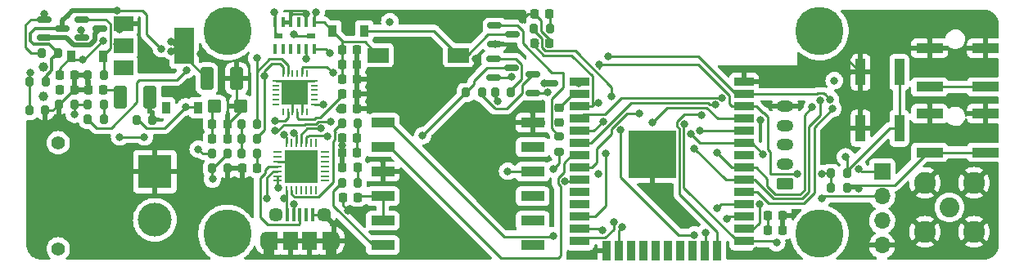
<source format=gbr>
%TF.GenerationSoftware,KiCad,Pcbnew,(6.0.2)*%
%TF.CreationDate,2022-03-31T19:26:31+11:00*%
%TF.ProjectId,Liaka_V3,4c69616b-615f-4563-932e-6b696361645f,2.0*%
%TF.SameCoordinates,Original*%
%TF.FileFunction,Copper,L1,Top*%
%TF.FilePolarity,Positive*%
%FSLAX46Y46*%
G04 Gerber Fmt 4.6, Leading zero omitted, Abs format (unit mm)*
G04 Created by KiCad (PCBNEW (6.0.2)) date 2022-03-31 19:26:31*
%MOMM*%
%LPD*%
G01*
G04 APERTURE LIST*
G04 Aperture macros list*
%AMRoundRect*
0 Rectangle with rounded corners*
0 $1 Rounding radius*
0 $2 $3 $4 $5 $6 $7 $8 $9 X,Y pos of 4 corners*
0 Add a 4 corners polygon primitive as box body*
4,1,4,$2,$3,$4,$5,$6,$7,$8,$9,$2,$3,0*
0 Add four circle primitives for the rounded corners*
1,1,$1+$1,$2,$3*
1,1,$1+$1,$4,$5*
1,1,$1+$1,$6,$7*
1,1,$1+$1,$8,$9*
0 Add four rect primitives between the rounded corners*
20,1,$1+$1,$2,$3,$4,$5,0*
20,1,$1+$1,$4,$5,$6,$7,0*
20,1,$1+$1,$6,$7,$8,$9,0*
20,1,$1+$1,$8,$9,$2,$3,0*%
G04 Aperture macros list end*
%TA.AperFunction,SMDPad,CuDef*%
%ADD10RoundRect,0.200000X-0.200000X-0.275000X0.200000X-0.275000X0.200000X0.275000X-0.200000X0.275000X0*%
%TD*%
%TA.AperFunction,SMDPad,CuDef*%
%ADD11RoundRect,0.150000X-0.587500X-0.150000X0.587500X-0.150000X0.587500X0.150000X-0.587500X0.150000X0*%
%TD*%
%TA.AperFunction,SMDPad,CuDef*%
%ADD12RoundRect,0.218750X-0.218750X-0.256250X0.218750X-0.256250X0.218750X0.256250X-0.218750X0.256250X0*%
%TD*%
%TA.AperFunction,ComponentPad*%
%ADD13C,3.600000*%
%TD*%
%TA.AperFunction,ConnectorPad*%
%ADD14C,5.000000*%
%TD*%
%TA.AperFunction,SMDPad,CuDef*%
%ADD15RoundRect,0.250000X-0.412500X-0.925000X0.412500X-0.925000X0.412500X0.925000X-0.412500X0.925000X0*%
%TD*%
%TA.AperFunction,SMDPad,CuDef*%
%ADD16R,0.711200X0.254000*%
%TD*%
%TA.AperFunction,SMDPad,CuDef*%
%ADD17R,0.254000X0.711200*%
%TD*%
%TA.AperFunction,SMDPad,CuDef*%
%ADD18R,2.743200X2.641600*%
%TD*%
%TA.AperFunction,SMDPad,CuDef*%
%ADD19RoundRect,0.225000X0.225000X0.250000X-0.225000X0.250000X-0.225000X-0.250000X0.225000X-0.250000X0*%
%TD*%
%TA.AperFunction,SMDPad,CuDef*%
%ADD20RoundRect,0.200000X-0.275000X0.200000X-0.275000X-0.200000X0.275000X-0.200000X0.275000X0.200000X0*%
%TD*%
%TA.AperFunction,SMDPad,CuDef*%
%ADD21RoundRect,0.225000X-0.225000X-0.250000X0.225000X-0.250000X0.225000X0.250000X-0.225000X0.250000X0*%
%TD*%
%TA.AperFunction,SMDPad,CuDef*%
%ADD22R,0.900000X1.200000*%
%TD*%
%TA.AperFunction,SMDPad,CuDef*%
%ADD23R,2.800000X1.000000*%
%TD*%
%TA.AperFunction,SMDPad,CuDef*%
%ADD24RoundRect,0.062500X-0.337500X-0.062500X0.337500X-0.062500X0.337500X0.062500X-0.337500X0.062500X0*%
%TD*%
%TA.AperFunction,SMDPad,CuDef*%
%ADD25RoundRect,0.062500X-0.062500X-0.337500X0.062500X-0.337500X0.062500X0.337500X-0.062500X0.337500X0*%
%TD*%
%TA.AperFunction,SMDPad,CuDef*%
%ADD26R,3.350000X3.350000*%
%TD*%
%TA.AperFunction,SMDPad,CuDef*%
%ADD27RoundRect,0.200000X0.200000X0.275000X-0.200000X0.275000X-0.200000X-0.275000X0.200000X-0.275000X0*%
%TD*%
%TA.AperFunction,ComponentPad*%
%ADD28C,1.400000*%
%TD*%
%TA.AperFunction,ComponentPad*%
%ADD29R,3.500000X3.500000*%
%TD*%
%TA.AperFunction,ComponentPad*%
%ADD30C,3.500000*%
%TD*%
%TA.AperFunction,ComponentPad*%
%ADD31R,1.700000X1.700000*%
%TD*%
%TA.AperFunction,ComponentPad*%
%ADD32O,1.700000X1.700000*%
%TD*%
%TA.AperFunction,SMDPad,CuDef*%
%ADD33R,1.000000X2.800000*%
%TD*%
%TA.AperFunction,ComponentPad*%
%ADD34C,2.050000*%
%TD*%
%TA.AperFunction,ComponentPad*%
%ADD35C,2.250000*%
%TD*%
%TA.AperFunction,SMDPad,CuDef*%
%ADD36R,2.000000X1.500000*%
%TD*%
%TA.AperFunction,SMDPad,CuDef*%
%ADD37R,2.000000X3.800000*%
%TD*%
%TA.AperFunction,SMDPad,CuDef*%
%ADD38R,2.489200X0.990600*%
%TD*%
%TA.AperFunction,SMDPad,CuDef*%
%ADD39RoundRect,0.225000X-0.250000X0.225000X-0.250000X-0.225000X0.250000X-0.225000X0.250000X0.225000X0*%
%TD*%
%TA.AperFunction,SMDPad,CuDef*%
%ADD40R,0.449200X1.117800*%
%TD*%
%TA.AperFunction,SMDPad,CuDef*%
%ADD41R,0.813000X0.500000*%
%TD*%
%TA.AperFunction,SMDPad,CuDef*%
%ADD42R,2.200000X1.500000*%
%TD*%
%TA.AperFunction,ComponentPad*%
%ADD43RoundRect,0.250000X0.625000X-0.350000X0.625000X0.350000X-0.625000X0.350000X-0.625000X-0.350000X0*%
%TD*%
%TA.AperFunction,ComponentPad*%
%ADD44O,1.750000X1.200000*%
%TD*%
%TA.AperFunction,SMDPad,CuDef*%
%ADD45R,0.400000X1.350000*%
%TD*%
%TA.AperFunction,ComponentPad*%
%ADD46C,1.450000*%
%TD*%
%TA.AperFunction,SMDPad,CuDef*%
%ADD47R,1.500000X1.900000*%
%TD*%
%TA.AperFunction,SMDPad,CuDef*%
%ADD48R,1.200000X1.900000*%
%TD*%
%TA.AperFunction,ComponentPad*%
%ADD49O,1.200000X1.900000*%
%TD*%
%TA.AperFunction,SMDPad,CuDef*%
%ADD50R,2.000000X0.900000*%
%TD*%
%TA.AperFunction,SMDPad,CuDef*%
%ADD51R,0.900000X2.000000*%
%TD*%
%TA.AperFunction,SMDPad,CuDef*%
%ADD52R,5.000000X5.000000*%
%TD*%
%TA.AperFunction,SMDPad,CuDef*%
%ADD53RoundRect,0.250000X-0.450000X-0.425000X0.450000X-0.425000X0.450000X0.425000X-0.450000X0.425000X0*%
%TD*%
%TA.AperFunction,WasherPad*%
%ADD54C,1.000000*%
%TD*%
%TA.AperFunction,ViaPad*%
%ADD55C,0.800000*%
%TD*%
%TA.AperFunction,Conductor*%
%ADD56C,0.250000*%
%TD*%
%TA.AperFunction,Conductor*%
%ADD57C,0.300000*%
%TD*%
%TA.AperFunction,Conductor*%
%ADD58C,0.500000*%
%TD*%
G04 APERTURE END LIST*
D10*
%TO.P,R19,1*%
%TO.N,VDC*%
X126390400Y-96723200D03*
%TO.P,R19,2*%
%TO.N,Batt_sense*%
X128040400Y-96723200D03*
%TD*%
D11*
%TO.P,Q2,1,G*%
%TO.N,Net-(Q2-Pad1)*%
X109058000Y-82793800D03*
%TO.P,Q2,2,S*%
%TO.N,VCC*%
X109058000Y-84693800D03*
%TO.P,Q2,3,D*%
%TO.N,VDC*%
X110933000Y-83743800D03*
%TD*%
D12*
%TO.P,D5,1,K*%
%TO.N,GND*%
X159728100Y-82194400D03*
%TO.P,D5,2,A*%
%TO.N,Net-(D5-Pad2)*%
X161303100Y-82194400D03*
%TD*%
D13*
%TO.P,H1,1*%
%TO.N,N/C*%
X127980000Y-84032000D03*
D14*
X127980000Y-84032000D03*
%TD*%
D10*
%TO.P,R2,1*%
%TO.N,/Power/Vp*%
X113564400Y-93167200D03*
%TO.P,R2,2*%
%TO.N,VDC*%
X115214400Y-93167200D03*
%TD*%
D11*
%TO.P,Q5,1,B*%
%TO.N,Net-(Q5-Pad1)*%
X159539700Y-88508800D03*
%TO.P,Q5,2,C*%
%TO.N,BOOT*%
X159539700Y-90408800D03*
%TO.P,Q5,3,E*%
%TO.N,DTR*%
X161414700Y-89458800D03*
%TD*%
D15*
%TO.P,C8,1*%
%TO.N,VDD*%
X116902700Y-90830400D03*
%TO.P,C8,2*%
%TO.N,GND*%
X119977700Y-90830400D03*
%TD*%
D10*
%TO.P,R8,1*%
%TO.N,Net-(Q2-Pad1)*%
X108789200Y-86258400D03*
%TO.P,R8,2*%
%TO.N,VDC*%
X110439200Y-86258400D03*
%TD*%
D16*
%TO.P,U10,1,CLKIN*%
%TO.N,GND*%
X132981700Y-89148600D03*
%TO.P,U10,2,NC*%
%TO.N,unconnected-(U10-Pad2)*%
X132981700Y-89648599D03*
%TO.P,U10,3,NC*%
%TO.N,unconnected-(U10-Pad3)*%
X132981700Y-90148600D03*
%TO.P,U10,4,NC*%
%TO.N,unconnected-(U10-Pad4)*%
X132981700Y-90648600D03*
%TO.P,U10,5,NC*%
%TO.N,unconnected-(U10-Pad5)*%
X132981700Y-91148601D03*
%TO.P,U10,6,AUX_DA*%
%TO.N,unconnected-(U10-Pad6)*%
X132981700Y-91648600D03*
D17*
%TO.P,U10,7,AUX_CL*%
%TO.N,unconnected-(U10-Pad7)*%
X133725600Y-92392500D03*
%TO.P,U10,8,VLOGIC*%
%TO.N,VDD*%
X134225599Y-92392500D03*
%TO.P,U10,9,AD0*%
%TO.N,GND*%
X134725600Y-92392500D03*
%TO.P,U10,10,REGOUT*%
%TO.N,Net-(C18-Pad2)*%
X135225600Y-92392500D03*
%TO.P,U10,11,FSYNC*%
%TO.N,GND*%
X135725601Y-92392500D03*
%TO.P,U10,12,INT*%
%TO.N,unconnected-(U10-Pad12)*%
X136225600Y-92392500D03*
D16*
%TO.P,U10,13,VDD*%
%TO.N,VDD*%
X136969500Y-91648600D03*
%TO.P,U10,14,NC*%
%TO.N,unconnected-(U10-Pad14)*%
X136969500Y-91148601D03*
%TO.P,U10,15,NC*%
%TO.N,unconnected-(U10-Pad15)*%
X136969500Y-90648600D03*
%TO.P,U10,16,NC*%
%TO.N,unconnected-(U10-Pad16)*%
X136969500Y-90148600D03*
%TO.P,U10,17,NC*%
%TO.N,unconnected-(U10-Pad17)*%
X136969500Y-89648599D03*
%TO.P,U10,18,GND*%
%TO.N,GND*%
X136969500Y-89148600D03*
D17*
%TO.P,U10,19,RESV*%
%TO.N,unconnected-(U10-Pad19)*%
X136225600Y-88404700D03*
%TO.P,U10,20,CPOUT*%
%TO.N,Net-(C19-Pad1)*%
X135725601Y-88404700D03*
%TO.P,U10,21,RESV*%
%TO.N,unconnected-(U10-Pad21)*%
X135225600Y-88404700D03*
%TO.P,U10,22,RESV*%
%TO.N,unconnected-(U10-Pad22)*%
X134725600Y-88404700D03*
%TO.P,U10,23,SCL*%
%TO.N,SCL*%
X134225599Y-88404700D03*
%TO.P,U10,24,SDA*%
%TO.N,SDA*%
X133725600Y-88404700D03*
D18*
%TO.P,U10,25,25*%
%TO.N,GND*%
X134975600Y-90398600D03*
%TD*%
D19*
%TO.P,C3,1*%
%TO.N,VDD*%
X141452600Y-101244400D03*
%TO.P,C3,2*%
%TO.N,GND*%
X139902600Y-101244400D03*
%TD*%
D20*
%TO.P,R13,1*%
%TO.N,Net-(Q6-Pad1)*%
X162331400Y-94895400D03*
%TO.P,R13,2*%
%TO.N,BUZZER*%
X162331400Y-96545400D03*
%TD*%
D12*
%TO.P,D1,1,K*%
%TO.N,GND*%
X139877700Y-98171000D03*
%TO.P,D1,2,A*%
%TO.N,Net-(D1-Pad2)*%
X141452700Y-98171000D03*
%TD*%
D13*
%TO.P,H3,1*%
%TO.N,N/C*%
X189230000Y-84032000D03*
D14*
X189230000Y-84032000D03*
%TD*%
D21*
%TO.P,C7,1*%
%TO.N,Net-(C7-Pad1)*%
X110604500Y-88595200D03*
%TO.P,C7,2*%
%TO.N,GND*%
X112154500Y-88595200D03*
%TD*%
%TO.P,C1,1*%
%TO.N,VDD*%
X139864800Y-85953600D03*
%TO.P,C1,2*%
%TO.N,GND*%
X141414800Y-85953600D03*
%TD*%
D22*
%TO.P,D3,1,K*%
%TO.N,VDC*%
X121641600Y-91948000D03*
%TO.P,D3,2,A*%
%TO.N,Net-(D3-Pad2)*%
X124941600Y-91948000D03*
%TD*%
D21*
%TO.P,C10,1*%
%TO.N,VDD*%
X110604500Y-90119200D03*
%TO.P,C10,2*%
%TO.N,GND*%
X112154500Y-90119200D03*
%TD*%
%TO.P,C13,1*%
%TO.N,VDD*%
X183870000Y-103124000D03*
%TO.P,C13,2*%
%TO.N,GND*%
X185420000Y-103124000D03*
%TD*%
D10*
%TO.P,R17,1*%
%TO.N,VDD*%
X129400800Y-93679800D03*
%TO.P,R17,2*%
%TO.N,SCL*%
X131050800Y-93679800D03*
%TD*%
D23*
%TO.P,SW2,1,1*%
%TO.N,GND*%
X200604800Y-92589600D03*
X206404800Y-92589600D03*
%TO.P,SW2,2,2*%
%TO.N,EN*%
X200604800Y-96589600D03*
X206404800Y-96589600D03*
%TD*%
D24*
%TO.P,U8,1,~{DCD}*%
%TO.N,unconnected-(U8-Pad1)*%
X133186000Y-96544000D03*
%TO.P,U8,2,~{RI}/CLK*%
%TO.N,unconnected-(U8-Pad2)*%
X133186000Y-97044000D03*
%TO.P,U8,3,GND*%
%TO.N,GND*%
X133186000Y-97544000D03*
%TO.P,U8,4,D+*%
%TO.N,Net-(J5-Pad3)*%
X133186000Y-98044000D03*
%TO.P,U8,5,D-*%
%TO.N,Net-(J5-Pad2)*%
X133186000Y-98544000D03*
%TO.P,U8,6,VDD*%
%TO.N,VDD*%
X133186000Y-99044000D03*
%TO.P,U8,7,REGIN*%
X133186000Y-99544000D03*
D25*
%TO.P,U8,8,VBUS*%
%TO.N,+5V*%
X134136000Y-100494000D03*
%TO.P,U8,9,~{RSTb}*%
%TO.N,Net-(R12-Pad2)*%
X134636000Y-100494000D03*
%TO.P,U8,10,NC*%
%TO.N,unconnected-(U8-Pad10)*%
X135136000Y-100494000D03*
%TO.P,U8,11,~{SUSPENDb}*%
%TO.N,unconnected-(U8-Pad11)*%
X135636000Y-100494000D03*
%TO.P,U8,12,SUSPEND*%
%TO.N,unconnected-(U8-Pad12)*%
X136136000Y-100494000D03*
%TO.P,U8,13,CHREN*%
%TO.N,unconnected-(U8-Pad13)*%
X136636000Y-100494000D03*
%TO.P,U8,14,CHR1*%
%TO.N,unconnected-(U8-Pad14)*%
X137136000Y-100494000D03*
D24*
%TO.P,U8,15,CHR0*%
%TO.N,unconnected-(U8-Pad15)*%
X138086000Y-99544000D03*
%TO.P,U8,16,~{WAKEUP}/GPIO.3*%
%TO.N,unconnected-(U8-Pad16)*%
X138086000Y-99044000D03*
%TO.P,U8,17,RS485/GPIO.2*%
%TO.N,unconnected-(U8-Pad17)*%
X138086000Y-98544000D03*
%TO.P,U8,18,~{RXT}/GPIO.1*%
%TO.N,unconnected-(U8-Pad18)*%
X138086000Y-98044000D03*
%TO.P,U8,19,~{TXT}/GPIO.0*%
%TO.N,unconnected-(U8-Pad19)*%
X138086000Y-97544000D03*
%TO.P,U8,20,GPIO.6*%
%TO.N,unconnected-(U8-Pad20)*%
X138086000Y-97044000D03*
%TO.P,U8,21,GPIO.5*%
%TO.N,unconnected-(U8-Pad21)*%
X138086000Y-96544000D03*
D25*
%TO.P,U8,22,GPIO.4*%
%TO.N,unconnected-(U8-Pad22)*%
X137136000Y-95594000D03*
%TO.P,U8,23,~{CTS}*%
%TO.N,unconnected-(U8-Pad23)*%
X136636000Y-95594000D03*
%TO.P,U8,24,~{RTS}*%
%TO.N,RTS*%
X136136000Y-95594000D03*
%TO.P,U8,25,RXD*%
%TO.N,TXD0*%
X135636000Y-95594000D03*
%TO.P,U8,26,TXD*%
%TO.N,RXD0*%
X135136000Y-95594000D03*
%TO.P,U8,27,~{DSR}*%
%TO.N,unconnected-(U8-Pad27)*%
X134636000Y-95594000D03*
%TO.P,U8,28,~{DTR}*%
%TO.N,DTR*%
X134136000Y-95594000D03*
D26*
%TO.P,U8,29,GND*%
%TO.N,GND*%
X135636000Y-98044000D03*
%TD*%
D19*
%TO.P,C18,1*%
%TO.N,GND*%
X141414800Y-90525600D03*
%TO.P,C18,2*%
%TO.N,Net-(C18-Pad2)*%
X139864800Y-90525600D03*
%TD*%
D14*
%TO.P,H4,1*%
%TO.N,N/C*%
X189230000Y-105032000D03*
D13*
X189230000Y-105032000D03*
%TD*%
D27*
%TO.P,R9,1*%
%TO.N,GND*%
X120217200Y-93268800D03*
%TO.P,R9,2*%
%TO.N,Net-(D3-Pad2)*%
X118567200Y-93268800D03*
%TD*%
D28*
%TO.P,J2,*%
%TO.N,*%
X110483000Y-106592000D03*
X110483000Y-95592000D03*
D29*
%TO.P,J2,1,Pin_1*%
%TO.N,GND*%
X120483000Y-98592000D03*
D30*
%TO.P,J2,2,Pin_2*%
%TO.N,+BATT*%
X120483000Y-103592000D03*
%TD*%
D10*
%TO.P,R6,1*%
%TO.N,/Power/3s*%
X113564400Y-91643200D03*
%TO.P,R6,2*%
%TO.N,VDC*%
X115214400Y-91643200D03*
%TD*%
%TO.P,R14,1*%
%TO.N,ESP_LED*%
X159690600Y-83718400D03*
%TO.P,R14,2*%
%TO.N,Net-(D5-Pad2)*%
X161340600Y-83718400D03*
%TD*%
%TO.P,R7,1*%
%TO.N,GND*%
X110528600Y-91643200D03*
%TO.P,R7,2*%
%TO.N,/Power/3s*%
X112178600Y-91643200D03*
%TD*%
D23*
%TO.P,SW3,1,1*%
%TO.N,BOOT*%
X200604800Y-89807800D03*
X206404800Y-89807800D03*
%TO.P,SW3,2,2*%
%TO.N,GND*%
X206404800Y-85807800D03*
X200604800Y-85807800D03*
%TD*%
D31*
%TO.P,J4,1,Pin_1*%
%TO.N,SDA*%
X195707000Y-98612800D03*
D32*
%TO.P,J4,2,Pin_2*%
%TO.N,SCL*%
X195707000Y-101152800D03*
%TO.P,J4,3,Pin_3*%
%TO.N,VDD*%
X195707000Y-103692800D03*
%TO.P,J4,4,Pin_4*%
%TO.N,GND*%
X195707000Y-106232800D03*
%TD*%
D10*
%TO.P,R18,1*%
%TO.N,VDD*%
X129426200Y-96723200D03*
%TO.P,R18,2*%
%TO.N,Net-(D6-Pad2)*%
X131076200Y-96723200D03*
%TD*%
D33*
%TO.P,SW4,1,1*%
%TO.N,GND*%
X193478400Y-94086000D03*
X193478400Y-88286000D03*
%TO.P,SW4,2,2*%
%TO.N,SD_DUMP*%
X197478400Y-88286000D03*
X197478400Y-94086000D03*
%TD*%
D27*
%TO.P,R4,1*%
%TO.N,GND*%
X109142800Y-92252800D03*
%TO.P,R4,2*%
%TO.N,/Power/2s*%
X107492800Y-92252800D03*
%TD*%
D34*
%TO.P,J1,1,In*%
%TO.N,Net-(J1-Pad1)*%
X202666600Y-102285800D03*
D35*
%TO.P,J1,2,Ext*%
%TO.N,GND*%
X200126600Y-104825800D03*
X205206600Y-104825800D03*
X200126600Y-99745800D03*
X205206600Y-99745800D03*
%TD*%
D13*
%TO.P,H2,1*%
%TO.N,N/C*%
X127980000Y-105032000D03*
D14*
X127980000Y-105032000D03*
%TD*%
D36*
%TO.P,U7,1,GND*%
%TO.N,GND*%
X117208700Y-83221800D03*
%TO.P,U7,2,VO*%
%TO.N,VDD*%
X117208700Y-85521800D03*
D37*
X123508700Y-85521800D03*
D36*
%TO.P,U7,3,VI*%
%TO.N,Net-(C7-Pad1)*%
X117208700Y-87821800D03*
%TD*%
D38*
%TO.P,U1,1,RXD1*%
%TO.N,TXD2_GPS*%
X144045400Y-93522800D03*
%TO.P,U1,2,TXD1*%
%TO.N,RXD2_GPS*%
X144045400Y-96062800D03*
%TO.P,U1,3,GND*%
%TO.N,GND*%
X144045400Y-98602800D03*
%TO.P,U1,4,VCC*%
%TO.N,VDD*%
X144045400Y-101142800D03*
%TO.P,U1,5,V_BCKP*%
X144045400Y-103682800D03*
%TO.P,U1,6,1PPS*%
%TO.N,Net-(R1-Pad1)*%
X144045400Y-106222800D03*
%TO.P,U1,7,TIMER*%
%TO.N,unconnected-(U1-Pad7)*%
X159545400Y-106222800D03*
%TO.P,U1,8,AADET_N*%
%TO.N,unconnected-(U1-Pad8)*%
X159545400Y-103682800D03*
%TO.P,U1,9*%
%TO.N,N/C*%
X159545400Y-101142800D03*
%TO.P,U1,10,RESET*%
%TO.N,VDD*%
X159545400Y-98602800D03*
%TO.P,U1,11,EX_ANT*%
%TO.N,unconnected-(U1-Pad11)*%
X159545400Y-96062800D03*
%TO.P,U1,12,GND*%
%TO.N,GND*%
X159545400Y-93522800D03*
%TD*%
D11*
%TO.P,Q4,1,B*%
%TO.N,Net-(Q4-Pad1)*%
X155475700Y-86908600D03*
%TO.P,Q4,2,C*%
%TO.N,EN*%
X155475700Y-88808600D03*
%TO.P,Q4,3,E*%
%TO.N,RTS*%
X157350700Y-87858600D03*
%TD*%
D22*
%TO.P,D4,1,K*%
%TO.N,VDD*%
X138837400Y-83997800D03*
%TO.P,D4,2,A*%
%TO.N,Net-(D4-Pad2)*%
X142137400Y-83997800D03*
%TD*%
D10*
%TO.P,R15,1*%
%TO.N,VDD*%
X190437000Y-100279200D03*
%TO.P,R15,2*%
%TO.N,EN*%
X192087000Y-100279200D03*
%TD*%
%TO.P,R16,1*%
%TO.N,VDD*%
X129400800Y-95199200D03*
%TO.P,R16,2*%
%TO.N,SDA*%
X131050800Y-95199200D03*
%TD*%
%TO.P,R1,1*%
%TO.N,Net-(R1-Pad1)*%
X139853400Y-99720400D03*
%TO.P,R1,2*%
%TO.N,Net-(D1-Pad2)*%
X141503400Y-99720400D03*
%TD*%
D21*
%TO.P,C19,1*%
%TO.N,Net-(C19-Pad1)*%
X139864800Y-92049600D03*
%TO.P,C19,2*%
%TO.N,GND*%
X141414800Y-92049600D03*
%TD*%
%TO.P,C20,1*%
%TO.N,VDD*%
X139864800Y-87477600D03*
%TO.P,C20,2*%
%TO.N,GND*%
X141414800Y-87477600D03*
%TD*%
D19*
%TO.P,C2,1*%
%TO.N,VDD*%
X141414800Y-96621600D03*
%TO.P,C2,2*%
%TO.N,GND*%
X139864800Y-96621600D03*
%TD*%
D15*
%TO.P,C15,1*%
%TO.N,VDD*%
X125855400Y-88950800D03*
%TO.P,C15,2*%
%TO.N,GND*%
X128930400Y-88950800D03*
%TD*%
D21*
%TO.P,C12,1*%
%TO.N,EN*%
X159753000Y-85242400D03*
%TO.P,C12,2*%
%TO.N,GND*%
X161303000Y-85242400D03*
%TD*%
D39*
%TO.P,C16,1*%
%TO.N,VDD*%
X162331400Y-91935000D03*
%TO.P,C16,2*%
%TO.N,GND*%
X162331400Y-93485000D03*
%TD*%
D12*
%TO.P,D6,1,K*%
%TO.N,GND*%
X129489100Y-98272600D03*
%TO.P,D6,2,A*%
%TO.N,Net-(D6-Pad2)*%
X131064100Y-98272600D03*
%TD*%
D40*
%TO.P,U3,1,VDDI/O*%
%TO.N,VDD*%
X136950201Y-83109499D03*
%TO.P,U3,2,GND*%
%TO.N,GND*%
X136150200Y-83109499D03*
%TO.P,U3,3,RESERVED*%
%TO.N,unconnected-(U3-Pad3)*%
X135350199Y-83109499D03*
%TO.P,U3,4,GND*%
%TO.N,GND*%
X134550201Y-83109499D03*
%TO.P,U3,5,GND*%
X133750200Y-83109499D03*
%TO.P,U3,6,VS*%
%TO.N,VDD*%
X132950201Y-83109499D03*
D41*
%TO.P,U3,7,\u002ACS*%
X133231702Y-84480400D03*
D40*
%TO.P,U3,8,INT1*%
%TO.N,unconnected-(U3-Pad8)*%
X132950199Y-85851301D03*
%TO.P,U3,9,INT2*%
%TO.N,unconnected-(U3-Pad9)*%
X133750200Y-85851301D03*
%TO.P,U3,10,NC*%
%TO.N,unconnected-(U3-Pad10)*%
X134550201Y-85851301D03*
%TO.P,U3,11,RESERVED*%
%TO.N,unconnected-(U3-Pad11)*%
X135350199Y-85851301D03*
%TO.P,U3,12,SDO/ALTADDRESS*%
%TO.N,GND*%
X136150200Y-85851301D03*
%TO.P,U3,13,SDA/SDI/SDIO*%
%TO.N,SDA*%
X136950199Y-85851301D03*
D41*
%TO.P,U3,14,SCL/SCLK*%
%TO.N,SCL*%
X136668698Y-84480400D03*
%TD*%
D11*
%TO.P,Q1,1,G*%
%TO.N,+5V*%
X112944200Y-82793800D03*
%TO.P,Q1,2,S*%
%TO.N,Net-(C7-Pad1)*%
X112944200Y-84693800D03*
%TO.P,Q1,3,D*%
%TO.N,VCC*%
X114819200Y-83743800D03*
%TD*%
D42*
%TO.P,LS1,N*%
%TO.N,Net-(D4-Pad2)*%
X151876400Y-86512400D03*
%TO.P,LS1,P*%
%TO.N,VDD*%
X143576400Y-86512400D03*
%TD*%
D43*
%TO.P,J3,1,Pin_1*%
%TO.N,unconnected-(J3-Pad1)*%
X185682800Y-99808800D03*
D44*
%TO.P,J3,2,Pin_2*%
%TO.N,VDD*%
X185682800Y-97808800D03*
%TO.P,J3,3,Pin_3*%
%TO.N,RXD1_RRC3*%
X185682800Y-95808800D03*
%TO.P,J3,4,Pin_4*%
%TO.N,TXD1_RRC3*%
X185682800Y-93808800D03*
%TO.P,J3,5,Pin_5*%
%TO.N,GND*%
X185682800Y-91808800D03*
%TD*%
D19*
%TO.P,C9,1*%
%TO.N,VDD*%
X115164700Y-90119200D03*
%TO.P,C9,2*%
%TO.N,GND*%
X113614700Y-90119200D03*
%TD*%
D21*
%TO.P,C14,1*%
%TO.N,VDD*%
X183870000Y-104648000D03*
%TO.P,C14,2*%
%TO.N,GND*%
X185420000Y-104648000D03*
%TD*%
D45*
%TO.P,J5,1,VBUS*%
%TO.N,+5V*%
X134183600Y-103033100D03*
%TO.P,J5,2,D-*%
%TO.N,Net-(J5-Pad2)*%
X134833600Y-103033100D03*
%TO.P,J5,3,D+*%
%TO.N,Net-(J5-Pad3)*%
X135483600Y-103033100D03*
%TO.P,J5,4,ID*%
%TO.N,unconnected-(J5-Pad4)*%
X136133600Y-103033100D03*
%TO.P,J5,5,GND*%
%TO.N,GND*%
X136783600Y-103033100D03*
D46*
%TO.P,J5,6,Shield*%
X137983600Y-103033100D03*
D47*
X136483600Y-105733100D03*
D46*
X132983600Y-103033100D03*
D48*
X138383600Y-105733100D03*
D49*
X131983600Y-105733100D03*
D47*
X134483600Y-105733100D03*
D49*
X138983600Y-105733100D03*
D48*
X132583600Y-105733100D03*
%TD*%
D10*
%TO.P,R21,1*%
%TO.N,VDD*%
X190424800Y-98755200D03*
%TO.P,R21,2*%
%TO.N,SD_DUMP*%
X192074800Y-98755200D03*
%TD*%
%TO.P,R10,1*%
%TO.N,DTR*%
X155664400Y-90373200D03*
%TO.P,R10,2*%
%TO.N,Net-(Q4-Pad1)*%
X157314400Y-90373200D03*
%TD*%
D21*
%TO.P,C17,1*%
%TO.N,VDD*%
X139864800Y-89001600D03*
%TO.P,C17,2*%
%TO.N,GND*%
X141414800Y-89001600D03*
%TD*%
D10*
%TO.P,R5,1*%
%TO.N,GND*%
X113552500Y-88595200D03*
%TO.P,R5,2*%
%TO.N,+5V*%
X115202500Y-88595200D03*
%TD*%
%TO.P,R11,1*%
%TO.N,RTS*%
X152641800Y-90373200D03*
%TO.P,R11,2*%
%TO.N,Net-(Q5-Pad1)*%
X154291800Y-90373200D03*
%TD*%
D27*
%TO.P,R12,1*%
%TO.N,VDD*%
X141464800Y-93573600D03*
%TO.P,R12,2*%
%TO.N,Net-(R12-Pad2)*%
X139814800Y-93573600D03*
%TD*%
D10*
%TO.P,R20,1*%
%TO.N,Batt_sense*%
X126390400Y-98247200D03*
%TO.P,R20,2*%
%TO.N,GND*%
X128040400Y-98247200D03*
%TD*%
D21*
%TO.P,C4,1*%
%TO.N,VDD*%
X126428200Y-95199200D03*
%TO.P,C4,2*%
%TO.N,GND*%
X127978200Y-95199200D03*
%TD*%
D50*
%TO.P,U9,1,GND*%
%TO.N,GND*%
X164423200Y-89281000D03*
%TO.P,U9,2,VDD*%
%TO.N,VDD*%
X164423200Y-90551000D03*
%TO.P,U9,3,EN*%
%TO.N,EN*%
X164423200Y-91821000D03*
%TO.P,U9,4,SENSOR_VP*%
%TO.N,SD_DUMP*%
X164423200Y-93091000D03*
%TO.P,U9,5,SENSOR_VN*%
%TO.N,Batt_sense*%
X164423200Y-94361000D03*
%TO.P,U9,6,IO34*%
%TO.N,RXD1_RRC3*%
X164423200Y-95631000D03*
%TO.P,U9,7,IO35*%
%TO.N,RXD2_GPS*%
X164423200Y-96901000D03*
%TO.P,U9,8,IO32*%
%TO.N,ESP_LED*%
X164423200Y-98171000D03*
%TO.P,U9,9,IO33*%
%TO.N,BUZZER*%
X164423200Y-99441000D03*
%TO.P,U9,10,IO25*%
%TO.N,IO25*%
X164423200Y-100711000D03*
%TO.P,U9,11,IO26*%
%TO.N,IO26*%
X164423200Y-101981000D03*
%TO.P,U9,12,IO27*%
%TO.N,RF_IO0*%
X164423200Y-103251000D03*
%TO.P,U9,13,IO14*%
%TO.N,SCK_RF*%
X164423200Y-104521000D03*
%TO.P,U9,14,IO12*%
%TO.N,MISO_RF*%
X164423200Y-105791000D03*
D51*
%TO.P,U9,15,GND*%
%TO.N,GND*%
X167208200Y-106791000D03*
%TO.P,U9,16,IO13*%
%TO.N,MOSI_RF*%
X168478200Y-106791000D03*
%TO.P,U9,17,SHD/SD2*%
%TO.N,unconnected-(U9-Pad17)*%
X169748200Y-106791000D03*
%TO.P,U9,18,SWP/SD3*%
%TO.N,unconnected-(U9-Pad18)*%
X171018200Y-106791000D03*
%TO.P,U9,19,SCS/CMD*%
%TO.N,unconnected-(U9-Pad19)*%
X172288200Y-106791000D03*
%TO.P,U9,20,SCK/CLK*%
%TO.N,unconnected-(U9-Pad20)*%
X173558200Y-106791000D03*
%TO.P,U9,21,SDO/SD0*%
%TO.N,unconnected-(U9-Pad21)*%
X174828200Y-106791000D03*
%TO.P,U9,22,SDI/SD1*%
%TO.N,unconnected-(U9-Pad22)*%
X176098200Y-106791000D03*
%TO.P,U9,23,IO15*%
%TO.N,CS_RF*%
X177368200Y-106791000D03*
%TO.P,U9,24,IO2*%
%TO.N,CS_XT*%
X178638200Y-106791000D03*
D50*
%TO.P,U9,25,IO0*%
%TO.N,BOOT*%
X181423200Y-105791000D03*
%TO.P,U9,26,IO4*%
%TO.N,TXD1_RRC3*%
X181423200Y-104521000D03*
%TO.P,U9,27,IO16*%
%TO.N,RESET_RF*%
X181423200Y-103251000D03*
%TO.P,U9,28,IO17*%
%TO.N,TXD2_GPS*%
X181423200Y-101981000D03*
%TO.P,U9,29,IO5*%
%TO.N,CS_SD*%
X181423200Y-100711000D03*
%TO.P,U9,30,IO18*%
%TO.N,CLK_SD*%
X181423200Y-99441000D03*
%TO.P,U9,31,IO19*%
%TO.N,MISO_SD*%
X181423200Y-98171000D03*
%TO.P,U9,32,NC*%
%TO.N,unconnected-(U9-Pad32)*%
X181423200Y-96901000D03*
%TO.P,U9,33,IO21*%
%TO.N,SDA*%
X181423200Y-95631000D03*
%TO.P,U9,34,RXD0/IO3*%
%TO.N,RXD0*%
X181423200Y-94361000D03*
%TO.P,U9,35,TXD0/IO1*%
%TO.N,TXD0*%
X181423200Y-93091000D03*
%TO.P,U9,36,IO22*%
%TO.N,SCL*%
X181423200Y-91821000D03*
%TO.P,U9,37,IO23*%
%TO.N,MOSI_SD*%
X181423200Y-90551000D03*
%TO.P,U9,38,GND*%
%TO.N,GND*%
X181423200Y-89281000D03*
D52*
%TO.P,U9,39,GND*%
X171923200Y-96781000D03*
%TD*%
D10*
%TO.P,R3,1*%
%TO.N,/Power/2s*%
X107531400Y-89255600D03*
%TO.P,R3,2*%
%TO.N,VDC*%
X109181400Y-89255600D03*
%TD*%
D11*
%TO.P,Q6,1,G*%
%TO.N,Net-(Q6-Pad1)*%
X155628100Y-83428800D03*
%TO.P,Q6,2,S*%
%TO.N,GND*%
X155628100Y-85328800D03*
%TO.P,Q6,3,D*%
%TO.N,Net-(D4-Pad2)*%
X157503100Y-84378800D03*
%TD*%
D22*
%TO.P,D2,1,K*%
%TO.N,Net-(C7-Pad1)*%
X111850700Y-86664800D03*
%TO.P,D2,2,A*%
%TO.N,+5V*%
X115150700Y-86664800D03*
%TD*%
D19*
%TO.P,C11,1*%
%TO.N,VDD*%
X141414800Y-95097600D03*
%TO.P,C11,2*%
%TO.N,GND*%
X139864800Y-95097600D03*
%TD*%
D53*
%TO.P,C6,1*%
%TO.N,VDD*%
X126666000Y-91795600D03*
%TO.P,C6,2*%
%TO.N,GND*%
X129366000Y-91795600D03*
%TD*%
D21*
%TO.P,C5,1*%
%TO.N,VDD*%
X126415200Y-93675200D03*
%TO.P,C5,2*%
%TO.N,GND*%
X127965200Y-93675200D03*
%TD*%
D54*
%TO.P,SW1,*%
%TO.N,*%
X108966000Y-87755600D03*
X108966000Y-90755600D03*
%TD*%
D55*
%TO.N,GND*%
X206248000Y-87884000D03*
X134112000Y-90932000D03*
X134620000Y-97028000D03*
X183134000Y-93218000D03*
X170180000Y-96266000D03*
X167132000Y-106680000D03*
X172720000Y-96266000D03*
X151130000Y-96012000D03*
X200660000Y-94742000D03*
X155702000Y-85344000D03*
X171450000Y-96266000D03*
X148082000Y-85344000D03*
X127978200Y-95199200D03*
X170180000Y-98552000D03*
X171450000Y-98552000D03*
X185420000Y-103124000D03*
X149606000Y-96012000D03*
X164338000Y-89408000D03*
X136144000Y-98298000D03*
X154178000Y-96012000D03*
X203200000Y-94742000D03*
X116840000Y-83820000D03*
X156972000Y-96012000D03*
X134620000Y-98044000D03*
X123952000Y-89916000D03*
X144018000Y-98552000D03*
X152654000Y-96012000D03*
X162306000Y-93472000D03*
X192303400Y-86537800D03*
X206248000Y-94742000D03*
X173736000Y-96266000D03*
X140462000Y-102616000D03*
X149606000Y-85852000D03*
X158496000Y-82804000D03*
X136126490Y-82263736D03*
X153670000Y-86868000D03*
X173736000Y-98552000D03*
X200660000Y-87122000D03*
X203454000Y-87884000D03*
X155702000Y-96012000D03*
X172720000Y-98552000D03*
X135128000Y-90932000D03*
X139864800Y-95847200D03*
X135885701Y-90927701D03*
X136103210Y-86890765D03*
X182674615Y-106785236D03*
X135890000Y-97028000D03*
X142748000Y-92202000D03*
X119940161Y-91271160D03*
X125222000Y-86360000D03*
%TO.N,VDD*%
X125857000Y-88950800D03*
X141414800Y-96621600D03*
X115164700Y-90119200D03*
X132842000Y-82042000D03*
X110642400Y-90144600D03*
X189484000Y-98806000D03*
X156972000Y-98552000D03*
X137922000Y-91592400D03*
X116763800Y-91084400D03*
X162331400Y-91935000D03*
X166370000Y-98806000D03*
X137160000Y-82042000D03*
X141478000Y-101346000D03*
X122174000Y-85090000D03*
X183870000Y-103124000D03*
X116586000Y-85344000D03*
X138804199Y-84036500D03*
X133273800Y-100228400D03*
X132943600Y-93319600D03*
X144780000Y-83058000D03*
X126428200Y-95199200D03*
X122174000Y-86106000D03*
X190754000Y-89154000D03*
X129400800Y-95199200D03*
X144018000Y-86360000D03*
X144045400Y-101142800D03*
X138804198Y-84036500D03*
%TO.N,+5V*%
X133858000Y-101346000D03*
X115202500Y-88595200D03*
X116840000Y-94996000D03*
X119380000Y-94996000D03*
%TO.N,MISO_SD*%
X188493400Y-91897200D03*
X178638200Y-96621600D03*
%TO.N,CLK_SD*%
X176301400Y-96189800D03*
X189331600Y-91211400D03*
%TO.N,MOSI_SD*%
X190324257Y-91094617D03*
X167386000Y-86614000D03*
%TO.N,CS_SD*%
X190593192Y-92057259D03*
%TO.N,RXD0*%
X134854347Y-94609394D03*
X176844513Y-94317288D03*
%TO.N,TXD0*%
X137672442Y-94124280D03*
X171958000Y-93472000D03*
%TO.N,SCL*%
X189484000Y-101346000D03*
X134874000Y-84378800D03*
X131038600Y-86842600D03*
X166406474Y-87505475D03*
X186944000Y-98806000D03*
%TO.N,SDA*%
X183388000Y-96774000D03*
X175921713Y-94701272D03*
X131775320Y-88645880D03*
X138582400Y-86283800D03*
X193294000Y-98298000D03*
%TO.N,BOOT*%
X161137600Y-90373200D03*
X184793269Y-105955500D03*
X175268955Y-93628435D03*
X200604800Y-89807800D03*
X200604800Y-89807800D03*
%TO.N,EN*%
X168656000Y-94234000D03*
X176276000Y-105156000D03*
X193294000Y-100330000D03*
X159803980Y-85255700D03*
X166370000Y-91440000D03*
X157400906Y-88759700D03*
%TO.N,DTR*%
X155910403Y-91285521D03*
X160803849Y-89422450D03*
X133863603Y-94741422D03*
%TO.N,RTS*%
X138354728Y-94954580D03*
X148190460Y-94848780D03*
%TO.N,SCK_RF*%
X166789342Y-104677260D03*
%TO.N,MOSI_RF*%
X168844215Y-104296557D03*
%TO.N,MISO_RF*%
X167944800Y-103860600D03*
%TO.N,CS_RF*%
X177419000Y-104952800D03*
%TO.N,TXD1_RRC3*%
X183022702Y-101955600D03*
%TO.N,RXD1_RRC3*%
X178435000Y-91668600D03*
%TO.N,ESP_LED*%
X170561000Y-92557600D03*
X167690800Y-90805000D03*
%TO.N,Batt_sense*%
X132918200Y-94361000D03*
X138678278Y-93399780D03*
X166833762Y-93371336D03*
X126439484Y-99351500D03*
X128040400Y-96723200D03*
%TO.N,BUZZER*%
X162915600Y-99568000D03*
X161696400Y-98323400D03*
%TO.N,TXD2_GPS*%
X178663600Y-102387400D03*
X161708500Y-105245539D03*
%TO.N,RF_IO0*%
X167106600Y-96723200D03*
%TO.N,Net-(C19-Pad1)*%
X138900500Y-88371130D03*
X139623800Y-92100400D03*
%TO.N,RESET_RF*%
X179679600Y-103505000D03*
%TO.N,Net-(C7-Pad1)*%
X115139243Y-84986783D03*
X116826920Y-88043332D03*
X113004600Y-86995000D03*
X112877600Y-83896200D03*
%TO.N,VDC*%
X121158000Y-85852000D03*
X109194600Y-89357200D03*
X115214400Y-91643200D03*
X124968000Y-96266000D03*
X121641600Y-91948000D03*
X116535200Y-81872298D03*
%TO.N,Net-(D3-Pad2)*%
X123672600Y-91871800D03*
%TO.N,CS_XT*%
X177040506Y-92716086D03*
%TO.N,Net-(J5-Pad2)*%
X132080000Y-101346000D03*
X134835833Y-101938879D03*
%TO.N,/Power/Vp*%
X123748800Y-88036400D03*
%TO.N,/Power/2s*%
X107569000Y-88341200D03*
%TO.N,/Power/3s*%
X112166400Y-92633800D03*
%TO.N,SD_DUMP*%
X191922063Y-97056581D03*
X179168888Y-90990062D03*
%TO.N,Net-(Q2-Pad1)*%
X109016800Y-82245200D03*
%TD*%
D56*
%TO.N,GND*%
X136103210Y-85898291D02*
X136150200Y-85851301D01*
X112052600Y-90119200D02*
X110528600Y-91643200D01*
X133750200Y-83109499D02*
X134550201Y-83109499D01*
X141414800Y-89001600D02*
X141414800Y-87477600D01*
X139864800Y-95847200D02*
X139864800Y-96621600D01*
X136969500Y-89148600D02*
X136225600Y-89148600D01*
X142595600Y-92049600D02*
X142748000Y-92202000D01*
X129463700Y-98247200D02*
X129489100Y-98272600D01*
X160415120Y-84009703D02*
X160415120Y-82881420D01*
X119977700Y-91233621D02*
X119940161Y-91271160D01*
X139864800Y-95097600D02*
X139864800Y-95847200D01*
X134725600Y-92392500D02*
X134725600Y-90648600D01*
X133186000Y-97544000D02*
X135136000Y-97544000D01*
X139877700Y-96634500D02*
X139864800Y-96621600D01*
X119977700Y-90830400D02*
X119977700Y-91233621D01*
X129366000Y-91795600D02*
X129366000Y-92274400D01*
X161303000Y-85242400D02*
X161303000Y-84897583D01*
X144045400Y-98579400D02*
X144018000Y-98552000D01*
X113614700Y-90119200D02*
X112154500Y-90119200D01*
X164423200Y-89322800D02*
X164338000Y-89408000D01*
X112154500Y-90119200D02*
X112052600Y-90119200D01*
X112154500Y-88595200D02*
X113552500Y-88595200D01*
X162331400Y-93485000D02*
X162319000Y-93485000D01*
X144045400Y-98602800D02*
X144045400Y-98579400D01*
X141414800Y-92049600D02*
X142595600Y-92049600D01*
X136150200Y-83109499D02*
X136150200Y-82287446D01*
X112154500Y-90119200D02*
X112154500Y-88595200D01*
X127978200Y-93688200D02*
X127965200Y-93675200D01*
X133725600Y-89148600D02*
X134975600Y-90398600D01*
X200604800Y-85807800D02*
X200604800Y-87066800D01*
X139902600Y-102056600D02*
X140462000Y-102616000D01*
X136783600Y-103033100D02*
X137983600Y-103033100D01*
X135725601Y-91087801D02*
X135885701Y-90927701D01*
X113552500Y-90057000D02*
X113614700Y-90119200D01*
X159728100Y-82194400D02*
X159105600Y-82194400D01*
X160923337Y-84517920D02*
X160415120Y-84009703D01*
X136150200Y-82287446D02*
X136126490Y-82263736D01*
X134725600Y-90648600D02*
X134975600Y-90398600D01*
X185420000Y-104648000D02*
X185420000Y-103124000D01*
X132981700Y-89148600D02*
X133725600Y-89148600D01*
X135636000Y-98044000D02*
X134620000Y-97028000D01*
X109919000Y-92252800D02*
X110528600Y-91643200D01*
X200604800Y-87066800D02*
X200660000Y-87122000D01*
X141414800Y-90525600D02*
X141414800Y-89001600D01*
X109142800Y-92252800D02*
X109919000Y-92252800D01*
X136088842Y-82226088D02*
X136126490Y-82263736D01*
X164423200Y-89281000D02*
X164423200Y-89322800D01*
X141414800Y-85953600D02*
X141414800Y-87477600D01*
X128930400Y-91360000D02*
X128930400Y-88950800D01*
X117208700Y-83221800D02*
X117208700Y-83451300D01*
X167208200Y-106756200D02*
X167132000Y-106680000D01*
X136103210Y-86890765D02*
X136103210Y-85898291D01*
X128040400Y-98247200D02*
X129463700Y-98247200D01*
X127978200Y-95199200D02*
X127978200Y-93688200D01*
X141414800Y-92049600D02*
X141414800Y-90525600D01*
X167208200Y-106791000D02*
X167208200Y-106756200D01*
X134550201Y-82365799D02*
X134689912Y-82226088D01*
X139902600Y-101244400D02*
X139902600Y-102056600D01*
X161303000Y-84897583D02*
X160923337Y-84517920D01*
X134550201Y-83109499D02*
X134550201Y-82365799D01*
X135725601Y-92392500D02*
X135725601Y-91087801D01*
X135136000Y-97544000D02*
X135636000Y-98044000D01*
X192303400Y-86537800D02*
X192303400Y-87111000D01*
X192303400Y-87111000D02*
X193478400Y-88286000D01*
X160415120Y-82881420D02*
X159728100Y-82194400D01*
X117208700Y-83451300D02*
X116840000Y-83820000D01*
X134689912Y-82226088D02*
X136088842Y-82226088D01*
X136225600Y-89148600D02*
X134975600Y-90398600D01*
X129366000Y-92274400D02*
X127965200Y-93675200D01*
X162319000Y-93485000D02*
X162306000Y-93472000D01*
X159105600Y-82194400D02*
X158496000Y-82804000D01*
X129366000Y-91795600D02*
X128930400Y-91360000D01*
X113552500Y-88595200D02*
X113552500Y-90057000D01*
X139877700Y-98171000D02*
X139877700Y-96634500D01*
%TO.N,VDD*%
X123508700Y-86604100D02*
X125855400Y-88950800D01*
X126415200Y-92046400D02*
X126666000Y-91795600D01*
X144045400Y-101142800D02*
X144045400Y-103682800D01*
X141464800Y-95047600D02*
X141414800Y-95097600D01*
X143576400Y-86512400D02*
X142218080Y-85154080D01*
X136950201Y-83109499D02*
X137949099Y-83109499D01*
X123508700Y-85521800D02*
X122758200Y-85521800D01*
X189534800Y-98755200D02*
X189484000Y-98806000D01*
X132950201Y-82150201D02*
X132842000Y-82042000D01*
X129426200Y-95224600D02*
X129400800Y-95199200D01*
X116191500Y-90119200D02*
X116902700Y-90830400D01*
X142218080Y-85154080D02*
X139993680Y-85154080D01*
X133186000Y-99544000D02*
X133186000Y-100140600D01*
X132961311Y-93301889D02*
X132943600Y-93319600D01*
X129400800Y-95199200D02*
X129400800Y-93679800D01*
X125855400Y-88950800D02*
X125857000Y-88950800D01*
X143576400Y-86512400D02*
X143865600Y-86512400D01*
X139864800Y-87477600D02*
X139864800Y-85953600D01*
X133186000Y-100140600D02*
X133273800Y-100228400D01*
X141554200Y-101142800D02*
X144045400Y-101142800D01*
X163715400Y-90551000D02*
X162331400Y-91935000D01*
X139864800Y-85025200D02*
X139751300Y-84911700D01*
X141464800Y-93573600D02*
X141464800Y-95047600D01*
X136950201Y-83109499D02*
X136950201Y-82251799D01*
X133921810Y-93301889D02*
X132961311Y-93301889D01*
X157022800Y-98602800D02*
X156972000Y-98552000D01*
X139864800Y-89001600D02*
X139864800Y-87477600D01*
X132950201Y-83109499D02*
X132950201Y-82150201D01*
X122758200Y-85521800D02*
X122174000Y-86106000D01*
X190424800Y-98755200D02*
X190424800Y-100267000D01*
X136950201Y-82251799D02*
X137160000Y-82042000D01*
X110617000Y-90119200D02*
X110642400Y-90144600D01*
X134225599Y-92998100D02*
X133921810Y-93301889D01*
X159545400Y-98602800D02*
X157022800Y-98602800D01*
X116763800Y-85521800D02*
X116586000Y-85344000D01*
X133186000Y-99044000D02*
X133186000Y-99544000D01*
X116902700Y-90830400D02*
X116902700Y-90945500D01*
X123508700Y-85521800D02*
X123508700Y-86604100D01*
X137865800Y-91648600D02*
X137922000Y-91592400D01*
X115164700Y-90119200D02*
X116191500Y-90119200D01*
X141414800Y-96621600D02*
X141414800Y-95097600D01*
X126415200Y-93675200D02*
X126415200Y-92046400D01*
X122605800Y-85521800D02*
X122174000Y-85090000D01*
X139864800Y-85953600D02*
X139864800Y-85025200D01*
X132950201Y-83109499D02*
X132950201Y-84198899D01*
X141452600Y-101320600D02*
X141478000Y-101346000D01*
X183870000Y-104648000D02*
X183870000Y-103124000D01*
X138876100Y-84036500D02*
X138804199Y-84036500D01*
X126428200Y-93688200D02*
X126415200Y-93675200D01*
X129426200Y-96723200D02*
X129426200Y-95224600D01*
X110604500Y-90119200D02*
X110617000Y-90119200D01*
X143865600Y-86512400D02*
X144018000Y-86360000D01*
X136969500Y-91648600D02*
X137865800Y-91648600D01*
X134225599Y-92392500D02*
X134225599Y-92998100D01*
X190424800Y-100267000D02*
X190437000Y-100279200D01*
X132950201Y-84198899D02*
X133231702Y-84480400D01*
X139751300Y-84911700D02*
X138876100Y-84036500D01*
X116902700Y-90945500D02*
X116763800Y-91084400D01*
X190424800Y-98755200D02*
X189534800Y-98755200D01*
X137949099Y-83109499D02*
X138837400Y-83997800D01*
X123508700Y-85521800D02*
X122605800Y-85521800D01*
X117208700Y-85521800D02*
X116763800Y-85521800D01*
X126428200Y-95199200D02*
X126428200Y-93688200D01*
X164423200Y-90551000D02*
X163715400Y-90551000D01*
X141452600Y-101244400D02*
X141452600Y-101320600D01*
X139993680Y-85154080D02*
X139751300Y-84911700D01*
X141452600Y-101244400D02*
X141554200Y-101142800D01*
%TO.N,Net-(D1-Pad2)*%
X141503400Y-98221700D02*
X141452700Y-98171000D01*
X141503400Y-99720400D02*
X141503400Y-98221700D01*
%TO.N,+5V*%
X134098699Y-101105301D02*
X133858000Y-101346000D01*
X119380000Y-94996000D02*
X116840000Y-94996000D01*
X115202500Y-86716600D02*
X115150700Y-86664800D01*
X134183600Y-103033100D02*
X134098699Y-102948199D01*
X115884189Y-85021197D02*
X115861489Y-85043897D01*
X115884189Y-83270589D02*
X115884189Y-85021197D01*
X115884189Y-85781311D02*
X115150700Y-86514800D01*
X112944200Y-82793800D02*
X115407400Y-82793800D01*
X134098699Y-100531301D02*
X134136000Y-100494000D01*
X115150700Y-86514800D02*
X115150700Y-86664800D01*
X115884189Y-85666803D02*
X115884189Y-85781311D01*
X115861489Y-85644103D02*
X115884189Y-85666803D01*
X115407400Y-82793800D02*
X115884189Y-83270589D01*
X134098699Y-101105301D02*
X134098699Y-100531301D01*
X115861489Y-85043897D02*
X115861489Y-85644103D01*
X134098699Y-102948199D02*
X134098699Y-101105301D01*
X115202500Y-88595200D02*
X115202500Y-86716600D01*
%TO.N,MISO_SD*%
X178638200Y-96621600D02*
X180187600Y-98171000D01*
X187223400Y-100939600D02*
X184632600Y-100939600D01*
X182673200Y-98171000D02*
X181423200Y-98171000D01*
X183819800Y-100126800D02*
X183819800Y-99317600D01*
X180187600Y-98171000D02*
X181423200Y-98171000D01*
X187668501Y-92722099D02*
X187668501Y-100494499D01*
X183819800Y-99317600D02*
X182673200Y-98171000D01*
X187668501Y-100494499D02*
X187223400Y-100939600D01*
X184632600Y-100939600D02*
X183819800Y-100126800D01*
X188493400Y-91897200D02*
X187668501Y-92722099D01*
%TO.N,CLK_SD*%
X187409593Y-101389111D02*
X184446406Y-101389110D01*
X179552600Y-99441000D02*
X181423200Y-99441000D01*
X184446406Y-101389110D02*
X182498296Y-99441000D01*
X188118011Y-93923589D02*
X188118011Y-100680693D01*
X189331600Y-91211400D02*
X189331600Y-92710000D01*
X188118011Y-100680693D02*
X187409593Y-101389111D01*
X189331600Y-92710000D02*
X188118011Y-93923589D01*
X176301400Y-96189800D02*
X179552600Y-99441000D01*
X182498296Y-99441000D02*
X181423200Y-99441000D01*
%TO.N,MOSI_SD*%
X181423200Y-90551000D02*
X188967400Y-90551000D01*
X167386000Y-86614000D02*
X176657178Y-86614000D01*
X189631699Y-90486899D02*
X189695800Y-90551000D01*
X189031501Y-90486899D02*
X189631699Y-90486899D01*
X176657178Y-86614000D02*
X180594178Y-90551000D01*
X189780640Y-90551000D02*
X190324257Y-91094617D01*
X180594178Y-90551000D02*
X181423200Y-90551000D01*
X188967400Y-90551000D02*
X189031501Y-90486899D01*
X189695800Y-90551000D02*
X189780640Y-90551000D01*
%TO.N,CS_SD*%
X187595787Y-101838621D02*
X188671200Y-100763208D01*
X188671200Y-94006104D02*
X190593192Y-92084112D01*
X188671200Y-100763208D02*
X188671200Y-94006104D01*
X183930323Y-101838621D02*
X187595787Y-101838621D01*
X190593192Y-92084112D02*
X190593192Y-92057259D01*
X181423200Y-100711000D02*
X182802702Y-100711000D01*
X182802702Y-100711000D02*
X183930323Y-101838621D01*
%TO.N,RXD0*%
X181423200Y-94361000D02*
X176888225Y-94361000D01*
X134913511Y-94668558D02*
X134854347Y-94609394D01*
X176888225Y-94361000D02*
X176844513Y-94317288D01*
X135069148Y-94668558D02*
X134913511Y-94668558D01*
X135136000Y-95594000D02*
X135136000Y-94735410D01*
X135136000Y-94735410D02*
X135069148Y-94668558D01*
%TO.N,TXD0*%
X135636000Y-94742000D02*
X136253720Y-94124280D01*
X181321600Y-93192600D02*
X181423200Y-93091000D01*
X135636000Y-95594000D02*
X135636000Y-94742000D01*
X177546000Y-91948000D02*
X178689000Y-93091000D01*
X136253720Y-94124280D02*
X137672442Y-94124280D01*
X171958000Y-93472000D02*
X173482000Y-91948000D01*
X178689000Y-93091000D02*
X181423200Y-93091000D01*
X173482000Y-91948000D02*
X177546000Y-91948000D01*
%TO.N,SCL*%
X182673200Y-91821000D02*
X183345699Y-92493499D01*
X181423200Y-91821000D02*
X182673200Y-91821000D01*
X179893389Y-90689963D02*
X176708901Y-87505475D01*
X189677200Y-101152800D02*
X195707000Y-101152800D01*
X184150000Y-96511400D02*
X184150000Y-98806000D01*
X180173200Y-91821000D02*
X179893389Y-91541189D01*
X183858501Y-93006301D02*
X183896000Y-93043800D01*
X183434099Y-92493499D02*
X183858501Y-92917901D01*
X166446200Y-87884000D02*
X166446200Y-87545201D01*
X134975600Y-84480400D02*
X134874000Y-84378800D01*
X131050800Y-88226696D02*
X132351007Y-86926489D01*
X184150000Y-98806000D02*
X186944000Y-98806000D01*
X134225599Y-87565095D02*
X134225599Y-88404700D01*
X133586994Y-86926490D02*
X134225599Y-87565095D01*
X183896000Y-93043800D02*
X183896000Y-96257400D01*
X131050800Y-93679800D02*
X131050800Y-88226696D01*
X183858501Y-92917901D02*
X183858501Y-93006301D01*
X166446200Y-87545201D02*
X166406474Y-87505475D01*
X131038600Y-88214496D02*
X131050800Y-88226696D01*
X183345699Y-92493499D02*
X183434099Y-92493499D01*
X189484000Y-101346000D02*
X189677200Y-101152800D01*
X179893389Y-91541189D02*
X179893389Y-90689963D01*
X183896000Y-96257400D02*
X184150000Y-96511400D01*
X176708901Y-87505475D02*
X166406474Y-87505475D01*
X131038600Y-86842600D02*
X131038600Y-88214496D01*
X136668698Y-84480400D02*
X134975600Y-84480400D01*
X132351007Y-86926489D02*
X133586994Y-86926490D01*
X181423200Y-91821000D02*
X180173200Y-91821000D01*
%TO.N,SDA*%
X138149901Y-85851301D02*
X138582400Y-86283800D01*
X136950199Y-85851301D02*
X138149901Y-85851301D01*
X131775320Y-88265120D02*
X131775200Y-88265000D01*
X131050800Y-94983800D02*
X131775320Y-94259280D01*
X176851441Y-95631000D02*
X175921713Y-94701272D01*
X131775320Y-88645880D02*
X131775320Y-88265120D01*
X133725600Y-87700800D02*
X133725600Y-88404700D01*
X131775200Y-88265000D02*
X131775200Y-88138000D01*
X183388000Y-96774000D02*
X182245000Y-95631000D01*
X131050800Y-95199200D02*
X131050800Y-94983800D01*
X195707000Y-98612800D02*
X193608800Y-98612800D01*
X182245000Y-95631000D02*
X181423200Y-95631000D01*
X193608800Y-98612800D02*
X193294000Y-98298000D01*
X132537200Y-87376000D02*
X133400800Y-87376000D01*
X131775320Y-94259280D02*
X131775320Y-88645880D01*
X181423200Y-95631000D02*
X176851441Y-95631000D01*
X131775200Y-88138000D02*
X132537200Y-87376000D01*
X133400800Y-87376000D02*
X133725600Y-87700800D01*
%TO.N,BOOT*%
X184628769Y-105791000D02*
X184793269Y-105955500D01*
X200279000Y-90043000D02*
X200369600Y-90043000D01*
X181423200Y-105791000D02*
X184628769Y-105791000D01*
X175197212Y-100266718D02*
X175197212Y-93700178D01*
X159539700Y-90408800D02*
X161102000Y-90408800D01*
X175197212Y-93700178D02*
X175268955Y-93628435D01*
X200604800Y-89807800D02*
X206404800Y-89807800D01*
X200369600Y-90043000D02*
X200604800Y-89807800D01*
X180721494Y-105791000D02*
X175197212Y-100266718D01*
X181423200Y-105791000D02*
X180721494Y-105791000D01*
X161102000Y-90408800D02*
X161137600Y-90373200D01*
%TO.N,EN*%
X193243200Y-100279200D02*
X193294000Y-100330000D01*
X157352006Y-88808600D02*
X157400906Y-88759700D01*
X166054200Y-91440000D02*
X165747711Y-91746489D01*
X164423200Y-91821000D02*
X165673200Y-91821000D01*
X192387911Y-99978289D02*
X192087000Y-100279200D01*
X165673200Y-91821000D02*
X165747711Y-91746489D01*
X165747711Y-91746489D02*
X165747711Y-88684815D01*
X200361800Y-96589600D02*
X196973111Y-99978289D01*
X155475700Y-88808600D02*
X155475700Y-88851500D01*
X155475700Y-88851500D02*
X155524200Y-88900000D01*
X163580907Y-86518011D02*
X160690769Y-86518011D01*
X192087000Y-100279200D02*
X193243200Y-100279200D01*
X176276000Y-105156000D02*
X174649178Y-105156000D01*
X200604800Y-96589600D02*
X200361800Y-96589600D01*
X168656000Y-99162822D02*
X168656000Y-94234000D01*
X196973111Y-99978289D02*
X192387911Y-99978289D01*
X159790680Y-85242400D02*
X159803980Y-85255700D01*
X155475700Y-88808600D02*
X157352006Y-88808600D01*
X206404800Y-96589600D02*
X200604800Y-96589600D01*
X159753000Y-85242400D02*
X159790680Y-85242400D01*
X160690769Y-86518011D02*
X159803980Y-85631222D01*
X165747711Y-88684815D02*
X163580907Y-86518011D01*
X174649178Y-105156000D02*
X168656000Y-99162822D01*
X159803980Y-85631222D02*
X159803980Y-85255700D01*
X166370000Y-91440000D02*
X166054200Y-91440000D01*
%TO.N,Net-(D4-Pad2)*%
X149361800Y-83997800D02*
X151876400Y-86512400D01*
X152806400Y-86512400D02*
X154940000Y-84378800D01*
X142137400Y-83997800D02*
X149361800Y-83997800D01*
X154940000Y-84378800D02*
X157503100Y-84378800D01*
X151876400Y-86512400D02*
X152806400Y-86512400D01*
%TO.N,DTR*%
X160840199Y-89458800D02*
X160803849Y-89422450D01*
X134136000Y-95594000D02*
X134136000Y-95013819D01*
X155664400Y-90373200D02*
X155664400Y-91039518D01*
X161414700Y-89458800D02*
X160840199Y-89458800D01*
X134136000Y-95013819D02*
X133863603Y-94741422D01*
X155664400Y-91039518D02*
X155910403Y-91285521D01*
%TO.N,RTS*%
X153480000Y-89535000D02*
X153480000Y-89217000D01*
X148190460Y-94824540D02*
X148190460Y-94848780D01*
X136136000Y-95044978D02*
X136248989Y-94931989D01*
X152641800Y-90373200D02*
X148190460Y-94824540D01*
X136350683Y-94931989D02*
X136413192Y-94869480D01*
X136413192Y-94869480D02*
X138269628Y-94869480D01*
X154838400Y-87858600D02*
X157350700Y-87858600D01*
X152641800Y-90373200D02*
X153480000Y-89535000D01*
X153480000Y-89217000D02*
X154838400Y-87858600D01*
X136248989Y-94931989D02*
X136350683Y-94931989D01*
X138269628Y-94869480D02*
X138354728Y-94954580D01*
X136136000Y-95594000D02*
X136136000Y-95044978D01*
%TO.N,Net-(D5-Pad2)*%
X161340600Y-82231900D02*
X161303100Y-82194400D01*
X161340600Y-83718400D02*
X161340600Y-82231900D01*
%TO.N,SCK_RF*%
X164423200Y-104521000D02*
X166633082Y-104521000D01*
X166633082Y-104521000D02*
X166789342Y-104677260D01*
%TO.N,MOSI_RF*%
X168478200Y-104662572D02*
X168844215Y-104296557D01*
X168478200Y-106791000D02*
X168478200Y-104662572D01*
%TO.N,MISO_RF*%
X167024711Y-105466489D02*
X164747711Y-105466489D01*
X164747711Y-105466489D02*
X164423200Y-105791000D01*
X167944800Y-104546400D02*
X167024711Y-105466489D01*
X167944800Y-103860600D02*
X167944800Y-104546400D01*
%TO.N,CS_RF*%
X177419000Y-104952800D02*
X177419000Y-106740200D01*
X177419000Y-106740200D02*
X177368200Y-106791000D01*
%TO.N,TXD1_RRC3*%
X183022702Y-103895698D02*
X183022702Y-101955600D01*
X182829200Y-104089200D02*
X183022702Y-103895698D01*
X182397400Y-104521000D02*
X182829200Y-104089200D01*
X181423200Y-104521000D02*
X182397400Y-104521000D01*
%TO.N,RXD1_RRC3*%
X178435000Y-91668600D02*
X177902304Y-91668600D01*
X165598696Y-95631000D02*
X164423200Y-95631000D01*
X169731207Y-91498489D02*
X165598696Y-95631000D01*
X177902304Y-91668600D02*
X177732193Y-91498489D01*
X177732193Y-91498489D02*
X169731207Y-91498489D01*
%TO.N,Net-(Q4-Pad1)*%
X155475700Y-86908600D02*
X157809272Y-86908600D01*
X158412720Y-87512048D02*
X158412720Y-88983280D01*
X157314400Y-90081600D02*
X157314400Y-90373200D01*
X157809272Y-86908600D02*
X158412720Y-87512048D01*
X158412720Y-88983280D02*
X157314400Y-90081600D01*
%TO.N,ESP_LED*%
X167677499Y-94704501D02*
X167677499Y-94187901D01*
X163944901Y-86068501D02*
X160876963Y-86068501D01*
X167677499Y-94187901D02*
X169307800Y-92557600D01*
X169307800Y-92557600D02*
X170561000Y-92557600D01*
X160876963Y-86068501D02*
X160528480Y-85720018D01*
X167690800Y-89814400D02*
X163944901Y-86068501D01*
X165673200Y-98171000D02*
X166166800Y-97677400D01*
X160528480Y-84758767D02*
X159690600Y-83920887D01*
X166166800Y-96215200D02*
X167677499Y-94704501D01*
X166166800Y-97677400D02*
X166166800Y-96215200D01*
X160528480Y-85720018D02*
X160528480Y-84758767D01*
X164423200Y-98171000D02*
X165673200Y-98171000D01*
X167690800Y-90805000D02*
X167690800Y-89814400D01*
X159690600Y-83920887D02*
X159690600Y-83718400D01*
%TO.N,Batt_sense*%
X126390400Y-99302416D02*
X126439484Y-99351500D01*
X135990896Y-93751400D02*
X136067527Y-93674769D01*
X165844098Y-94361000D02*
X166833762Y-93371336D01*
X126390400Y-98247200D02*
X126390400Y-99302416D01*
X126516400Y-98247200D02*
X128040400Y-96723200D01*
X137144532Y-93627590D02*
X137372343Y-93399779D01*
X136122745Y-93627590D02*
X137144532Y-93627590D01*
X136075565Y-93674770D02*
X136122745Y-93627590D01*
X164423200Y-94361000D02*
X165844098Y-94361000D01*
X133807200Y-93751400D02*
X135990896Y-93751400D01*
X136067527Y-93674769D02*
X136075565Y-93674770D01*
X126390400Y-98247200D02*
X126516400Y-98247200D01*
X132918200Y-94361000D02*
X133197600Y-94361000D01*
X133197600Y-94361000D02*
X133807200Y-93751400D01*
X137372343Y-93399779D02*
X138678278Y-93399780D01*
%TO.N,BUZZER*%
X162915600Y-99568000D02*
X164296200Y-99568000D01*
X162331400Y-96545400D02*
X162331400Y-97688400D01*
X164296200Y-99568000D02*
X164423200Y-99441000D01*
X162331400Y-97688400D02*
X161696400Y-98323400D01*
%TO.N,TXD2_GPS*%
X179070000Y-101981000D02*
X181423200Y-101981000D01*
X161645639Y-105308400D02*
X161708500Y-105245539D01*
X156580300Y-105308400D02*
X161645639Y-105308400D01*
X144045400Y-93522800D02*
X144794700Y-93522800D01*
X178663600Y-102387400D02*
X179070000Y-101981000D01*
X144794700Y-93522800D02*
X156580300Y-105308400D01*
%TO.N,RXD2_GPS*%
X162780911Y-98678089D02*
X162780911Y-97714267D01*
X162191099Y-99267901D02*
X162780911Y-98678089D01*
X163594178Y-96901000D02*
X164423200Y-96901000D01*
X162444091Y-107278509D02*
X162444091Y-100121091D01*
X162780911Y-97714267D02*
X163594178Y-96901000D01*
X144045400Y-96062800D02*
X144794700Y-96062800D01*
X144794700Y-96062800D02*
X156250100Y-107518200D01*
X162204400Y-107518200D02*
X162444091Y-107278509D01*
X156250100Y-107518200D02*
X162204400Y-107518200D01*
X162444091Y-100121091D02*
X162191099Y-99868099D01*
X162191099Y-99868099D02*
X162191099Y-99267901D01*
%TO.N,RF_IO0*%
X164423200Y-103251000D02*
X166014400Y-103251000D01*
X167106600Y-102158800D02*
X167106600Y-96723200D01*
X166014400Y-103251000D02*
X166878000Y-102387400D01*
X166878000Y-102387400D02*
X167106600Y-102158800D01*
%TO.N,Net-(C18-Pad2)*%
X137186150Y-92950268D02*
X137588732Y-92950268D01*
X135395257Y-93167757D02*
X136298616Y-93167757D01*
X136298616Y-93167757D02*
X136308938Y-93178079D01*
X136958339Y-93178079D02*
X137186150Y-92950268D01*
X137588732Y-92950268D02*
X139864800Y-90674200D01*
X135225600Y-92392500D02*
X135225600Y-92998100D01*
X136308938Y-93178079D02*
X136958339Y-93178079D01*
X139864800Y-90674200D02*
X139864800Y-90525600D01*
X135225600Y-92998100D02*
X135395257Y-93167757D01*
%TO.N,Net-(C19-Pad1)*%
X135725601Y-87799100D02*
X135800112Y-87724589D01*
X138253959Y-87724589D02*
X138900500Y-88371130D01*
X135800112Y-87724589D02*
X138253959Y-87724589D01*
X139864800Y-92049600D02*
X139674600Y-92049600D01*
X139674600Y-92049600D02*
X139623800Y-92100400D01*
X135725601Y-88404700D02*
X135725601Y-87799100D01*
%TO.N,RESET_RF*%
X181423200Y-103251000D02*
X179933600Y-103251000D01*
X179933600Y-103251000D02*
X179679600Y-103505000D01*
%TO.N,Net-(C7-Pad1)*%
X116987168Y-88043332D02*
X116826920Y-88043332D01*
X110604500Y-87911000D02*
X111850700Y-86664800D01*
X117208700Y-87821800D02*
X116987168Y-88043332D01*
X113004600Y-86995000D02*
X112180900Y-86995000D01*
X113004600Y-86995000D02*
X113131026Y-86995000D01*
X113131026Y-86995000D02*
X115139243Y-84986783D01*
X112944200Y-84693800D02*
X112944200Y-83962800D01*
X110604500Y-88595200D02*
X110604500Y-87911000D01*
X112944200Y-83962800D02*
X112877600Y-83896200D01*
X112180900Y-86995000D02*
X111850700Y-86664800D01*
D57*
%TO.N,VDC*%
X110439200Y-86258400D02*
X109550200Y-85369400D01*
D58*
X110933000Y-83743800D02*
X110933000Y-82894400D01*
D57*
X109815521Y-86882079D02*
X109815521Y-88107484D01*
X107924600Y-85369400D02*
X107586311Y-85031111D01*
D56*
X109181400Y-89255600D02*
X109194600Y-89357200D01*
D58*
X111955102Y-81872298D02*
X116535200Y-81872298D01*
D56*
X125425200Y-96723200D02*
X124968000Y-96266000D01*
D58*
X111455200Y-82372200D02*
X111955102Y-81872298D01*
D56*
X119210298Y-81872298D02*
X116535200Y-81872298D01*
D57*
X110439200Y-86258400D02*
X109815521Y-86882079D01*
X108077000Y-83743800D02*
X110933000Y-83743800D01*
X109181400Y-88741605D02*
X109181400Y-89255600D01*
D58*
X110933000Y-82894400D02*
X111455200Y-82372200D01*
D56*
X121158000Y-85852000D02*
X119634000Y-84328000D01*
D57*
X107586311Y-84234489D02*
X108077000Y-83743800D01*
D56*
X126390400Y-96723200D02*
X125425200Y-96723200D01*
D57*
X107586311Y-85031111D02*
X107586311Y-84234489D01*
X109550200Y-85369400D02*
X107924600Y-85369400D01*
D56*
X119634000Y-84328000D02*
X119634000Y-82296000D01*
X119634000Y-82296000D02*
X119210298Y-81872298D01*
X115214400Y-93167200D02*
X115214400Y-91643200D01*
D57*
X109815521Y-88107484D02*
X109181400Y-88741605D01*
D56*
%TO.N,Net-(D3-Pad2)*%
X118795800Y-93268800D02*
X118567200Y-93268800D01*
X123672600Y-91871800D02*
X124865400Y-91871800D01*
X119595320Y-94068320D02*
X118795800Y-93268800D01*
X123672600Y-91871800D02*
X121476080Y-94068320D01*
X124865400Y-91871800D02*
X124941600Y-91948000D01*
X121476080Y-94068320D02*
X119595320Y-94068320D01*
%TO.N,Net-(D6-Pad2)*%
X131064100Y-96735300D02*
X131076200Y-96723200D01*
X131064100Y-98272600D02*
X131064100Y-96735300D01*
%TO.N,CS_XT*%
X174747701Y-94131781D02*
X174447200Y-93831280D01*
X176975931Y-92651511D02*
X177040506Y-92716086D01*
X174447200Y-93421200D02*
X175216889Y-92651511D01*
X178638200Y-106791000D02*
X178638200Y-104800400D01*
X175216889Y-92651511D02*
X176975931Y-92651511D01*
X174747701Y-100909901D02*
X174747701Y-94131781D01*
X174447200Y-93831280D02*
X174447200Y-93421200D01*
X178638200Y-104800400D02*
X174747701Y-100909901D01*
%TO.N,Net-(J5-Pad2)*%
X134833600Y-103033100D02*
X134833600Y-101941112D01*
X134833600Y-101941112D02*
X134835833Y-101938879D01*
X132080000Y-99202672D02*
X132738672Y-98544000D01*
X132738672Y-98544000D02*
X133186000Y-98544000D01*
X132080000Y-101346000D02*
X132080000Y-99202672D01*
%TO.N,Net-(J5-Pad3)*%
X135483600Y-103958100D02*
X135359089Y-104082611D01*
X135483600Y-103033100D02*
X135483600Y-103958100D01*
X131934089Y-98367711D02*
X132257800Y-98044000D01*
X131355499Y-99291469D02*
X131934089Y-98712879D01*
X132149611Y-104082611D02*
X131355499Y-103288499D01*
X131934089Y-98712879D02*
X131934089Y-98367711D01*
X135359089Y-104082611D02*
X132149611Y-104082611D01*
X131355499Y-103288499D02*
X131355499Y-99291469D01*
X132257800Y-98044000D02*
X133186000Y-98044000D01*
D58*
%TO.N,VCC*%
X114289742Y-84933607D02*
X114289742Y-84273258D01*
X111358851Y-84693800D02*
X112108371Y-85443320D01*
X112108371Y-85443320D02*
X113780029Y-85443320D01*
X114289742Y-84273258D02*
X114819200Y-83743800D01*
X113780029Y-85443320D02*
X114289742Y-84933607D01*
X109058000Y-84693800D02*
X111358851Y-84693800D01*
D56*
%TO.N,Net-(Q5-Pad1)*%
X155713222Y-92010022D02*
X155727400Y-92024200D01*
X158477680Y-89570820D02*
X159539700Y-88508800D01*
X154291800Y-90373200D02*
X154291800Y-90691518D01*
X154291800Y-90691518D02*
X155610304Y-92010022D01*
X156880183Y-92024200D02*
X158477680Y-90426703D01*
X155727400Y-92024200D02*
X156880183Y-92024200D01*
X158477680Y-90426703D02*
X158477680Y-89570820D01*
X155610304Y-92010022D02*
X155713222Y-92010022D01*
%TO.N,Net-(Q6-Pad1)*%
X162687000Y-89848400D02*
X161493200Y-91042200D01*
X161493200Y-94057200D02*
X162331400Y-94895400D01*
X157961672Y-83428800D02*
X158565120Y-84032248D01*
X158565120Y-85306658D02*
X161548862Y-88290400D01*
X162687000Y-88290400D02*
X162687000Y-89848400D01*
X161548862Y-88290400D02*
X162687000Y-88290400D01*
X158565120Y-84032248D02*
X158565120Y-85306658D01*
X155628100Y-83428800D02*
X157961672Y-83428800D01*
X161493200Y-91042200D02*
X161493200Y-94057200D01*
%TO.N,Net-(R1-Pad1)*%
X139801600Y-99720400D02*
X139853400Y-99720400D01*
X143044200Y-106222800D02*
X138938000Y-102116600D01*
X138938000Y-102116600D02*
X138938000Y-100584000D01*
X144045400Y-106222800D02*
X143044200Y-106222800D01*
X138938000Y-100584000D02*
X139801600Y-99720400D01*
%TO.N,/Power/Vp*%
X118592600Y-91414600D02*
X115951000Y-94056200D01*
X118592600Y-89357200D02*
X118592600Y-91414600D01*
X122732800Y-89052400D02*
X118897400Y-89052400D01*
X115951000Y-94056200D02*
X114453400Y-94056200D01*
X114453400Y-94056200D02*
X113564400Y-93167200D01*
X123748800Y-88036400D02*
X122732800Y-89052400D01*
X118897400Y-89052400D02*
X118592600Y-89357200D01*
%TO.N,/Power/2s*%
X107531400Y-88378800D02*
X107569000Y-88341200D01*
X107492800Y-89294200D02*
X107531400Y-89255600D01*
X107492800Y-92252800D02*
X107492800Y-89294200D01*
X107531400Y-89255600D02*
X107531400Y-88378800D01*
%TO.N,/Power/3s*%
X112178600Y-91643200D02*
X113564400Y-91643200D01*
X112178600Y-92621600D02*
X112166400Y-92633800D01*
X112178600Y-91643200D02*
X112178600Y-92621600D01*
%TO.N,Net-(R12-Pad2)*%
X139090280Y-95292159D02*
X139090280Y-94619982D01*
X134636000Y-100941328D02*
X134913192Y-101218520D01*
X137358808Y-101218520D02*
X138918454Y-99658874D01*
X138918454Y-99658874D02*
X138918454Y-95463985D01*
X134636000Y-100494000D02*
X134636000Y-100941328D01*
X139090280Y-94619982D02*
X139197571Y-94512691D01*
X139801600Y-93573600D02*
X139814800Y-93573600D01*
X134913192Y-101218520D02*
X137358808Y-101218520D01*
X139030040Y-94345160D02*
X139801600Y-93573600D01*
X138918454Y-95463985D02*
X139090280Y-95292159D01*
X139197571Y-94512691D02*
X139030040Y-94345160D01*
%TO.N,SD_DUMP*%
X197478400Y-94086000D02*
X196481400Y-94086000D01*
X192074800Y-98755200D02*
X192074800Y-97209318D01*
X167041663Y-92646835D02*
X168744399Y-90944099D01*
X168744399Y-90944099D02*
X179122925Y-90944099D01*
X192074800Y-98492600D02*
X192074800Y-98755200D01*
X164423200Y-93091000D02*
X164867365Y-92646835D01*
X179122925Y-90944099D02*
X179168888Y-90990062D01*
X197478400Y-88286000D02*
X197478400Y-94086000D01*
X164867365Y-92646835D02*
X167041663Y-92646835D01*
X196481400Y-94086000D02*
X192074800Y-98492600D01*
X192074800Y-97209318D02*
X191922063Y-97056581D01*
%TO.N,Net-(Q2-Pad1)*%
X109016800Y-82245200D02*
X109016800Y-82752600D01*
X107111800Y-85725000D02*
X107111800Y-83362800D01*
X109016800Y-82752600D02*
X109058000Y-82793800D01*
X107645200Y-86258400D02*
X107111800Y-85725000D01*
X107680800Y-82793800D02*
X109058000Y-82793800D01*
X107111800Y-83362800D02*
X107680800Y-82793800D01*
X108789200Y-86258400D02*
X107645200Y-86258400D01*
%TD*%
%TA.AperFunction,Conductor*%
%TO.N,GND*%
G36*
X186214439Y-105494267D02*
G01*
X186260010Y-105548707D01*
X186269263Y-105581334D01*
X186275345Y-105624072D01*
X186275346Y-105624078D01*
X186275856Y-105627660D01*
X186363897Y-105963253D01*
X186489927Y-106286503D01*
X186491624Y-106289708D01*
X186625113Y-106541825D01*
X186652275Y-106593126D01*
X186654325Y-106596109D01*
X186654327Y-106596112D01*
X186846733Y-106876064D01*
X186846739Y-106876071D01*
X186848790Y-106879056D01*
X186960324Y-107006910D01*
X187051795Y-107111765D01*
X187076866Y-107140505D01*
X187112560Y-107172984D01*
X187326072Y-107367264D01*
X187333481Y-107374006D01*
X187448769Y-107456849D01*
X187463839Y-107467678D01*
X187507487Y-107523672D01*
X187513933Y-107594376D01*
X187481130Y-107657340D01*
X187419494Y-107692574D01*
X187390313Y-107696000D01*
X179722700Y-107696000D01*
X179654579Y-107675998D01*
X179608086Y-107622342D01*
X179596700Y-107570000D01*
X179596700Y-105866300D01*
X179616702Y-105798179D01*
X179670358Y-105751686D01*
X179740632Y-105741582D01*
X179805212Y-105771076D01*
X179811795Y-105777205D01*
X179877795Y-105843205D01*
X179911821Y-105905517D01*
X179914700Y-105932300D01*
X179914700Y-106289134D01*
X179921455Y-106351316D01*
X179972585Y-106487705D01*
X180059939Y-106604261D01*
X180176495Y-106691615D01*
X180312884Y-106742745D01*
X180375066Y-106749500D01*
X182471334Y-106749500D01*
X182533516Y-106742745D01*
X182669905Y-106691615D01*
X182786461Y-106604261D01*
X182873815Y-106487705D01*
X182874061Y-106487049D01*
X182921375Y-106439843D01*
X182981633Y-106424500D01*
X183942255Y-106424500D01*
X184010376Y-106444502D01*
X184046155Y-106482027D01*
X184047044Y-106481381D01*
X184050928Y-106486726D01*
X184054229Y-106492444D01*
X184058650Y-106497354D01*
X184144367Y-106592552D01*
X184182016Y-106634366D01*
X184196756Y-106645075D01*
X184312918Y-106729472D01*
X184336517Y-106746618D01*
X184342545Y-106749302D01*
X184342547Y-106749303D01*
X184502594Y-106820560D01*
X184510981Y-106824294D01*
X184596177Y-106842403D01*
X184691325Y-106862628D01*
X184691330Y-106862628D01*
X184697782Y-106864000D01*
X184888756Y-106864000D01*
X184895208Y-106862628D01*
X184895213Y-106862628D01*
X184990361Y-106842403D01*
X185075557Y-106824294D01*
X185083944Y-106820560D01*
X185243991Y-106749303D01*
X185243993Y-106749302D01*
X185250021Y-106746618D01*
X185273621Y-106729472D01*
X185389782Y-106645075D01*
X185404522Y-106634366D01*
X185441655Y-106593126D01*
X185527890Y-106497352D01*
X185527891Y-106497351D01*
X185532309Y-106492444D01*
X185611011Y-106356129D01*
X185624492Y-106332779D01*
X185624493Y-106332778D01*
X185627796Y-106327056D01*
X185686811Y-106145428D01*
X185687572Y-106138193D01*
X185706083Y-105962065D01*
X185706773Y-105955500D01*
X185687390Y-105771076D01*
X185686811Y-105765572D01*
X185687840Y-105765464D01*
X185692779Y-105700758D01*
X185735596Y-105644127D01*
X185784023Y-105622194D01*
X185802450Y-105618214D01*
X185951107Y-105568619D01*
X185964279Y-105562448D01*
X186078217Y-105491942D01*
X186146669Y-105473105D01*
X186214439Y-105494267D01*
G37*
%TD.AperFunction*%
%TA.AperFunction,Conductor*%
G36*
X204492539Y-97243102D02*
G01*
X204539032Y-97296758D01*
X204542399Y-97304869D01*
X204551031Y-97327893D01*
X204554185Y-97336305D01*
X204641539Y-97452861D01*
X204758095Y-97540215D01*
X204894484Y-97591345D01*
X204956666Y-97598100D01*
X207646000Y-97598100D01*
X207714121Y-97618102D01*
X207760614Y-97671758D01*
X207772000Y-97724100D01*
X207772000Y-106122672D01*
X207770500Y-106142057D01*
X207768401Y-106155540D01*
X207766814Y-106165730D01*
X207767978Y-106174632D01*
X207767978Y-106174634D01*
X207768805Y-106180955D01*
X207769548Y-106206279D01*
X207758068Y-106366805D01*
X207757131Y-106379901D01*
X207754573Y-106397693D01*
X207724631Y-106535329D01*
X207712183Y-106592552D01*
X207707119Y-106609800D01*
X207637426Y-106796655D01*
X207629961Y-106813000D01*
X207617503Y-106835815D01*
X207534387Y-106988030D01*
X207524668Y-107003153D01*
X207405160Y-107162797D01*
X207393387Y-107176383D01*
X207252383Y-107317387D01*
X207238797Y-107329160D01*
X207079153Y-107448668D01*
X207064030Y-107458387D01*
X206889002Y-107553960D01*
X206872655Y-107561426D01*
X206759716Y-107603550D01*
X206685800Y-107631119D01*
X206668552Y-107636183D01*
X206639105Y-107642589D01*
X206473693Y-107678573D01*
X206455905Y-107681130D01*
X206289369Y-107693041D01*
X206271467Y-107692297D01*
X206263142Y-107692195D01*
X206254270Y-107690814D01*
X206245368Y-107691978D01*
X206245365Y-107691978D01*
X206222749Y-107694936D01*
X206206411Y-107696000D01*
X196350792Y-107696000D01*
X196282671Y-107675998D01*
X196236178Y-107622342D01*
X196226074Y-107552068D01*
X196255568Y-107487488D01*
X196295359Y-107456849D01*
X196400095Y-107405539D01*
X196408945Y-107400264D01*
X196582328Y-107276592D01*
X196590200Y-107269939D01*
X196741052Y-107119612D01*
X196747730Y-107111765D01*
X196872003Y-106938820D01*
X196877313Y-106929983D01*
X196971670Y-106739067D01*
X196975469Y-106729472D01*
X197037377Y-106525710D01*
X197039555Y-106515637D01*
X197040986Y-106504762D01*
X197038775Y-106490578D01*
X197025617Y-106486800D01*
X194390225Y-106486800D01*
X194376694Y-106490773D01*
X194375257Y-106500766D01*
X194405565Y-106635246D01*
X194408645Y-106645075D01*
X194488770Y-106842403D01*
X194493413Y-106851594D01*
X194604694Y-107033188D01*
X194610777Y-107041499D01*
X194750213Y-107202467D01*
X194757580Y-107209683D01*
X194921434Y-107345716D01*
X194929881Y-107351631D01*
X195117406Y-107461212D01*
X195166130Y-107512851D01*
X195179201Y-107582634D01*
X195152470Y-107648406D01*
X195094423Y-107689284D01*
X195053836Y-107696000D01*
X191070381Y-107696000D01*
X191002260Y-107675998D01*
X190955767Y-107622342D01*
X190945663Y-107552068D01*
X190975157Y-107487488D01*
X190994728Y-107469240D01*
X190996809Y-107467678D01*
X191086596Y-107400264D01*
X191172244Y-107335958D01*
X191172248Y-107335955D01*
X191175151Y-107333775D01*
X191426819Y-107094950D01*
X191649370Y-106828783D01*
X191651418Y-106825666D01*
X191776499Y-106635246D01*
X191839853Y-106538799D01*
X191955238Y-106309381D01*
X191994117Y-106232080D01*
X191994120Y-106232072D01*
X191995744Y-106228844D01*
X192024498Y-106150271D01*
X199167484Y-106150271D01*
X199171170Y-106155540D01*
X199378721Y-106282727D01*
X199387515Y-106287208D01*
X199615842Y-106381784D01*
X199625227Y-106384833D01*
X199865540Y-106442528D01*
X199875287Y-106444071D01*
X200121670Y-106463462D01*
X200131530Y-106463462D01*
X200377913Y-106444071D01*
X200387660Y-106442528D01*
X200627973Y-106384833D01*
X200637358Y-106381784D01*
X200865685Y-106287208D01*
X200874479Y-106282727D01*
X201080528Y-106156460D01*
X201084568Y-106150271D01*
X204247484Y-106150271D01*
X204251170Y-106155540D01*
X204458721Y-106282727D01*
X204467515Y-106287208D01*
X204695842Y-106381784D01*
X204705227Y-106384833D01*
X204945540Y-106442528D01*
X204955287Y-106444071D01*
X205201670Y-106463462D01*
X205211530Y-106463462D01*
X205457913Y-106444071D01*
X205467660Y-106442528D01*
X205707973Y-106384833D01*
X205717358Y-106381784D01*
X205945685Y-106287208D01*
X205954479Y-106282727D01*
X206160528Y-106156460D01*
X206165790Y-106148399D01*
X206159783Y-106138193D01*
X205219412Y-105197822D01*
X205205468Y-105190208D01*
X205203635Y-105190339D01*
X205197020Y-105194590D01*
X204254876Y-106136734D01*
X204247484Y-106150271D01*
X201084568Y-106150271D01*
X201085790Y-106148399D01*
X201079783Y-106138193D01*
X200139412Y-105197822D01*
X200125468Y-105190208D01*
X200123635Y-105190339D01*
X200117020Y-105194590D01*
X199174876Y-106136734D01*
X199167484Y-106150271D01*
X192024498Y-106150271D01*
X192035579Y-106119991D01*
X192113729Y-105906437D01*
X192113730Y-105906433D01*
X192114977Y-105903026D01*
X192115822Y-105899504D01*
X192115825Y-105899496D01*
X192195124Y-105569191D01*
X192195125Y-105569187D01*
X192195971Y-105565662D01*
X192197389Y-105553942D01*
X192237316Y-105224004D01*
X192237316Y-105223997D01*
X192237652Y-105221225D01*
X192238303Y-105200532D01*
X192243511Y-105034797D01*
X192243599Y-105032000D01*
X192243166Y-105024487D01*
X192223836Y-104689246D01*
X192223835Y-104689241D01*
X192223627Y-104685626D01*
X192198184Y-104539842D01*
X192164600Y-104347415D01*
X192164598Y-104347408D01*
X192163976Y-104343842D01*
X192162368Y-104338411D01*
X192114791Y-104177797D01*
X192065437Y-104011180D01*
X192064013Y-104007841D01*
X191930740Y-103695386D01*
X191930738Y-103695383D01*
X191929316Y-103692048D01*
X191917124Y-103670672D01*
X191759208Y-103393816D01*
X191757417Y-103390676D01*
X191738110Y-103364392D01*
X191668636Y-103269816D01*
X191552018Y-103111060D01*
X191513382Y-103069482D01*
X191381796Y-102927879D01*
X191315842Y-102856904D01*
X191052019Y-102631578D01*
X191028837Y-102616000D01*
X190983711Y-102585677D01*
X190764047Y-102438069D01*
X190755577Y-102433697D01*
X190515853Y-102309966D01*
X190455741Y-102278940D01*
X190452360Y-102277662D01*
X190452350Y-102277658D01*
X190188535Y-102177971D01*
X190131882Y-102135181D01*
X190107357Y-102068555D01*
X190122745Y-101999246D01*
X190139437Y-101975795D01*
X190218621Y-101887852D01*
X190218622Y-101887851D01*
X190223040Y-101882944D01*
X190239623Y-101854222D01*
X190242466Y-101849298D01*
X190293849Y-101800306D01*
X190351584Y-101786300D01*
X194431274Y-101786300D01*
X194499395Y-101806302D01*
X194538707Y-101846465D01*
X194606987Y-101957888D01*
X194753250Y-102126738D01*
X194925126Y-102269432D01*
X194982838Y-102303156D01*
X194998445Y-102312276D01*
X195047169Y-102363914D01*
X195060240Y-102433697D01*
X195033509Y-102499469D01*
X194993055Y-102532827D01*
X194980607Y-102539307D01*
X194976474Y-102542410D01*
X194976471Y-102542412D01*
X194806100Y-102670330D01*
X194801965Y-102673435D01*
X194791007Y-102684902D01*
X194674169Y-102807166D01*
X194647629Y-102834938D01*
X194644715Y-102839210D01*
X194644714Y-102839211D01*
X194566771Y-102953472D01*
X194521743Y-103019480D01*
X194494958Y-103077184D01*
X194433738Y-103209072D01*
X194427688Y-103222105D01*
X194367989Y-103437370D01*
X194344251Y-103659495D01*
X194344548Y-103664648D01*
X194344548Y-103664651D01*
X194354487Y-103837018D01*
X194357110Y-103882515D01*
X194358247Y-103887561D01*
X194358248Y-103887567D01*
X194378119Y-103975739D01*
X194406222Y-104100439D01*
X194461721Y-104237117D01*
X194485857Y-104296557D01*
X194490266Y-104307416D01*
X194525248Y-104364501D01*
X194599219Y-104485211D01*
X194606987Y-104497888D01*
X194753250Y-104666738D01*
X194925126Y-104809432D01*
X194975062Y-104838612D01*
X194998955Y-104852574D01*
X195047679Y-104904212D01*
X195060750Y-104973995D01*
X195034019Y-105039767D01*
X194993562Y-105073127D01*
X194985457Y-105077346D01*
X194976738Y-105082836D01*
X194806433Y-105210705D01*
X194798726Y-105217548D01*
X194651590Y-105371517D01*
X194645104Y-105379527D01*
X194525098Y-105555449D01*
X194520000Y-105564423D01*
X194430338Y-105757583D01*
X194426775Y-105767270D01*
X194371389Y-105966983D01*
X194372912Y-105975407D01*
X194385292Y-105978800D01*
X197025344Y-105978800D01*
X197038875Y-105974827D01*
X197040180Y-105965747D01*
X196998214Y-105798675D01*
X196994894Y-105788924D01*
X196909972Y-105593614D01*
X196905105Y-105584539D01*
X196789426Y-105405726D01*
X196783136Y-105397557D01*
X196639806Y-105240040D01*
X196632273Y-105233015D01*
X196465139Y-105101022D01*
X196456556Y-105095320D01*
X196419602Y-105074920D01*
X196369631Y-105024487D01*
X196354859Y-104955045D01*
X196379975Y-104888639D01*
X196407327Y-104862032D01*
X196451210Y-104830730D01*
X198488938Y-104830730D01*
X198508329Y-105077113D01*
X198509872Y-105086860D01*
X198567567Y-105327173D01*
X198570616Y-105336558D01*
X198665192Y-105564885D01*
X198669673Y-105573679D01*
X198795940Y-105779728D01*
X198804001Y-105784990D01*
X198814207Y-105778983D01*
X199754578Y-104838612D01*
X199760956Y-104826932D01*
X200491008Y-104826932D01*
X200491139Y-104828765D01*
X200495390Y-104835380D01*
X201437534Y-105777524D01*
X201451071Y-105784916D01*
X201456340Y-105781230D01*
X201583527Y-105573679D01*
X201588008Y-105564885D01*
X201682584Y-105336558D01*
X201685633Y-105327173D01*
X201743328Y-105086860D01*
X201744871Y-105077113D01*
X201764262Y-104830730D01*
X203568938Y-104830730D01*
X203588329Y-105077113D01*
X203589872Y-105086860D01*
X203647567Y-105327173D01*
X203650616Y-105336558D01*
X203745192Y-105564885D01*
X203749673Y-105573679D01*
X203875940Y-105779728D01*
X203884001Y-105784990D01*
X203894207Y-105778983D01*
X204834578Y-104838612D01*
X204840956Y-104826932D01*
X205571008Y-104826932D01*
X205571139Y-104828765D01*
X205575390Y-104835380D01*
X206517534Y-105777524D01*
X206531071Y-105784916D01*
X206536340Y-105781230D01*
X206663527Y-105573679D01*
X206668008Y-105564885D01*
X206762584Y-105336558D01*
X206765633Y-105327173D01*
X206823328Y-105086860D01*
X206824871Y-105077113D01*
X206844262Y-104830730D01*
X206844262Y-104820870D01*
X206824871Y-104574487D01*
X206823328Y-104564740D01*
X206765633Y-104324427D01*
X206762584Y-104315042D01*
X206668008Y-104086715D01*
X206663527Y-104077921D01*
X206537260Y-103871872D01*
X206529199Y-103866610D01*
X206518993Y-103872617D01*
X205578622Y-104812988D01*
X205571008Y-104826932D01*
X204840956Y-104826932D01*
X204842192Y-104824668D01*
X204842061Y-104822835D01*
X204837810Y-104816220D01*
X203895666Y-103874076D01*
X203882129Y-103866684D01*
X203876860Y-103870370D01*
X203749673Y-104077921D01*
X203745192Y-104086715D01*
X203650616Y-104315042D01*
X203647567Y-104324427D01*
X203589872Y-104564740D01*
X203588329Y-104574487D01*
X203568938Y-104820870D01*
X203568938Y-104830730D01*
X201764262Y-104830730D01*
X201764262Y-104820870D01*
X201744871Y-104574487D01*
X201743328Y-104564740D01*
X201685633Y-104324427D01*
X201682584Y-104315042D01*
X201588008Y-104086715D01*
X201583527Y-104077921D01*
X201457260Y-103871872D01*
X201449199Y-103866610D01*
X201438993Y-103872617D01*
X200498622Y-104812988D01*
X200491008Y-104826932D01*
X199760956Y-104826932D01*
X199762192Y-104824668D01*
X199762061Y-104822835D01*
X199757810Y-104816220D01*
X198815666Y-103874076D01*
X198802129Y-103866684D01*
X198796860Y-103870370D01*
X198669673Y-104077921D01*
X198665192Y-104086715D01*
X198570616Y-104315042D01*
X198567567Y-104324427D01*
X198509872Y-104564740D01*
X198508329Y-104574487D01*
X198488938Y-104820870D01*
X198488938Y-104830730D01*
X196451210Y-104830730D01*
X196455342Y-104827783D01*
X196586860Y-104733973D01*
X196607622Y-104713284D01*
X196707522Y-104613732D01*
X196745096Y-104576289D01*
X196775354Y-104534181D01*
X196872435Y-104399077D01*
X196875453Y-104394877D01*
X196880979Y-104383697D01*
X196972136Y-104199253D01*
X196972137Y-104199251D01*
X196974430Y-104194611D01*
X197039370Y-103980869D01*
X197068529Y-103759390D01*
X197068623Y-103755542D01*
X197070074Y-103696165D01*
X197070074Y-103696161D01*
X197070156Y-103692800D01*
X197054568Y-103503201D01*
X199167410Y-103503201D01*
X199173417Y-103513407D01*
X200113788Y-104453778D01*
X200127732Y-104461392D01*
X200129565Y-104461261D01*
X200136180Y-104457010D01*
X201078324Y-103514866D01*
X201085716Y-103501329D01*
X201082030Y-103496060D01*
X200874479Y-103368873D01*
X200865685Y-103364392D01*
X200637358Y-103269816D01*
X200627973Y-103266767D01*
X200387660Y-103209072D01*
X200377913Y-103207529D01*
X200131530Y-103188138D01*
X200121670Y-103188138D01*
X199875287Y-103207529D01*
X199865540Y-103209072D01*
X199625227Y-103266767D01*
X199615842Y-103269816D01*
X199387515Y-103364392D01*
X199378721Y-103368873D01*
X199172672Y-103495140D01*
X199167410Y-103503201D01*
X197054568Y-103503201D01*
X197051852Y-103470161D01*
X196997431Y-103253502D01*
X196908354Y-103048640D01*
X196846787Y-102953472D01*
X196789822Y-102865417D01*
X196789820Y-102865414D01*
X196787014Y-102861077D01*
X196636670Y-102695851D01*
X196632619Y-102692652D01*
X196632615Y-102692648D01*
X196465414Y-102560600D01*
X196465410Y-102560598D01*
X196461359Y-102557398D01*
X196420053Y-102534596D01*
X196370084Y-102484164D01*
X196355312Y-102414721D01*
X196380428Y-102348316D01*
X196407780Y-102321709D01*
X196455864Y-102287411D01*
X196458123Y-102285800D01*
X201128358Y-102285800D01*
X201147296Y-102526434D01*
X201148450Y-102531241D01*
X201148451Y-102531247D01*
X201181843Y-102670330D01*
X201203645Y-102761143D01*
X201205538Y-102765714D01*
X201205539Y-102765716D01*
X201285251Y-102958157D01*
X201296016Y-102984147D01*
X201422136Y-103189956D01*
X201578899Y-103373501D01*
X201762444Y-103530264D01*
X201968253Y-103656384D01*
X201972823Y-103658277D01*
X201972827Y-103658279D01*
X202186684Y-103746861D01*
X202191257Y-103748755D01*
X202235555Y-103759390D01*
X202421153Y-103803949D01*
X202421159Y-103803950D01*
X202425966Y-103805104D01*
X202666600Y-103824042D01*
X202907234Y-103805104D01*
X202912041Y-103803950D01*
X202912047Y-103803949D01*
X203097645Y-103759390D01*
X203141943Y-103748755D01*
X203146516Y-103746861D01*
X203360373Y-103658279D01*
X203360377Y-103658277D01*
X203364947Y-103656384D01*
X203570756Y-103530264D01*
X203602443Y-103503201D01*
X204247410Y-103503201D01*
X204253417Y-103513407D01*
X205193788Y-104453778D01*
X205207732Y-104461392D01*
X205209565Y-104461261D01*
X205216180Y-104457010D01*
X206158324Y-103514866D01*
X206165716Y-103501329D01*
X206162030Y-103496060D01*
X205954479Y-103368873D01*
X205945685Y-103364392D01*
X205717358Y-103269816D01*
X205707973Y-103266767D01*
X205467660Y-103209072D01*
X205457913Y-103207529D01*
X205211530Y-103188138D01*
X205201670Y-103188138D01*
X204955287Y-103207529D01*
X204945540Y-103209072D01*
X204705227Y-103266767D01*
X204695842Y-103269816D01*
X204467515Y-103364392D01*
X204458721Y-103368873D01*
X204252672Y-103495140D01*
X204247410Y-103503201D01*
X203602443Y-103503201D01*
X203754301Y-103373501D01*
X203911064Y-103189956D01*
X204037184Y-102984147D01*
X204047950Y-102958157D01*
X204127661Y-102765716D01*
X204127662Y-102765714D01*
X204129555Y-102761143D01*
X204151357Y-102670330D01*
X204184749Y-102531247D01*
X204184750Y-102531241D01*
X204185904Y-102526434D01*
X204204842Y-102285800D01*
X204185904Y-102045166D01*
X204184750Y-102040359D01*
X204184749Y-102040353D01*
X204148136Y-101887852D01*
X204129555Y-101810457D01*
X204127103Y-101804538D01*
X204039079Y-101592027D01*
X204039077Y-101592023D01*
X204037184Y-101587453D01*
X203911064Y-101381644D01*
X203754301Y-101198099D01*
X203604634Y-101070271D01*
X204247484Y-101070271D01*
X204251170Y-101075540D01*
X204458721Y-101202727D01*
X204467515Y-101207208D01*
X204695842Y-101301784D01*
X204705227Y-101304833D01*
X204945540Y-101362528D01*
X204955287Y-101364071D01*
X205201670Y-101383462D01*
X205211530Y-101383462D01*
X205457913Y-101364071D01*
X205467660Y-101362528D01*
X205707973Y-101304833D01*
X205717358Y-101301784D01*
X205945685Y-101207208D01*
X205954479Y-101202727D01*
X206160528Y-101076460D01*
X206165790Y-101068399D01*
X206159783Y-101058193D01*
X205219412Y-100117822D01*
X205205468Y-100110208D01*
X205203635Y-100110339D01*
X205197020Y-100114590D01*
X204254876Y-101056734D01*
X204247484Y-101070271D01*
X203604634Y-101070271D01*
X203570756Y-101041336D01*
X203364947Y-100915216D01*
X203360377Y-100913323D01*
X203360373Y-100913321D01*
X203146516Y-100824739D01*
X203146514Y-100824738D01*
X203141943Y-100822845D01*
X203027311Y-100795324D01*
X202912047Y-100767651D01*
X202912041Y-100767650D01*
X202907234Y-100766496D01*
X202666600Y-100747558D01*
X202425966Y-100766496D01*
X202421159Y-100767650D01*
X202421153Y-100767651D01*
X202305889Y-100795324D01*
X202191257Y-100822845D01*
X202186686Y-100824738D01*
X202186684Y-100824739D01*
X201972827Y-100913321D01*
X201972823Y-100913323D01*
X201968253Y-100915216D01*
X201762444Y-101041336D01*
X201578899Y-101198099D01*
X201422136Y-101381644D01*
X201296016Y-101587453D01*
X201294123Y-101592023D01*
X201294121Y-101592027D01*
X201206097Y-101804538D01*
X201203645Y-101810457D01*
X201185064Y-101887852D01*
X201148451Y-102040353D01*
X201148450Y-102040359D01*
X201147296Y-102045166D01*
X201128358Y-102285800D01*
X196458123Y-102285800D01*
X196586860Y-102193973D01*
X196615342Y-102165591D01*
X196716085Y-102065199D01*
X196745096Y-102036289D01*
X196752135Y-102026494D01*
X196872435Y-101859077D01*
X196875453Y-101854877D01*
X196878211Y-101849298D01*
X196972136Y-101659253D01*
X196972137Y-101659251D01*
X196974430Y-101654611D01*
X197015752Y-101518606D01*
X197037865Y-101445823D01*
X197037865Y-101445821D01*
X197039370Y-101440869D01*
X197068529Y-101219390D01*
X197068936Y-101202727D01*
X197070074Y-101156165D01*
X197070074Y-101156161D01*
X197070156Y-101152800D01*
X197063371Y-101070271D01*
X199167484Y-101070271D01*
X199171170Y-101075540D01*
X199378721Y-101202727D01*
X199387515Y-101207208D01*
X199615842Y-101301784D01*
X199625227Y-101304833D01*
X199865540Y-101362528D01*
X199875287Y-101364071D01*
X200121670Y-101383462D01*
X200131530Y-101383462D01*
X200377913Y-101364071D01*
X200387660Y-101362528D01*
X200627973Y-101304833D01*
X200637358Y-101301784D01*
X200865685Y-101207208D01*
X200874479Y-101202727D01*
X201080528Y-101076460D01*
X201085790Y-101068399D01*
X201079783Y-101058193D01*
X200139412Y-100117822D01*
X200125468Y-100110208D01*
X200123635Y-100110339D01*
X200117020Y-100114590D01*
X199174876Y-101056734D01*
X199167484Y-101070271D01*
X197063371Y-101070271D01*
X197051852Y-100930161D01*
X197049764Y-100921846D01*
X197007780Y-100754702D01*
X197010584Y-100683761D01*
X197051297Y-100625598D01*
X197114189Y-100599001D01*
X197131908Y-100596763D01*
X197139279Y-100593844D01*
X197139281Y-100593844D01*
X197173023Y-100580485D01*
X197184253Y-100576640D01*
X197219094Y-100566518D01*
X197219095Y-100566518D01*
X197226704Y-100564307D01*
X197233523Y-100560274D01*
X197233528Y-100560272D01*
X197244139Y-100553996D01*
X197261887Y-100545301D01*
X197280728Y-100537841D01*
X197316498Y-100511853D01*
X197326418Y-100505337D01*
X197357646Y-100486869D01*
X197357649Y-100486867D01*
X197364473Y-100482831D01*
X197378794Y-100468510D01*
X197393828Y-100455669D01*
X197403805Y-100448420D01*
X197410218Y-100443761D01*
X197438409Y-100409684D01*
X197446399Y-100400905D01*
X198280110Y-99567194D01*
X198342422Y-99533168D01*
X198413237Y-99538233D01*
X198470073Y-99580780D01*
X198494884Y-99647300D01*
X198494817Y-99666175D01*
X198488938Y-99740870D01*
X198488938Y-99750730D01*
X198508329Y-99997113D01*
X198509872Y-100006860D01*
X198567567Y-100247173D01*
X198570616Y-100256558D01*
X198665192Y-100484885D01*
X198669673Y-100493679D01*
X198795940Y-100699728D01*
X198804001Y-100704990D01*
X198814207Y-100698983D01*
X199766258Y-99746932D01*
X200491008Y-99746932D01*
X200491139Y-99748765D01*
X200495390Y-99755380D01*
X201437534Y-100697524D01*
X201451071Y-100704916D01*
X201456340Y-100701230D01*
X201583527Y-100493679D01*
X201588008Y-100484885D01*
X201682584Y-100256558D01*
X201685633Y-100247173D01*
X201743328Y-100006860D01*
X201744871Y-99997113D01*
X201764262Y-99750730D01*
X203568938Y-99750730D01*
X203588329Y-99997113D01*
X203589872Y-100006860D01*
X203647567Y-100247173D01*
X203650616Y-100256558D01*
X203745192Y-100484885D01*
X203749673Y-100493679D01*
X203875940Y-100699728D01*
X203884001Y-100704990D01*
X203894207Y-100698983D01*
X204834578Y-99758612D01*
X204840956Y-99746932D01*
X205571008Y-99746932D01*
X205571139Y-99748765D01*
X205575390Y-99755380D01*
X206517534Y-100697524D01*
X206531071Y-100704916D01*
X206536340Y-100701230D01*
X206663527Y-100493679D01*
X206668008Y-100484885D01*
X206762584Y-100256558D01*
X206765633Y-100247173D01*
X206823328Y-100006860D01*
X206824871Y-99997113D01*
X206844262Y-99750730D01*
X206844262Y-99740870D01*
X206824871Y-99494487D01*
X206823328Y-99484740D01*
X206765633Y-99244427D01*
X206762584Y-99235042D01*
X206668008Y-99006715D01*
X206663527Y-98997921D01*
X206537260Y-98791872D01*
X206529199Y-98786610D01*
X206518993Y-98792617D01*
X205578622Y-99732988D01*
X205571008Y-99746932D01*
X204840956Y-99746932D01*
X204842192Y-99744668D01*
X204842061Y-99742835D01*
X204837810Y-99736220D01*
X203895666Y-98794076D01*
X203882129Y-98786684D01*
X203876860Y-98790370D01*
X203749673Y-98997921D01*
X203745192Y-99006715D01*
X203650616Y-99235042D01*
X203647567Y-99244427D01*
X203589872Y-99484740D01*
X203588329Y-99494487D01*
X203568938Y-99740870D01*
X203568938Y-99750730D01*
X201764262Y-99750730D01*
X201764262Y-99740870D01*
X201744871Y-99494487D01*
X201743328Y-99484740D01*
X201685633Y-99244427D01*
X201682584Y-99235042D01*
X201588008Y-99006715D01*
X201583527Y-98997921D01*
X201457260Y-98791872D01*
X201449199Y-98786610D01*
X201438993Y-98792617D01*
X200498622Y-99732988D01*
X200491008Y-99746932D01*
X199766258Y-99746932D01*
X201078324Y-98434866D01*
X201084694Y-98423201D01*
X204247410Y-98423201D01*
X204253417Y-98433407D01*
X205193788Y-99373778D01*
X205207732Y-99381392D01*
X205209565Y-99381261D01*
X205216180Y-99377010D01*
X206158324Y-98434866D01*
X206165716Y-98421329D01*
X206162030Y-98416060D01*
X205954479Y-98288873D01*
X205945685Y-98284392D01*
X205717358Y-98189816D01*
X205707973Y-98186767D01*
X205467660Y-98129072D01*
X205457913Y-98127529D01*
X205211530Y-98108138D01*
X205201670Y-98108138D01*
X204955287Y-98127529D01*
X204945540Y-98129072D01*
X204705227Y-98186767D01*
X204695842Y-98189816D01*
X204467515Y-98284392D01*
X204458721Y-98288873D01*
X204252672Y-98415140D01*
X204247410Y-98423201D01*
X201084694Y-98423201D01*
X201085716Y-98421329D01*
X201082030Y-98416060D01*
X200874479Y-98288873D01*
X200865685Y-98284392D01*
X200637358Y-98189816D01*
X200627973Y-98186767D01*
X200387660Y-98129072D01*
X200377913Y-98127529D01*
X200131530Y-98108138D01*
X200121669Y-98108138D01*
X200046976Y-98114016D01*
X199977496Y-98099420D01*
X199926937Y-98049577D01*
X199911351Y-97980312D01*
X199935687Y-97913617D01*
X199947996Y-97899309D01*
X200212300Y-97635005D01*
X200274612Y-97600979D01*
X200301395Y-97598100D01*
X202052934Y-97598100D01*
X202115116Y-97591345D01*
X202251505Y-97540215D01*
X202368061Y-97452861D01*
X202455415Y-97336305D01*
X202458569Y-97327893D01*
X202467201Y-97304869D01*
X202509843Y-97248105D01*
X202576405Y-97223406D01*
X202585182Y-97223100D01*
X204424418Y-97223100D01*
X204492539Y-97243102D01*
G37*
%TD.AperFunction*%
%TA.AperFunction,Conductor*%
G36*
X110724721Y-91409202D02*
G01*
X110771214Y-91462858D01*
X110782600Y-91515200D01*
X110782600Y-92608084D01*
X110787075Y-92623323D01*
X110788465Y-92624528D01*
X110792894Y-92625491D01*
X110851915Y-92620068D01*
X110864951Y-92617457D01*
X111014843Y-92570485D01*
X111028588Y-92564279D01*
X111062774Y-92543575D01*
X111131404Y-92525396D01*
X111198967Y-92547206D01*
X111244014Y-92602082D01*
X111253356Y-92638180D01*
X111272168Y-92817165D01*
X111272858Y-92823728D01*
X111331873Y-93005356D01*
X111335176Y-93011078D01*
X111335177Y-93011079D01*
X111359261Y-93052794D01*
X111427360Y-93170744D01*
X111431778Y-93175651D01*
X111431779Y-93175652D01*
X111550725Y-93307755D01*
X111555147Y-93312666D01*
X111623462Y-93362300D01*
X111695747Y-93414818D01*
X111709648Y-93424918D01*
X111715676Y-93427602D01*
X111715678Y-93427603D01*
X111878079Y-93499908D01*
X111884112Y-93502594D01*
X111961268Y-93518994D01*
X112064456Y-93540928D01*
X112064461Y-93540928D01*
X112070913Y-93542300D01*
X112261887Y-93542300D01*
X112268339Y-93540928D01*
X112268344Y-93540928D01*
X112371532Y-93518994D01*
X112448688Y-93502594D01*
X112454715Y-93499911D01*
X112454723Y-93499908D01*
X112489114Y-93484596D01*
X112559481Y-93475162D01*
X112623778Y-93505269D01*
X112661591Y-93565358D01*
X112662272Y-93568179D01*
X112662647Y-93572262D01*
X112664644Y-93578635D01*
X112664645Y-93578639D01*
X112711656Y-93728650D01*
X112713928Y-93735899D01*
X112802761Y-93882581D01*
X112924019Y-94003839D01*
X113070701Y-94092672D01*
X113077948Y-94094943D01*
X113077950Y-94094944D01*
X113123997Y-94109374D01*
X113234338Y-94143953D01*
X113307765Y-94150700D01*
X113325873Y-94150700D01*
X113599805Y-94150699D01*
X113667924Y-94170701D01*
X113688899Y-94187603D01*
X113821993Y-94320698D01*
X113949753Y-94448458D01*
X113957287Y-94456737D01*
X113961400Y-94463218D01*
X113994507Y-94494307D01*
X114011051Y-94509843D01*
X114013893Y-94512598D01*
X114033630Y-94532335D01*
X114036827Y-94534815D01*
X114045847Y-94542518D01*
X114078079Y-94572786D01*
X114085025Y-94576605D01*
X114085028Y-94576607D01*
X114095834Y-94582548D01*
X114112353Y-94593399D01*
X114128359Y-94605814D01*
X114135628Y-94608959D01*
X114135632Y-94608962D01*
X114168937Y-94623374D01*
X114179587Y-94628591D01*
X114218340Y-94649895D01*
X114226015Y-94651866D01*
X114226016Y-94651866D01*
X114237962Y-94654933D01*
X114256666Y-94661337D01*
X114266088Y-94665414D01*
X114275255Y-94669381D01*
X114283078Y-94670620D01*
X114283088Y-94670623D01*
X114318924Y-94676299D01*
X114330544Y-94678705D01*
X114361623Y-94686684D01*
X114373370Y-94689700D01*
X114393624Y-94689700D01*
X114413334Y-94691251D01*
X114433343Y-94694420D01*
X114441235Y-94693674D01*
X114477361Y-94690259D01*
X114489219Y-94689700D01*
X115818752Y-94689700D01*
X115886873Y-94709702D01*
X115933366Y-94763358D01*
X115944062Y-94828870D01*
X115926496Y-94996000D01*
X115927186Y-95002565D01*
X115944400Y-95166343D01*
X115946458Y-95185928D01*
X116005473Y-95367556D01*
X116008776Y-95373278D01*
X116008777Y-95373279D01*
X116035918Y-95420288D01*
X116100960Y-95532944D01*
X116105378Y-95537851D01*
X116105379Y-95537852D01*
X116214077Y-95658573D01*
X116228747Y-95674866D01*
X116289418Y-95718946D01*
X116376771Y-95782412D01*
X116383248Y-95787118D01*
X116389276Y-95789802D01*
X116389278Y-95789803D01*
X116534108Y-95854285D01*
X116557712Y-95864794D01*
X116651112Y-95884647D01*
X116738056Y-95903128D01*
X116738061Y-95903128D01*
X116744513Y-95904500D01*
X116935487Y-95904500D01*
X116941939Y-95903128D01*
X116941944Y-95903128D01*
X117028888Y-95884647D01*
X117122288Y-95864794D01*
X117145892Y-95854285D01*
X117290722Y-95789803D01*
X117290724Y-95789802D01*
X117296752Y-95787118D01*
X117303230Y-95782412D01*
X117434608Y-95686959D01*
X117451253Y-95674866D01*
X117455668Y-95669963D01*
X117460580Y-95665540D01*
X117461705Y-95666789D01*
X117515014Y-95633949D01*
X117548200Y-95629500D01*
X118671800Y-95629500D01*
X118739921Y-95649502D01*
X118759147Y-95665843D01*
X118759420Y-95665540D01*
X118764332Y-95669963D01*
X118768747Y-95674866D01*
X118785392Y-95686959D01*
X118916771Y-95782412D01*
X118923248Y-95787118D01*
X118929276Y-95789802D01*
X118929278Y-95789803D01*
X119074108Y-95854285D01*
X119097712Y-95864794D01*
X119191112Y-95884647D01*
X119278056Y-95903128D01*
X119278061Y-95903128D01*
X119284513Y-95904500D01*
X119475487Y-95904500D01*
X119481939Y-95903128D01*
X119481944Y-95903128D01*
X119568888Y-95884647D01*
X119662288Y-95864794D01*
X119685892Y-95854285D01*
X119830722Y-95789803D01*
X119830724Y-95789802D01*
X119836752Y-95787118D01*
X119843230Y-95782412D01*
X119930582Y-95718946D01*
X119991253Y-95674866D01*
X120005923Y-95658573D01*
X120114621Y-95537852D01*
X120114622Y-95537851D01*
X120119040Y-95532944D01*
X120184082Y-95420288D01*
X120211223Y-95373279D01*
X120211224Y-95373278D01*
X120214527Y-95367556D01*
X120273542Y-95185928D01*
X120275601Y-95166343D01*
X120292814Y-95002565D01*
X120293504Y-94996000D01*
X120277212Y-94840990D01*
X120289984Y-94771152D01*
X120338486Y-94719305D01*
X120402522Y-94701820D01*
X121397313Y-94701820D01*
X121408496Y-94702347D01*
X121415989Y-94704022D01*
X121423915Y-94703773D01*
X121423916Y-94703773D01*
X121484066Y-94701882D01*
X121488025Y-94701820D01*
X121515936Y-94701820D01*
X121519871Y-94701323D01*
X121519936Y-94701315D01*
X121531773Y-94700382D01*
X121564031Y-94699368D01*
X121568050Y-94699242D01*
X121575969Y-94698993D01*
X121595423Y-94693341D01*
X121614780Y-94689333D01*
X121627010Y-94687788D01*
X121627011Y-94687788D01*
X121634877Y-94686794D01*
X121642248Y-94683875D01*
X121642250Y-94683875D01*
X121675992Y-94670516D01*
X121687222Y-94666671D01*
X121722063Y-94656549D01*
X121722064Y-94656549D01*
X121729673Y-94654338D01*
X121736492Y-94650305D01*
X121736497Y-94650303D01*
X121747108Y-94644027D01*
X121764856Y-94635332D01*
X121783697Y-94627872D01*
X121796044Y-94618902D01*
X121819467Y-94601884D01*
X121829387Y-94595368D01*
X121860615Y-94576900D01*
X121860618Y-94576898D01*
X121867442Y-94572862D01*
X121881763Y-94558541D01*
X121896797Y-94545700D01*
X121902700Y-94541411D01*
X121913187Y-94533792D01*
X121941378Y-94499715D01*
X121949368Y-94490936D01*
X123623099Y-92817205D01*
X123685411Y-92783179D01*
X123712194Y-92780300D01*
X123768087Y-92780300D01*
X123774539Y-92778928D01*
X123774544Y-92778928D01*
X123890640Y-92754250D01*
X123915430Y-92748981D01*
X123986221Y-92754383D01*
X124042452Y-92796662D01*
X124128339Y-92911261D01*
X124244895Y-92998615D01*
X124381284Y-93049745D01*
X124443466Y-93056500D01*
X125365129Y-93056500D01*
X125433250Y-93076502D01*
X125479743Y-93130158D01*
X125489847Y-93200432D01*
X125484723Y-93222163D01*
X125467051Y-93275443D01*
X125466351Y-93282280D01*
X125466350Y-93282282D01*
X125464058Y-93304658D01*
X125456700Y-93376468D01*
X125456700Y-93973932D01*
X125457037Y-93977178D01*
X125457037Y-93977182D01*
X125459105Y-93997109D01*
X125467313Y-94076219D01*
X125469495Y-94082759D01*
X125515441Y-94220474D01*
X125521444Y-94238468D01*
X125525296Y-94244692D01*
X125525296Y-94244693D01*
X125609833Y-94381303D01*
X125628671Y-94449755D01*
X125609949Y-94513722D01*
X125590936Y-94544566D01*
X125537788Y-94630789D01*
X125533898Y-94637099D01*
X125480051Y-94799443D01*
X125479351Y-94806280D01*
X125479350Y-94806282D01*
X125477166Y-94827597D01*
X125469700Y-94900468D01*
X125469700Y-95300871D01*
X125449698Y-95368992D01*
X125396042Y-95415485D01*
X125325768Y-95425589D01*
X125292452Y-95415978D01*
X125256323Y-95399892D01*
X125256315Y-95399889D01*
X125250288Y-95397206D01*
X125137721Y-95373279D01*
X125069944Y-95358872D01*
X125069939Y-95358872D01*
X125063487Y-95357500D01*
X124872513Y-95357500D01*
X124866061Y-95358872D01*
X124866056Y-95358872D01*
X124798279Y-95373279D01*
X124685712Y-95397206D01*
X124679682Y-95399891D01*
X124679681Y-95399891D01*
X124517278Y-95472197D01*
X124517276Y-95472198D01*
X124511248Y-95474882D01*
X124505907Y-95478762D01*
X124505906Y-95478763D01*
X124478577Y-95498619D01*
X124356747Y-95587134D01*
X124352326Y-95592044D01*
X124352325Y-95592045D01*
X124255769Y-95699282D01*
X124228960Y-95729056D01*
X124189631Y-95797175D01*
X124140307Y-95882608D01*
X124133473Y-95894444D01*
X124074458Y-96076072D01*
X124073768Y-96082633D01*
X124073768Y-96082635D01*
X124062877Y-96186256D01*
X124054496Y-96266000D01*
X124055186Y-96272565D01*
X124073350Y-96445383D01*
X124074458Y-96455928D01*
X124133473Y-96637556D01*
X124136776Y-96643278D01*
X124136777Y-96643279D01*
X124146754Y-96660560D01*
X124228960Y-96802944D01*
X124233378Y-96807851D01*
X124233379Y-96807852D01*
X124335583Y-96921361D01*
X124356747Y-96944866D01*
X124511248Y-97057118D01*
X124517276Y-97059802D01*
X124517278Y-97059803D01*
X124679681Y-97132109D01*
X124685712Y-97134794D01*
X124779113Y-97154647D01*
X124866056Y-97173128D01*
X124866061Y-97173128D01*
X124872513Y-97174500D01*
X124930275Y-97174500D01*
X124998396Y-97194502D01*
X125007502Y-97200941D01*
X125008621Y-97201809D01*
X125017647Y-97209518D01*
X125049879Y-97239786D01*
X125056828Y-97243606D01*
X125067632Y-97249546D01*
X125084156Y-97260399D01*
X125100159Y-97272813D01*
X125140743Y-97290376D01*
X125151373Y-97295583D01*
X125190140Y-97316895D01*
X125197817Y-97318866D01*
X125197822Y-97318868D01*
X125209758Y-97321932D01*
X125228466Y-97328337D01*
X125247055Y-97336381D01*
X125254880Y-97337620D01*
X125254882Y-97337621D01*
X125290719Y-97343297D01*
X125302340Y-97345704D01*
X125337489Y-97354728D01*
X125345170Y-97356700D01*
X125365431Y-97356700D01*
X125385140Y-97358251D01*
X125405143Y-97361419D01*
X125413035Y-97360673D01*
X125418262Y-97360179D01*
X125449154Y-97357259D01*
X125461011Y-97356700D01*
X125508175Y-97356700D01*
X125576296Y-97376702D01*
X125615952Y-97417430D01*
X125617466Y-97419930D01*
X125635644Y-97488560D01*
X125617465Y-97550471D01*
X125539928Y-97678501D01*
X125537657Y-97685748D01*
X125537656Y-97685750D01*
X125528171Y-97716016D01*
X125488647Y-97842138D01*
X125481900Y-97915565D01*
X125481901Y-98578834D01*
X125488647Y-98652262D01*
X125490646Y-98658640D01*
X125490646Y-98658641D01*
X125531928Y-98790370D01*
X125539928Y-98815899D01*
X125560868Y-98850475D01*
X125587057Y-98893719D01*
X125605236Y-98962349D01*
X125599114Y-98997926D01*
X125584351Y-99043363D01*
X125545942Y-99161572D01*
X125545252Y-99168133D01*
X125545252Y-99168135D01*
X125531233Y-99301522D01*
X125525980Y-99351500D01*
X125526670Y-99358065D01*
X125544037Y-99523300D01*
X125545942Y-99541428D01*
X125604957Y-99723056D01*
X125700444Y-99888444D01*
X125704862Y-99893351D01*
X125704863Y-99893352D01*
X125804773Y-100004313D01*
X125828231Y-100030366D01*
X125982732Y-100142618D01*
X125988760Y-100145302D01*
X125988762Y-100145303D01*
X126148187Y-100216283D01*
X126157196Y-100220294D01*
X126250597Y-100240147D01*
X126337540Y-100258628D01*
X126337545Y-100258628D01*
X126343997Y-100260000D01*
X126534971Y-100260000D01*
X126541423Y-100258628D01*
X126541428Y-100258628D01*
X126628371Y-100240147D01*
X126721772Y-100220294D01*
X126730781Y-100216283D01*
X126890206Y-100145303D01*
X126890208Y-100145302D01*
X126896236Y-100142618D01*
X127050737Y-100030366D01*
X127074195Y-100004313D01*
X127174105Y-99893352D01*
X127174106Y-99893351D01*
X127178524Y-99888444D01*
X127274011Y-99723056D01*
X127333026Y-99541428D01*
X127334932Y-99523300D01*
X127352298Y-99358065D01*
X127352988Y-99351500D01*
X127346212Y-99287033D01*
X127358984Y-99217197D01*
X127407485Y-99165350D01*
X127476318Y-99147955D01*
X127536791Y-99166087D01*
X127540406Y-99168276D01*
X127554157Y-99174485D01*
X127704044Y-99221456D01*
X127717094Y-99224069D01*
X127771986Y-99229113D01*
X127783524Y-99225725D01*
X127784729Y-99224335D01*
X127786400Y-99216652D01*
X127786400Y-99212084D01*
X128294400Y-99212084D01*
X128298875Y-99227323D01*
X128300265Y-99228528D01*
X128304694Y-99229491D01*
X128363715Y-99224068D01*
X128376751Y-99221457D01*
X128526643Y-99174485D01*
X128540388Y-99168279D01*
X128669605Y-99090022D01*
X128738235Y-99071843D01*
X128805799Y-99093653D01*
X128812969Y-99098916D01*
X128823091Y-99106910D01*
X128954891Y-99188153D01*
X128968068Y-99194297D01*
X129115443Y-99243179D01*
X129128810Y-99246045D01*
X129218300Y-99255214D01*
X129232224Y-99251125D01*
X129233429Y-99249735D01*
X129235100Y-99242052D01*
X129235100Y-98544715D01*
X129230625Y-98529476D01*
X129229235Y-98528271D01*
X129221552Y-98526600D01*
X128572115Y-98526600D01*
X128503994Y-98506598D01*
X128499540Y-98503264D01*
X128490052Y-98501200D01*
X128312515Y-98501200D01*
X128297276Y-98505675D01*
X128296071Y-98507065D01*
X128294400Y-98514748D01*
X128294400Y-99212084D01*
X127786400Y-99212084D01*
X127786400Y-98119200D01*
X127806402Y-98051079D01*
X127860058Y-98004586D01*
X127912400Y-97993200D01*
X128919885Y-97993200D01*
X128988006Y-98013202D01*
X128992460Y-98016536D01*
X129001948Y-98018600D01*
X129617100Y-98018600D01*
X129685221Y-98038602D01*
X129731714Y-98092258D01*
X129743100Y-98144600D01*
X129743100Y-99237485D01*
X129747575Y-99252724D01*
X129748965Y-99253929D01*
X129755921Y-99255442D01*
X129759382Y-99255263D01*
X129850621Y-99245796D01*
X129864017Y-99242903D01*
X130011287Y-99193770D01*
X130024466Y-99187596D01*
X130156114Y-99106130D01*
X130167515Y-99097094D01*
X130187133Y-99077442D01*
X130249416Y-99043363D01*
X130320236Y-99048366D01*
X130365323Y-99077286D01*
X130381719Y-99093653D01*
X130391547Y-99103464D01*
X130535908Y-99192449D01*
X130542856Y-99194754D01*
X130542857Y-99194754D01*
X130635667Y-99225538D01*
X130694026Y-99265969D01*
X130721263Y-99331533D01*
X130721999Y-99345131D01*
X130721999Y-103209732D01*
X130721472Y-103220915D01*
X130719797Y-103228408D01*
X130720046Y-103236334D01*
X130720046Y-103236335D01*
X130721871Y-103294383D01*
X130704019Y-103363099D01*
X130651851Y-103411254D01*
X130581929Y-103423561D01*
X130516453Y-103396112D01*
X130494386Y-103372936D01*
X130383212Y-103221592D01*
X130302018Y-103111060D01*
X130263382Y-103069482D01*
X130131796Y-102927879D01*
X130065842Y-102856904D01*
X129802019Y-102631578D01*
X129778837Y-102616000D01*
X129733711Y-102585677D01*
X129514047Y-102438069D01*
X129505577Y-102433697D01*
X129265853Y-102309966D01*
X129205741Y-102278940D01*
X128881189Y-102156302D01*
X128877668Y-102155418D01*
X128877663Y-102155416D01*
X128702406Y-102111395D01*
X128544692Y-102071780D01*
X128515752Y-102067970D01*
X128204315Y-102026968D01*
X128204307Y-102026967D01*
X128200711Y-102026494D01*
X128056045Y-102024221D01*
X127857446Y-102021101D01*
X127857442Y-102021101D01*
X127853804Y-102021044D01*
X127850190Y-102021405D01*
X127850184Y-102021405D01*
X127612132Y-102045166D01*
X127508569Y-102055503D01*
X127169583Y-102129414D01*
X127166156Y-102130587D01*
X127166150Y-102130589D01*
X126850005Y-102238830D01*
X126841339Y-102241797D01*
X126528188Y-102391163D01*
X126525109Y-102393094D01*
X126525108Y-102393095D01*
X126456259Y-102436284D01*
X126234279Y-102575532D01*
X126231443Y-102577804D01*
X126231436Y-102577809D01*
X126042770Y-102728959D01*
X125963509Y-102792459D01*
X125960958Y-102795037D01*
X125769951Y-102988055D01*
X125719466Y-103039071D01*
X125717225Y-103041929D01*
X125576352Y-103221592D01*
X125505386Y-103312098D01*
X125503493Y-103315187D01*
X125503491Y-103315190D01*
X125458838Y-103388057D01*
X125324105Y-103607921D01*
X125322580Y-103611206D01*
X125322578Y-103611210D01*
X125254638Y-103757576D01*
X125178027Y-103922620D01*
X125147586Y-104014666D01*
X125071058Y-104246064D01*
X125069087Y-104252023D01*
X125068351Y-104255578D01*
X125068350Y-104255581D01*
X125002804Y-104572092D01*
X124998730Y-104591764D01*
X124986651Y-104727106D01*
X124972235Y-104888639D01*
X124967888Y-104937341D01*
X124967983Y-104940971D01*
X124967983Y-104940972D01*
X124974709Y-105197822D01*
X124976970Y-105284171D01*
X124977481Y-105287761D01*
X124977481Y-105287762D01*
X124978088Y-105292028D01*
X125025856Y-105627660D01*
X125113897Y-105963253D01*
X125239927Y-106286503D01*
X125241624Y-106289708D01*
X125375113Y-106541825D01*
X125402275Y-106593126D01*
X125404325Y-106596109D01*
X125404327Y-106596112D01*
X125596733Y-106876064D01*
X125596739Y-106876071D01*
X125598790Y-106879056D01*
X125710324Y-107006910D01*
X125801795Y-107111765D01*
X125826866Y-107140505D01*
X125862560Y-107172984D01*
X126076072Y-107367264D01*
X126083481Y-107374006D01*
X126198769Y-107456849D01*
X126213839Y-107467678D01*
X126257487Y-107523672D01*
X126263933Y-107594376D01*
X126231130Y-107657340D01*
X126169494Y-107692574D01*
X126140313Y-107696000D01*
X111392267Y-107696000D01*
X111324146Y-107675998D01*
X111277653Y-107622342D01*
X111267549Y-107552068D01*
X111297043Y-107487488D01*
X111303172Y-107480905D01*
X111412301Y-107371776D01*
X111533589Y-107198558D01*
X111537068Y-107191099D01*
X111620633Y-107011892D01*
X111620634Y-107011891D01*
X111622956Y-107006910D01*
X111628259Y-106987121D01*
X111676262Y-106807970D01*
X111676262Y-106807968D01*
X111677686Y-106802655D01*
X111696116Y-106592000D01*
X111677686Y-106381345D01*
X111671622Y-106358715D01*
X111624379Y-106182400D01*
X111624378Y-106182398D01*
X111622956Y-106177090D01*
X111620633Y-106172108D01*
X111535912Y-105990423D01*
X111535910Y-105990420D01*
X111533589Y-105985442D01*
X111412301Y-105812224D01*
X111262776Y-105662699D01*
X111089558Y-105541411D01*
X111084580Y-105539090D01*
X111084577Y-105539088D01*
X110902892Y-105454367D01*
X110902891Y-105454366D01*
X110897910Y-105452044D01*
X110892602Y-105450622D01*
X110892600Y-105450621D01*
X110698970Y-105398738D01*
X110698968Y-105398738D01*
X110693655Y-105397314D01*
X110483000Y-105378884D01*
X110272345Y-105397314D01*
X110267032Y-105398738D01*
X110267030Y-105398738D01*
X110073400Y-105450621D01*
X110073398Y-105450622D01*
X110068090Y-105452044D01*
X110063109Y-105454366D01*
X110063108Y-105454367D01*
X109881423Y-105539088D01*
X109881420Y-105539090D01*
X109876442Y-105541411D01*
X109703224Y-105662699D01*
X109553699Y-105812224D01*
X109432411Y-105985442D01*
X109430090Y-105990420D01*
X109430088Y-105990423D01*
X109345367Y-106172108D01*
X109343044Y-106177090D01*
X109341622Y-106182398D01*
X109341621Y-106182400D01*
X109294378Y-106358715D01*
X109288314Y-106381345D01*
X109269884Y-106592000D01*
X109288314Y-106802655D01*
X109289738Y-106807968D01*
X109289738Y-106807970D01*
X109337742Y-106987121D01*
X109343044Y-107006910D01*
X109345366Y-107011891D01*
X109345367Y-107011892D01*
X109428933Y-107191099D01*
X109432411Y-107198558D01*
X109553699Y-107371776D01*
X109662828Y-107480905D01*
X109696854Y-107543217D01*
X109691789Y-107614032D01*
X109649242Y-107670868D01*
X109582722Y-107695679D01*
X109573733Y-107696000D01*
X108761328Y-107696000D01*
X108741943Y-107694500D01*
X108741661Y-107694456D01*
X108740504Y-107694276D01*
X108727142Y-107692195D01*
X108727139Y-107692195D01*
X108718270Y-107690814D01*
X108709368Y-107691978D01*
X108709366Y-107691978D01*
X108706928Y-107692297D01*
X108703043Y-107692805D01*
X108677721Y-107693548D01*
X108504095Y-107681130D01*
X108486307Y-107678573D01*
X108320895Y-107642589D01*
X108291448Y-107636183D01*
X108274200Y-107631119D01*
X108200284Y-107603550D01*
X108087345Y-107561426D01*
X108070998Y-107553960D01*
X107895970Y-107458387D01*
X107880847Y-107448668D01*
X107721203Y-107329160D01*
X107707617Y-107317387D01*
X107566613Y-107176383D01*
X107554840Y-107162797D01*
X107435332Y-107003153D01*
X107425613Y-106988030D01*
X107342497Y-106835815D01*
X107330039Y-106813000D01*
X107322574Y-106796655D01*
X107252881Y-106609800D01*
X107247817Y-106592552D01*
X107235369Y-106535329D01*
X107205427Y-106397693D01*
X107202869Y-106379901D01*
X107201933Y-106366805D01*
X107191217Y-106216980D01*
X107192302Y-106194229D01*
X107191829Y-106194187D01*
X107192264Y-106189336D01*
X107193071Y-106184539D01*
X107193162Y-106177090D01*
X107193165Y-106176859D01*
X107193165Y-106176855D01*
X107193224Y-106172000D01*
X107189273Y-106144412D01*
X107188000Y-106126549D01*
X107188000Y-103592000D01*
X118219654Y-103592000D01*
X118219924Y-103596116D01*
X118219924Y-103596119D01*
X118238640Y-103881673D01*
X118239017Y-103887426D01*
X118239819Y-103891459D01*
X118239820Y-103891465D01*
X118283925Y-104113192D01*
X118296776Y-104177797D01*
X118298103Y-104181706D01*
X118298104Y-104181710D01*
X118380624Y-104424805D01*
X118391941Y-104458145D01*
X118449315Y-104574487D01*
X118520242Y-104718313D01*
X118522885Y-104723673D01*
X118549809Y-104763968D01*
X118677483Y-104955045D01*
X118687367Y-104969838D01*
X118690081Y-104972932D01*
X118690085Y-104972938D01*
X118835340Y-105138568D01*
X118882573Y-105192427D01*
X118885662Y-105195136D01*
X119102062Y-105384915D01*
X119102068Y-105384919D01*
X119105162Y-105387633D01*
X119108588Y-105389922D01*
X119108593Y-105389926D01*
X119261272Y-105491942D01*
X119351327Y-105552115D01*
X119355026Y-105553939D01*
X119355031Y-105553942D01*
X119458770Y-105605100D01*
X119616855Y-105683059D01*
X119620760Y-105684384D01*
X119620761Y-105684385D01*
X119893290Y-105776896D01*
X119893294Y-105776897D01*
X119897203Y-105778224D01*
X119901247Y-105779028D01*
X119901253Y-105779030D01*
X120183535Y-105835180D01*
X120183541Y-105835181D01*
X120187574Y-105835983D01*
X120191679Y-105836252D01*
X120191686Y-105836253D01*
X120478881Y-105855076D01*
X120483000Y-105855346D01*
X120487119Y-105855076D01*
X120774314Y-105836253D01*
X120774321Y-105836252D01*
X120778426Y-105835983D01*
X120782459Y-105835181D01*
X120782465Y-105835180D01*
X121064747Y-105779030D01*
X121064753Y-105779028D01*
X121068797Y-105778224D01*
X121072706Y-105776897D01*
X121072710Y-105776896D01*
X121345239Y-105684385D01*
X121345240Y-105684384D01*
X121349145Y-105683059D01*
X121507230Y-105605100D01*
X121610969Y-105553942D01*
X121610974Y-105553939D01*
X121614673Y-105552115D01*
X121704728Y-105491942D01*
X121857407Y-105389926D01*
X121857412Y-105389922D01*
X121860838Y-105387633D01*
X121863932Y-105384919D01*
X121863938Y-105384915D01*
X122080338Y-105195136D01*
X122083427Y-105192427D01*
X122130660Y-105138568D01*
X122275915Y-104972938D01*
X122275919Y-104972932D01*
X122278633Y-104969838D01*
X122288518Y-104955045D01*
X122416191Y-104763968D01*
X122443115Y-104723673D01*
X122445759Y-104718313D01*
X122516685Y-104574487D01*
X122574059Y-104458145D01*
X122585376Y-104424805D01*
X122667896Y-104181710D01*
X122667897Y-104181706D01*
X122669224Y-104177797D01*
X122682075Y-104113192D01*
X122726180Y-103891465D01*
X122726181Y-103891459D01*
X122726983Y-103887426D01*
X122727361Y-103881673D01*
X122746076Y-103596119D01*
X122746076Y-103596116D01*
X122746346Y-103592000D01*
X122742300Y-103530264D01*
X122727253Y-103300686D01*
X122727252Y-103300679D01*
X122726983Y-103296574D01*
X122721661Y-103269816D01*
X122670030Y-103010253D01*
X122670028Y-103010247D01*
X122669224Y-103006203D01*
X122665249Y-102994491D01*
X122575385Y-102729761D01*
X122575384Y-102729760D01*
X122574059Y-102725855D01*
X122477127Y-102529297D01*
X122444942Y-102464031D01*
X122444939Y-102464026D01*
X122443115Y-102460327D01*
X122385415Y-102373972D01*
X122280926Y-102217593D01*
X122280922Y-102217588D01*
X122278633Y-102214162D01*
X122275919Y-102211068D01*
X122275915Y-102211062D01*
X122086136Y-101994662D01*
X122083427Y-101991573D01*
X122065436Y-101975795D01*
X121863938Y-101799085D01*
X121863932Y-101799081D01*
X121860838Y-101796367D01*
X121857412Y-101794078D01*
X121857407Y-101794074D01*
X121618106Y-101634179D01*
X121614673Y-101631885D01*
X121610974Y-101630061D01*
X121610969Y-101630058D01*
X121434700Y-101543132D01*
X121349145Y-101500941D01*
X121288256Y-101480272D01*
X121072710Y-101407104D01*
X121072706Y-101407103D01*
X121068797Y-101405776D01*
X121064753Y-101404972D01*
X121064747Y-101404970D01*
X120782465Y-101348820D01*
X120782459Y-101348819D01*
X120778426Y-101348017D01*
X120774321Y-101347748D01*
X120774314Y-101347747D01*
X120487119Y-101328924D01*
X120483000Y-101328654D01*
X120478881Y-101328924D01*
X120191686Y-101347747D01*
X120191679Y-101347748D01*
X120187574Y-101348017D01*
X120183541Y-101348819D01*
X120183535Y-101348820D01*
X119901253Y-101404970D01*
X119901247Y-101404972D01*
X119897203Y-101405776D01*
X119893294Y-101407103D01*
X119893290Y-101407104D01*
X119677744Y-101480272D01*
X119616855Y-101500941D01*
X119531300Y-101543132D01*
X119355031Y-101630058D01*
X119355026Y-101630061D01*
X119351327Y-101631885D01*
X119347894Y-101634179D01*
X119108593Y-101794074D01*
X119108588Y-101794078D01*
X119105162Y-101796367D01*
X119102068Y-101799081D01*
X119102062Y-101799085D01*
X118900564Y-101975795D01*
X118882573Y-101991573D01*
X118879864Y-101994662D01*
X118690085Y-102211062D01*
X118690081Y-102211068D01*
X118687367Y-102214162D01*
X118685078Y-102217588D01*
X118685074Y-102217593D01*
X118580585Y-102373972D01*
X118522885Y-102460327D01*
X118521061Y-102464026D01*
X118521058Y-102464031D01*
X118488873Y-102529297D01*
X118391941Y-102725855D01*
X118390616Y-102729760D01*
X118390615Y-102729761D01*
X118300752Y-102994491D01*
X118296776Y-103006203D01*
X118295972Y-103010247D01*
X118295970Y-103010253D01*
X118244340Y-103269816D01*
X118239017Y-103296574D01*
X118238748Y-103300679D01*
X118238747Y-103300686D01*
X118223700Y-103530264D01*
X118219654Y-103592000D01*
X107188000Y-103592000D01*
X107188000Y-100386669D01*
X118225001Y-100386669D01*
X118225371Y-100393490D01*
X118230895Y-100444352D01*
X118234521Y-100459604D01*
X118279676Y-100580054D01*
X118288214Y-100595649D01*
X118364715Y-100697724D01*
X118377276Y-100710285D01*
X118479351Y-100786786D01*
X118494946Y-100795324D01*
X118615394Y-100840478D01*
X118630649Y-100844105D01*
X118681514Y-100849631D01*
X118688328Y-100850000D01*
X120210885Y-100850000D01*
X120226124Y-100845525D01*
X120227329Y-100844135D01*
X120229000Y-100836452D01*
X120229000Y-100831884D01*
X120737000Y-100831884D01*
X120741475Y-100847123D01*
X120742865Y-100848328D01*
X120750548Y-100849999D01*
X122277669Y-100849999D01*
X122284490Y-100849629D01*
X122335352Y-100844105D01*
X122350604Y-100840479D01*
X122471054Y-100795324D01*
X122486649Y-100786786D01*
X122588724Y-100710285D01*
X122601285Y-100697724D01*
X122677786Y-100595649D01*
X122686324Y-100580054D01*
X122731478Y-100459606D01*
X122735105Y-100444351D01*
X122740631Y-100393486D01*
X122741000Y-100386672D01*
X122741000Y-98864115D01*
X122736525Y-98848876D01*
X122735135Y-98847671D01*
X122727452Y-98846000D01*
X120755115Y-98846000D01*
X120739876Y-98850475D01*
X120738671Y-98851865D01*
X120737000Y-98859548D01*
X120737000Y-100831884D01*
X120229000Y-100831884D01*
X120229000Y-98864115D01*
X120224525Y-98848876D01*
X120223135Y-98847671D01*
X120215452Y-98846000D01*
X118243116Y-98846000D01*
X118227877Y-98850475D01*
X118226672Y-98851865D01*
X118225001Y-98859548D01*
X118225001Y-100386669D01*
X107188000Y-100386669D01*
X107188000Y-98319885D01*
X118225000Y-98319885D01*
X118229475Y-98335124D01*
X118230865Y-98336329D01*
X118238548Y-98338000D01*
X120210885Y-98338000D01*
X120226124Y-98333525D01*
X120227329Y-98332135D01*
X120229000Y-98324452D01*
X120229000Y-98319885D01*
X120737000Y-98319885D01*
X120741475Y-98335124D01*
X120742865Y-98336329D01*
X120750548Y-98338000D01*
X122722884Y-98338000D01*
X122738123Y-98333525D01*
X122739328Y-98332135D01*
X122740999Y-98324452D01*
X122740999Y-96797331D01*
X122740629Y-96790510D01*
X122735105Y-96739648D01*
X122731479Y-96724396D01*
X122686324Y-96603946D01*
X122677786Y-96588351D01*
X122601285Y-96486276D01*
X122588724Y-96473715D01*
X122486649Y-96397214D01*
X122471054Y-96388676D01*
X122350606Y-96343522D01*
X122335351Y-96339895D01*
X122284486Y-96334369D01*
X122277672Y-96334000D01*
X120755115Y-96334000D01*
X120739876Y-96338475D01*
X120738671Y-96339865D01*
X120737000Y-96347548D01*
X120737000Y-98319885D01*
X120229000Y-98319885D01*
X120229000Y-96352116D01*
X120224525Y-96336877D01*
X120223135Y-96335672D01*
X120215452Y-96334001D01*
X118688331Y-96334001D01*
X118681510Y-96334371D01*
X118630648Y-96339895D01*
X118615396Y-96343521D01*
X118494946Y-96388676D01*
X118479351Y-96397214D01*
X118377276Y-96473715D01*
X118364715Y-96486276D01*
X118288214Y-96588351D01*
X118279676Y-96603946D01*
X118234522Y-96724394D01*
X118230895Y-96739649D01*
X118225369Y-96790514D01*
X118225000Y-96797328D01*
X118225000Y-98319885D01*
X107188000Y-98319885D01*
X107188000Y-95592000D01*
X109269884Y-95592000D01*
X109288314Y-95802655D01*
X109289738Y-95807968D01*
X109289738Y-95807970D01*
X109339585Y-95993999D01*
X109343044Y-96006910D01*
X109345366Y-96011891D01*
X109345367Y-96011892D01*
X109430070Y-96193537D01*
X109432411Y-96198558D01*
X109553699Y-96371776D01*
X109703224Y-96521301D01*
X109876442Y-96642589D01*
X109881420Y-96644910D01*
X109881423Y-96644912D01*
X110063108Y-96729633D01*
X110068090Y-96731956D01*
X110073398Y-96733378D01*
X110073400Y-96733379D01*
X110267030Y-96785262D01*
X110267032Y-96785262D01*
X110272345Y-96786686D01*
X110483000Y-96805116D01*
X110693655Y-96786686D01*
X110698968Y-96785262D01*
X110698970Y-96785262D01*
X110892600Y-96733379D01*
X110892602Y-96733378D01*
X110897910Y-96731956D01*
X110902892Y-96729633D01*
X111084577Y-96644912D01*
X111084580Y-96644910D01*
X111089558Y-96642589D01*
X111262776Y-96521301D01*
X111412301Y-96371776D01*
X111533589Y-96198558D01*
X111535931Y-96193537D01*
X111620633Y-96011892D01*
X111620634Y-96011891D01*
X111622956Y-96006910D01*
X111626416Y-95993999D01*
X111676262Y-95807970D01*
X111676262Y-95807968D01*
X111677686Y-95802655D01*
X111696116Y-95592000D01*
X111677686Y-95381345D01*
X111672307Y-95361271D01*
X111624379Y-95182400D01*
X111624378Y-95182398D01*
X111622956Y-95177090D01*
X111617945Y-95166343D01*
X111535912Y-94990423D01*
X111535910Y-94990420D01*
X111533589Y-94985442D01*
X111412301Y-94812224D01*
X111262776Y-94662699D01*
X111089558Y-94541411D01*
X111084580Y-94539090D01*
X111084577Y-94539088D01*
X110902892Y-94454367D01*
X110902891Y-94454366D01*
X110897910Y-94452044D01*
X110892602Y-94450622D01*
X110892600Y-94450621D01*
X110698970Y-94398738D01*
X110698968Y-94398738D01*
X110693655Y-94397314D01*
X110483000Y-94378884D01*
X110272345Y-94397314D01*
X110267032Y-94398738D01*
X110267030Y-94398738D01*
X110073400Y-94450621D01*
X110073398Y-94450622D01*
X110068090Y-94452044D01*
X110063109Y-94454366D01*
X110063108Y-94454367D01*
X109881423Y-94539088D01*
X109881420Y-94539090D01*
X109876442Y-94541411D01*
X109703224Y-94662699D01*
X109553699Y-94812224D01*
X109432411Y-94985442D01*
X109430090Y-94990420D01*
X109430088Y-94990423D01*
X109348055Y-95166343D01*
X109343044Y-95177090D01*
X109341622Y-95182398D01*
X109341621Y-95182400D01*
X109293693Y-95361271D01*
X109288314Y-95381345D01*
X109269884Y-95592000D01*
X107188000Y-95592000D01*
X107188000Y-93362300D01*
X107208002Y-93294179D01*
X107261658Y-93247686D01*
X107314000Y-93236300D01*
X107731102Y-93236299D01*
X107749434Y-93236299D01*
X107752292Y-93236036D01*
X107752301Y-93236036D01*
X107787804Y-93232774D01*
X107822862Y-93229553D01*
X107842423Y-93223423D01*
X107979250Y-93180544D01*
X107979252Y-93180543D01*
X107986499Y-93178272D01*
X108133181Y-93089439D01*
X108229059Y-92993561D01*
X108291371Y-92959535D01*
X108362186Y-92964600D01*
X108407249Y-92993561D01*
X108497357Y-93083669D01*
X108509226Y-93092976D01*
X108642812Y-93173879D01*
X108656557Y-93180085D01*
X108806444Y-93227056D01*
X108819494Y-93229669D01*
X108874386Y-93234713D01*
X108885924Y-93231325D01*
X108887129Y-93229935D01*
X108888800Y-93222252D01*
X108888800Y-92124800D01*
X108908802Y-92056679D01*
X108962458Y-92010186D01*
X109014800Y-91998800D01*
X109270800Y-91998800D01*
X109338921Y-92018802D01*
X109385414Y-92072458D01*
X109396800Y-92124800D01*
X109396800Y-93217684D01*
X109401275Y-93232923D01*
X109402665Y-93234128D01*
X109407094Y-93235091D01*
X109466115Y-93229668D01*
X109479151Y-93227057D01*
X109629043Y-93180085D01*
X109642788Y-93173879D01*
X109776374Y-93092976D01*
X109788243Y-93083669D01*
X109898669Y-92973243D01*
X109907976Y-92961374D01*
X109988879Y-92827788D01*
X109995085Y-92814043D01*
X110031134Y-92699009D01*
X110070591Y-92639987D01*
X110135695Y-92611667D01*
X110185690Y-92616154D01*
X110185692Y-92616145D01*
X110185777Y-92616162D01*
X110189053Y-92616456D01*
X110192251Y-92617458D01*
X110205286Y-92620069D01*
X110260186Y-92625113D01*
X110271724Y-92621725D01*
X110272929Y-92620335D01*
X110274600Y-92612652D01*
X110274600Y-91515200D01*
X110294602Y-91447079D01*
X110348258Y-91400586D01*
X110400600Y-91389200D01*
X110656600Y-91389200D01*
X110724721Y-91409202D01*
G37*
%TD.AperFunction*%
%TA.AperFunction,Conductor*%
G36*
X166192321Y-106119991D02*
G01*
X166238814Y-106173647D01*
X166250200Y-106225989D01*
X166250200Y-106518885D01*
X166254675Y-106534124D01*
X166256065Y-106535329D01*
X166263748Y-106537000D01*
X167336200Y-106537000D01*
X167404321Y-106557002D01*
X167450814Y-106610658D01*
X167462200Y-106663000D01*
X167462200Y-106919000D01*
X167442198Y-106987121D01*
X167388542Y-107033614D01*
X167336200Y-107045000D01*
X166268316Y-107045000D01*
X166253077Y-107049475D01*
X166251872Y-107050865D01*
X166250201Y-107058548D01*
X166250201Y-107570000D01*
X166230199Y-107638121D01*
X166176543Y-107684614D01*
X166124201Y-107696000D01*
X163149891Y-107696000D01*
X163081770Y-107675998D01*
X163035277Y-107622342D01*
X163025173Y-107552068D01*
X163032740Y-107523615D01*
X163033967Y-107520515D01*
X163037786Y-107513569D01*
X163039756Y-107505896D01*
X163039758Y-107505891D01*
X163042823Y-107493951D01*
X163049229Y-107475239D01*
X163054124Y-107463928D01*
X163057272Y-107456654D01*
X163058512Y-107448826D01*
X163058514Y-107448819D01*
X163064190Y-107412985D01*
X163066596Y-107401365D01*
X163075619Y-107366220D01*
X163075619Y-107366219D01*
X163077591Y-107358539D01*
X163077591Y-107338285D01*
X163079142Y-107318574D01*
X163081071Y-107306395D01*
X163082311Y-107298566D01*
X163078150Y-107254547D01*
X163077591Y-107242690D01*
X163077591Y-106836336D01*
X163097593Y-106768215D01*
X163151249Y-106721722D01*
X163221523Y-106711618D01*
X163247820Y-106718354D01*
X163305482Y-106739971D01*
X163305488Y-106739973D01*
X163312884Y-106742745D01*
X163375066Y-106749500D01*
X165471334Y-106749500D01*
X165533516Y-106742745D01*
X165669905Y-106691615D01*
X165786461Y-106604261D01*
X165873815Y-106487705D01*
X165924945Y-106351316D01*
X165931700Y-106289134D01*
X165931700Y-106225989D01*
X165951702Y-106157868D01*
X166005358Y-106111375D01*
X166057700Y-106099989D01*
X166124200Y-106099989D01*
X166192321Y-106119991D01*
G37*
%TD.AperFunction*%
%TA.AperFunction,Conductor*%
G36*
X142525139Y-96989560D02*
G01*
X142544420Y-97001464D01*
X142554095Y-97008715D01*
X142690484Y-97059845D01*
X142752666Y-97066600D01*
X144850406Y-97066600D01*
X144918527Y-97086602D01*
X144939501Y-97103505D01*
X145220401Y-97384405D01*
X145254427Y-97446717D01*
X145249362Y-97517532D01*
X145206815Y-97574368D01*
X145140295Y-97599179D01*
X145131306Y-97599500D01*
X144317515Y-97599500D01*
X144302276Y-97603975D01*
X144301071Y-97605365D01*
X144299400Y-97613048D01*
X144299400Y-98330685D01*
X144303875Y-98345924D01*
X144305265Y-98347129D01*
X144312948Y-98348800D01*
X145779884Y-98348800D01*
X145795123Y-98344325D01*
X145796328Y-98342935D01*
X145797999Y-98335252D01*
X145797999Y-98266193D01*
X145818001Y-98198072D01*
X145871657Y-98151579D01*
X145941931Y-98141475D01*
X146006511Y-98170969D01*
X146013092Y-98177097D01*
X155316900Y-107480905D01*
X155350926Y-107543217D01*
X155345861Y-107614032D01*
X155303314Y-107670868D01*
X155236794Y-107695679D01*
X155227805Y-107696000D01*
X129820381Y-107696000D01*
X129752260Y-107675998D01*
X129705767Y-107622342D01*
X129695663Y-107552068D01*
X129725157Y-107487488D01*
X129744728Y-107469240D01*
X129746809Y-107467678D01*
X129836596Y-107400264D01*
X129922244Y-107335958D01*
X129922248Y-107335955D01*
X129925151Y-107333775D01*
X130094588Y-107172985D01*
X132237600Y-107172985D01*
X132242075Y-107188224D01*
X132243465Y-107189429D01*
X132251148Y-107191100D01*
X132311485Y-107191100D01*
X132326724Y-107186625D01*
X132327929Y-107185235D01*
X132329600Y-107177552D01*
X132329600Y-107172984D01*
X132837600Y-107172984D01*
X132842075Y-107188223D01*
X132843465Y-107189428D01*
X132851148Y-107191099D01*
X133228269Y-107191099D01*
X133235090Y-107190729D01*
X133285952Y-107185205D01*
X133301206Y-107181578D01*
X133414371Y-107139155D01*
X133485178Y-107133972D01*
X133502829Y-107139155D01*
X133615991Y-107181578D01*
X133631249Y-107185205D01*
X133682114Y-107190731D01*
X133688928Y-107191100D01*
X134211485Y-107191100D01*
X134226724Y-107186625D01*
X134227929Y-107185235D01*
X134229600Y-107177552D01*
X134229600Y-107172984D01*
X134737600Y-107172984D01*
X134742075Y-107188223D01*
X134743465Y-107189428D01*
X134751148Y-107191099D01*
X135278269Y-107191099D01*
X135285090Y-107190729D01*
X135335952Y-107185205D01*
X135351204Y-107181579D01*
X135439370Y-107148527D01*
X135510178Y-107143344D01*
X135527830Y-107148527D01*
X135615994Y-107181578D01*
X135631249Y-107185205D01*
X135682114Y-107190731D01*
X135688928Y-107191100D01*
X136211485Y-107191100D01*
X136226724Y-107186625D01*
X136227929Y-107185235D01*
X136229600Y-107177552D01*
X136229600Y-107172984D01*
X136737600Y-107172984D01*
X136742075Y-107188223D01*
X136743465Y-107189428D01*
X136751148Y-107191099D01*
X137278269Y-107191099D01*
X137285090Y-107190729D01*
X137335952Y-107185205D01*
X137351206Y-107181578D01*
X137464371Y-107139155D01*
X137535178Y-107133972D01*
X137552829Y-107139155D01*
X137665991Y-107181578D01*
X137681249Y-107185205D01*
X137732114Y-107190731D01*
X137738928Y-107191100D01*
X138111485Y-107191100D01*
X138126724Y-107186625D01*
X138127929Y-107185235D01*
X138129600Y-107177552D01*
X138129600Y-107172984D01*
X138637600Y-107172984D01*
X138642075Y-107188223D01*
X138643465Y-107189428D01*
X138651148Y-107191099D01*
X138711485Y-107191099D01*
X138726724Y-107186624D01*
X138727929Y-107185234D01*
X138729600Y-107177551D01*
X138729600Y-107143502D01*
X139237600Y-107143502D01*
X139241573Y-107157033D01*
X139250999Y-107158388D01*
X139340137Y-107136906D01*
X139351432Y-107133017D01*
X139532982Y-107050471D01*
X139543324Y-107044524D01*
X139705997Y-106929132D01*
X139715025Y-106921339D01*
X139852942Y-106777269D01*
X139860338Y-106767904D01*
X139968521Y-106600359D01*
X139974017Y-106589755D01*
X140048561Y-106404788D01*
X140051955Y-106393330D01*
X140090457Y-106196172D01*
X140091534Y-106187309D01*
X140091600Y-106184589D01*
X140091600Y-106005215D01*
X140087125Y-105989976D01*
X140085735Y-105988771D01*
X140078052Y-105987100D01*
X139255715Y-105987100D01*
X139240476Y-105991575D01*
X139239271Y-105992965D01*
X139237600Y-106000648D01*
X139237600Y-107143502D01*
X138729600Y-107143502D01*
X138729600Y-106005215D01*
X138725125Y-105989976D01*
X138723735Y-105988771D01*
X138716052Y-105987100D01*
X138655715Y-105987100D01*
X138640476Y-105991575D01*
X138639271Y-105992965D01*
X138637600Y-106000648D01*
X138637600Y-107172984D01*
X138129600Y-107172984D01*
X138129600Y-106005215D01*
X138125125Y-105989976D01*
X138123735Y-105988771D01*
X138116052Y-105987100D01*
X136755715Y-105987100D01*
X136740476Y-105991575D01*
X136739271Y-105992965D01*
X136737600Y-106000648D01*
X136737600Y-107172984D01*
X136229600Y-107172984D01*
X136229600Y-106005215D01*
X136225125Y-105989976D01*
X136223735Y-105988771D01*
X136216052Y-105987100D01*
X134755715Y-105987100D01*
X134740476Y-105991575D01*
X134739271Y-105992965D01*
X134737600Y-106000648D01*
X134737600Y-107172984D01*
X134229600Y-107172984D01*
X134229600Y-106005215D01*
X134225125Y-105989976D01*
X134223735Y-105988771D01*
X134216052Y-105987100D01*
X132855715Y-105987100D01*
X132840476Y-105991575D01*
X132839271Y-105992965D01*
X132837600Y-106000648D01*
X132837600Y-107172984D01*
X132329600Y-107172984D01*
X132329600Y-106005215D01*
X132325125Y-105989976D01*
X132323735Y-105988771D01*
X132316052Y-105987100D01*
X132255715Y-105987100D01*
X132240476Y-105991575D01*
X132239271Y-105992965D01*
X132237600Y-106000648D01*
X132237600Y-107172985D01*
X130094588Y-107172985D01*
X130176819Y-107094950D01*
X130399370Y-106828783D01*
X130401418Y-106825666D01*
X130526499Y-106635246D01*
X130589853Y-106538799D01*
X130639623Y-106439843D01*
X130681727Y-106356129D01*
X130730205Y-106304259D01*
X130799029Y-106286832D01*
X130866350Y-106309381D01*
X130910793Y-106364747D01*
X130915197Y-106377274D01*
X130948472Y-106490699D01*
X130952902Y-106501775D01*
X131044219Y-106679078D01*
X131050669Y-106689124D01*
X131173862Y-106845957D01*
X131182099Y-106854606D01*
X131332723Y-106985312D01*
X131342447Y-106992247D01*
X131515067Y-107092110D01*
X131525931Y-107097084D01*
X131714327Y-107162507D01*
X131715316Y-107162748D01*
X131725608Y-107161280D01*
X131729600Y-107147715D01*
X131729600Y-106005215D01*
X131725125Y-105989976D01*
X131723735Y-105988771D01*
X131716052Y-105987100D01*
X131561600Y-105987100D01*
X131493479Y-105967098D01*
X131446986Y-105913442D01*
X131435600Y-105861100D01*
X131435600Y-105605100D01*
X131455602Y-105536979D01*
X131509258Y-105490486D01*
X131561600Y-105479100D01*
X138711485Y-105479100D01*
X138726724Y-105474625D01*
X138727929Y-105473235D01*
X138729600Y-105465552D01*
X138729600Y-105460985D01*
X139237600Y-105460985D01*
X139242075Y-105476224D01*
X139243465Y-105477429D01*
X139251148Y-105479100D01*
X140073485Y-105479100D01*
X140088724Y-105474625D01*
X140089929Y-105473235D01*
X140091600Y-105465552D01*
X140091600Y-105333268D01*
X140091315Y-105327292D01*
X140077129Y-105178606D01*
X140074870Y-105166872D01*
X140018728Y-104975501D01*
X140014298Y-104964425D01*
X139922981Y-104787122D01*
X139916531Y-104777076D01*
X139793338Y-104620243D01*
X139785101Y-104611594D01*
X139634477Y-104480888D01*
X139624753Y-104473953D01*
X139452133Y-104374090D01*
X139441269Y-104369116D01*
X139252873Y-104303693D01*
X139251884Y-104303452D01*
X139241592Y-104304920D01*
X139237600Y-104318485D01*
X139237600Y-105460985D01*
X138729600Y-105460985D01*
X138729600Y-104293215D01*
X138725125Y-104277976D01*
X138723735Y-104276771D01*
X138717013Y-104275309D01*
X138654700Y-104241284D01*
X138620675Y-104178972D01*
X138625739Y-104108157D01*
X138645373Y-104073517D01*
X138651173Y-104066261D01*
X138644105Y-104052815D01*
X137713485Y-103122195D01*
X137679459Y-103059883D01*
X137684524Y-102989068D01*
X137713485Y-102944005D01*
X137894505Y-102762985D01*
X137956817Y-102728959D01*
X138027632Y-102734024D01*
X138072695Y-102762985D01*
X139004036Y-103694326D01*
X139015811Y-103700756D01*
X139027826Y-103691460D01*
X139052331Y-103656463D01*
X139057814Y-103646968D01*
X139145432Y-103459071D01*
X139192350Y-103405786D01*
X139260627Y-103386325D01*
X139328587Y-103406867D01*
X139348721Y-103423225D01*
X140807493Y-104881998D01*
X142255395Y-106329900D01*
X142289421Y-106392212D01*
X142292300Y-106418995D01*
X142292300Y-106766234D01*
X142299055Y-106828416D01*
X142350185Y-106964805D01*
X142437539Y-107081361D01*
X142554095Y-107168715D01*
X142690484Y-107219845D01*
X142752666Y-107226600D01*
X145338134Y-107226600D01*
X145400316Y-107219845D01*
X145536705Y-107168715D01*
X145653261Y-107081361D01*
X145740615Y-106964805D01*
X145791745Y-106828416D01*
X145798500Y-106766234D01*
X145798500Y-105679366D01*
X145791745Y-105617184D01*
X145740615Y-105480795D01*
X145653261Y-105364239D01*
X145536705Y-105276885D01*
X145400316Y-105225755D01*
X145338134Y-105219000D01*
X142988494Y-105219000D01*
X142920373Y-105198998D01*
X142899399Y-105182095D01*
X142614399Y-104897095D01*
X142580373Y-104834783D01*
X142585438Y-104763968D01*
X142627985Y-104707132D01*
X142694505Y-104682321D01*
X142717100Y-104682737D01*
X142749264Y-104686231D01*
X142749274Y-104686232D01*
X142752666Y-104686600D01*
X145338134Y-104686600D01*
X145400316Y-104679845D01*
X145536705Y-104628715D01*
X145653261Y-104541361D01*
X145740615Y-104424805D01*
X145791745Y-104288416D01*
X145798500Y-104226234D01*
X145798500Y-103139366D01*
X145791745Y-103077184D01*
X145740615Y-102940795D01*
X145653261Y-102824239D01*
X145536705Y-102736885D01*
X145400316Y-102685755D01*
X145338134Y-102679000D01*
X144804900Y-102679000D01*
X144736779Y-102658998D01*
X144690286Y-102605342D01*
X144678900Y-102553000D01*
X144678900Y-102272600D01*
X144698902Y-102204479D01*
X144752558Y-102157986D01*
X144804900Y-102146600D01*
X145338134Y-102146600D01*
X145400316Y-102139845D01*
X145536705Y-102088715D01*
X145653261Y-102001361D01*
X145740615Y-101884805D01*
X145791745Y-101748416D01*
X145798500Y-101686234D01*
X145798500Y-100599366D01*
X145791745Y-100537184D01*
X145740615Y-100400795D01*
X145653261Y-100284239D01*
X145536705Y-100196885D01*
X145400316Y-100145755D01*
X145338134Y-100139000D01*
X142752666Y-100139000D01*
X142690484Y-100145755D01*
X142581122Y-100186753D01*
X142510316Y-100191936D01*
X142447947Y-100158015D01*
X142413817Y-100095760D01*
X142411421Y-100057253D01*
X142411634Y-100054931D01*
X142411634Y-100054929D01*
X142411900Y-100052035D01*
X142411899Y-99676672D01*
X142431901Y-99608553D01*
X142485556Y-99562060D01*
X142555830Y-99551955D01*
X142582128Y-99558691D01*
X142683191Y-99596578D01*
X142698449Y-99600205D01*
X142749314Y-99605731D01*
X142756128Y-99606100D01*
X143773285Y-99606100D01*
X143788524Y-99601625D01*
X143789729Y-99600235D01*
X143791400Y-99592552D01*
X143791400Y-99587984D01*
X144299400Y-99587984D01*
X144303875Y-99603223D01*
X144305265Y-99604428D01*
X144312948Y-99606099D01*
X145334669Y-99606099D01*
X145341490Y-99605729D01*
X145392352Y-99600205D01*
X145407604Y-99596579D01*
X145528054Y-99551424D01*
X145543649Y-99542886D01*
X145645724Y-99466385D01*
X145658285Y-99453824D01*
X145734786Y-99351749D01*
X145743324Y-99336154D01*
X145788478Y-99215706D01*
X145792105Y-99200451D01*
X145797631Y-99149586D01*
X145798000Y-99142772D01*
X145798000Y-98874915D01*
X145793525Y-98859676D01*
X145792135Y-98858471D01*
X145784452Y-98856800D01*
X144317515Y-98856800D01*
X144302276Y-98861275D01*
X144301071Y-98862665D01*
X144299400Y-98870348D01*
X144299400Y-99587984D01*
X143791400Y-99587984D01*
X143791400Y-97617616D01*
X143786925Y-97602377D01*
X143785535Y-97601172D01*
X143777852Y-97599501D01*
X142756131Y-97599501D01*
X142749310Y-97599871D01*
X142698448Y-97605395D01*
X142683196Y-97609021D01*
X142562746Y-97654176D01*
X142547155Y-97662712D01*
X142532473Y-97673716D01*
X142465967Y-97698565D01*
X142396584Y-97683513D01*
X142346353Y-97633340D01*
X142337383Y-97612769D01*
X142336824Y-97611092D01*
X142336823Y-97611090D01*
X142334508Y-97604151D01*
X142245271Y-97459945D01*
X142240087Y-97454770D01*
X142239774Y-97454375D01*
X142213134Y-97388566D01*
X142226301Y-97318801D01*
X142231256Y-97309990D01*
X142241113Y-97294000D01*
X142266517Y-97252787D01*
X142305262Y-97189931D01*
X142305263Y-97189929D01*
X142309102Y-97183701D01*
X142338604Y-97094756D01*
X142349262Y-97062623D01*
X142389693Y-97004263D01*
X142455257Y-96977026D01*
X142525139Y-96989560D01*
G37*
%TD.AperFunction*%
%TA.AperFunction,Conductor*%
G36*
X187322683Y-102492123D02*
G01*
X187369176Y-102545779D01*
X187379280Y-102616053D01*
X187349786Y-102680633D01*
X187333342Y-102696455D01*
X187213509Y-102792459D01*
X187210958Y-102795037D01*
X187019951Y-102988055D01*
X186969466Y-103039071D01*
X186967225Y-103041929D01*
X186826352Y-103221592D01*
X186755386Y-103312098D01*
X186753493Y-103315187D01*
X186753491Y-103315190D01*
X186605032Y-103557453D01*
X186552384Y-103605084D01*
X186482343Y-103616691D01*
X186417145Y-103588588D01*
X186377491Y-103529697D01*
X186372255Y-103478776D01*
X186377672Y-103425903D01*
X186378000Y-103419487D01*
X186378000Y-103396115D01*
X186373525Y-103380876D01*
X186372135Y-103379671D01*
X186364452Y-103378000D01*
X185692115Y-103378000D01*
X185676876Y-103382475D01*
X185675671Y-103383865D01*
X185674000Y-103391548D01*
X185674000Y-104776000D01*
X185653998Y-104844121D01*
X185600342Y-104890614D01*
X185548000Y-104902000D01*
X185292000Y-104902000D01*
X185223879Y-104881998D01*
X185177386Y-104828342D01*
X185166000Y-104776000D01*
X185166000Y-102996000D01*
X185186002Y-102927879D01*
X185239658Y-102881386D01*
X185292000Y-102870000D01*
X186359885Y-102870000D01*
X186375124Y-102865525D01*
X186376329Y-102864135D01*
X186378000Y-102856452D01*
X186378000Y-102828562D01*
X186377663Y-102822047D01*
X186368106Y-102729943D01*
X186365212Y-102716544D01*
X186339007Y-102637997D01*
X186336423Y-102567047D01*
X186372607Y-102505963D01*
X186436071Y-102474139D01*
X186458531Y-102472121D01*
X187254562Y-102472121D01*
X187322683Y-102492123D01*
G37*
%TD.AperFunction*%
%TA.AperFunction,Conductor*%
G36*
X153510832Y-91085354D02*
G01*
X153555895Y-91114315D01*
X153651419Y-91209839D01*
X153798101Y-91298672D01*
X153805348Y-91300943D01*
X153805350Y-91300944D01*
X153871636Y-91321717D01*
X153961738Y-91349953D01*
X154018343Y-91355154D01*
X154084347Y-91381305D01*
X154095908Y-91391530D01*
X155106647Y-92402269D01*
X155114191Y-92410559D01*
X155118304Y-92417040D01*
X155124081Y-92422465D01*
X155167971Y-92463680D01*
X155170813Y-92466435D01*
X155190534Y-92486156D01*
X155193729Y-92488634D01*
X155202751Y-92496340D01*
X155234983Y-92526608D01*
X155241932Y-92530428D01*
X155252736Y-92536368D01*
X155269260Y-92547221D01*
X155285263Y-92559635D01*
X155325847Y-92577198D01*
X155336477Y-92582405D01*
X155375244Y-92603717D01*
X155382921Y-92605688D01*
X155382926Y-92605690D01*
X155394862Y-92608754D01*
X155413570Y-92615159D01*
X155432159Y-92623203D01*
X155439987Y-92624443D01*
X155439994Y-92624445D01*
X155475828Y-92630121D01*
X155487448Y-92632527D01*
X155521740Y-92641331D01*
X155530274Y-92643522D01*
X155550528Y-92643522D01*
X155570238Y-92645073D01*
X155590247Y-92648242D01*
X155596692Y-92647633D01*
X155622429Y-92651296D01*
X155639693Y-92655729D01*
X155639695Y-92655729D01*
X155647370Y-92657700D01*
X155667624Y-92657700D01*
X155687334Y-92659251D01*
X155707343Y-92662420D01*
X155715235Y-92661674D01*
X155733980Y-92659902D01*
X155751362Y-92658259D01*
X155763219Y-92657700D01*
X156801416Y-92657700D01*
X156812599Y-92658227D01*
X156820092Y-92659902D01*
X156828018Y-92659653D01*
X156828019Y-92659653D01*
X156888169Y-92657762D01*
X156892128Y-92657700D01*
X156920039Y-92657700D01*
X156923974Y-92657203D01*
X156924039Y-92657195D01*
X156935876Y-92656262D01*
X156968134Y-92655248D01*
X156972153Y-92655122D01*
X156980072Y-92654873D01*
X156999526Y-92649221D01*
X157018883Y-92645213D01*
X157031113Y-92643668D01*
X157031114Y-92643668D01*
X157038980Y-92642674D01*
X157046351Y-92639755D01*
X157046353Y-92639755D01*
X157080095Y-92626396D01*
X157091325Y-92622551D01*
X157126166Y-92612429D01*
X157126167Y-92612429D01*
X157133776Y-92610218D01*
X157140595Y-92606185D01*
X157140600Y-92606183D01*
X157151211Y-92599907D01*
X157168959Y-92591212D01*
X157187800Y-92583752D01*
X157200981Y-92574176D01*
X157223570Y-92557764D01*
X157233490Y-92551248D01*
X157264718Y-92532780D01*
X157264721Y-92532778D01*
X157271545Y-92528742D01*
X157285866Y-92514421D01*
X157300900Y-92501580D01*
X157310877Y-92494331D01*
X157317290Y-92489672D01*
X157345481Y-92455595D01*
X157353471Y-92446816D01*
X158592316Y-91207972D01*
X158654628Y-91173946D01*
X158716563Y-91176070D01*
X158842189Y-91212567D01*
X158842193Y-91212568D01*
X158848369Y-91214362D01*
X158854774Y-91214866D01*
X158854779Y-91214867D01*
X158883242Y-91217107D01*
X158883250Y-91217107D01*
X158885698Y-91217300D01*
X160193702Y-91217300D01*
X160196150Y-91217107D01*
X160196158Y-91217107D01*
X160224621Y-91214867D01*
X160224626Y-91214866D01*
X160231031Y-91214362D01*
X160333818Y-91184500D01*
X160383188Y-91170157D01*
X160383190Y-91170156D01*
X160390801Y-91167945D01*
X160482209Y-91113887D01*
X160551023Y-91096428D01*
X160620407Y-91120405D01*
X160675506Y-91160437D01*
X160680848Y-91164318D01*
X160686876Y-91167002D01*
X160686878Y-91167003D01*
X160784949Y-91210667D01*
X160839045Y-91256647D01*
X160859700Y-91325774D01*
X160859700Y-92393500D01*
X160839698Y-92461621D01*
X160786042Y-92508114D01*
X160733700Y-92519500D01*
X159817515Y-92519500D01*
X159802276Y-92523975D01*
X159801071Y-92525365D01*
X159799400Y-92533048D01*
X159799400Y-93250685D01*
X159803875Y-93265924D01*
X159805265Y-93267129D01*
X159812948Y-93268800D01*
X160733700Y-93268800D01*
X160801821Y-93288802D01*
X160848314Y-93342458D01*
X160859700Y-93394800D01*
X160859700Y-93650800D01*
X160839698Y-93718921D01*
X160786042Y-93765414D01*
X160733700Y-93776800D01*
X159817515Y-93776800D01*
X159802276Y-93781275D01*
X159801071Y-93782665D01*
X159799400Y-93790348D01*
X159799400Y-94507984D01*
X159803875Y-94523223D01*
X159805265Y-94524428D01*
X159812948Y-94526099D01*
X160834669Y-94526099D01*
X160841490Y-94525729D01*
X160892350Y-94520205D01*
X160907604Y-94516579D01*
X160940066Y-94504409D01*
X161010873Y-94499226D01*
X161073391Y-94533296D01*
X161310995Y-94770900D01*
X161345021Y-94833212D01*
X161347900Y-94859994D01*
X161347901Y-95098222D01*
X161327899Y-95166343D01*
X161274244Y-95212836D01*
X161203970Y-95222941D01*
X161146336Y-95199049D01*
X161124121Y-95182400D01*
X161036705Y-95116885D01*
X160900316Y-95065755D01*
X160838134Y-95059000D01*
X158252666Y-95059000D01*
X158190484Y-95065755D01*
X158054095Y-95116885D01*
X157937539Y-95204239D01*
X157850185Y-95320795D01*
X157799055Y-95457184D01*
X157792300Y-95519366D01*
X157792300Y-96606234D01*
X157799055Y-96668416D01*
X157850185Y-96804805D01*
X157937539Y-96921361D01*
X158054095Y-97008715D01*
X158190484Y-97059845D01*
X158252666Y-97066600D01*
X160838134Y-97066600D01*
X160900316Y-97059845D01*
X161036705Y-97008715D01*
X161153261Y-96921361D01*
X161158642Y-96914181D01*
X161164992Y-96907831D01*
X161166157Y-96908996D01*
X161214760Y-96872653D01*
X161285579Y-96867626D01*
X161347873Y-96901685D01*
X161378962Y-96953052D01*
X161405928Y-97039099D01*
X161494761Y-97185781D01*
X161538231Y-97229251D01*
X161572257Y-97291563D01*
X161567192Y-97362378D01*
X161524645Y-97419214D01*
X161475333Y-97441593D01*
X161414112Y-97454606D01*
X161408082Y-97457291D01*
X161408081Y-97457291D01*
X161245678Y-97529597D01*
X161245676Y-97529598D01*
X161239648Y-97532282D01*
X161234307Y-97536162D01*
X161234306Y-97536163D01*
X161219110Y-97547204D01*
X161112275Y-97624824D01*
X161045409Y-97648682D01*
X160993985Y-97640870D01*
X160900316Y-97605755D01*
X160838134Y-97599000D01*
X158252666Y-97599000D01*
X158190484Y-97605755D01*
X158054095Y-97656885D01*
X157937539Y-97744239D01*
X157850185Y-97860795D01*
X157841267Y-97884584D01*
X157798624Y-97941348D01*
X157732063Y-97966047D01*
X157662714Y-97950839D01*
X157629654Y-97924668D01*
X157583253Y-97873134D01*
X157455682Y-97780448D01*
X157434094Y-97764763D01*
X157434093Y-97764762D01*
X157428752Y-97760882D01*
X157422724Y-97758198D01*
X157422722Y-97758197D01*
X157260319Y-97685891D01*
X157260318Y-97685891D01*
X157254288Y-97683206D01*
X157146713Y-97660340D01*
X157073944Y-97644872D01*
X157073939Y-97644872D01*
X157067487Y-97643500D01*
X156876513Y-97643500D01*
X156870061Y-97644872D01*
X156870056Y-97644872D01*
X156797287Y-97660340D01*
X156689712Y-97683206D01*
X156683682Y-97685891D01*
X156683681Y-97685891D01*
X156521278Y-97758197D01*
X156521276Y-97758198D01*
X156515248Y-97760882D01*
X156509907Y-97764762D01*
X156509906Y-97764763D01*
X156488318Y-97780448D01*
X156360747Y-97873134D01*
X156356326Y-97878044D01*
X156356325Y-97878045D01*
X156264244Y-97980312D01*
X156232960Y-98015056D01*
X156229659Y-98020774D01*
X156158168Y-98144600D01*
X156137473Y-98180444D01*
X156078458Y-98362072D01*
X156058496Y-98552000D01*
X156059186Y-98558565D01*
X156069138Y-98653249D01*
X156078458Y-98741928D01*
X156137473Y-98923556D01*
X156232960Y-99088944D01*
X156237378Y-99093851D01*
X156237379Y-99093852D01*
X156352274Y-99221456D01*
X156360747Y-99230866D01*
X156416554Y-99271412D01*
X156500550Y-99332439D01*
X156515248Y-99343118D01*
X156521276Y-99345802D01*
X156521278Y-99345803D01*
X156683681Y-99418109D01*
X156689712Y-99420794D01*
X156783112Y-99440647D01*
X156870056Y-99459128D01*
X156870061Y-99459128D01*
X156876513Y-99460500D01*
X157067487Y-99460500D01*
X157073939Y-99459128D01*
X157073944Y-99459128D01*
X157160888Y-99440647D01*
X157254288Y-99420794D01*
X157260319Y-99418109D01*
X157422722Y-99345803D01*
X157422724Y-99345802D01*
X157428752Y-99343118D01*
X157443451Y-99332439D01*
X157542653Y-99260364D01*
X157609521Y-99236505D01*
X157616714Y-99236300D01*
X157722180Y-99236300D01*
X157790301Y-99256302D01*
X157836794Y-99309958D01*
X157840161Y-99318069D01*
X157847031Y-99336393D01*
X157850185Y-99344805D01*
X157937539Y-99461361D01*
X158054095Y-99548715D01*
X158190484Y-99599845D01*
X158252666Y-99606600D01*
X160838134Y-99606600D01*
X160900316Y-99599845D01*
X161036705Y-99548715D01*
X161153261Y-99461361D01*
X161240615Y-99344805D01*
X161268392Y-99270710D01*
X161311034Y-99213946D01*
X161377595Y-99189246D01*
X161413792Y-99193696D01*
X161414111Y-99192194D01*
X161437718Y-99197212D01*
X161457796Y-99201479D01*
X161520269Y-99235207D01*
X161554590Y-99297356D01*
X161557599Y-99324726D01*
X161557599Y-99789332D01*
X161557072Y-99800515D01*
X161555397Y-99808008D01*
X161555646Y-99815934D01*
X161555646Y-99815935D01*
X161557537Y-99876085D01*
X161557599Y-99880044D01*
X161557599Y-99907955D01*
X161558096Y-99911889D01*
X161558096Y-99911890D01*
X161558104Y-99911955D01*
X161559037Y-99923792D01*
X161560426Y-99967988D01*
X161565588Y-99985755D01*
X161566077Y-99987438D01*
X161570086Y-100006799D01*
X161572625Y-100026896D01*
X161575544Y-100034267D01*
X161575544Y-100034269D01*
X161588903Y-100068011D01*
X161592748Y-100079241D01*
X161605081Y-100121692D01*
X161609114Y-100128511D01*
X161609116Y-100128516D01*
X161615392Y-100139127D01*
X161624087Y-100156875D01*
X161631547Y-100175716D01*
X161636209Y-100182132D01*
X161636209Y-100182133D01*
X161657535Y-100211486D01*
X161664051Y-100221406D01*
X161679290Y-100247173D01*
X161686557Y-100259461D01*
X161700878Y-100273782D01*
X161713718Y-100288815D01*
X161725627Y-100305206D01*
X161731733Y-100310257D01*
X161759704Y-100333397D01*
X161768483Y-100341387D01*
X161773686Y-100346590D01*
X161807712Y-100408902D01*
X161810591Y-100435685D01*
X161810591Y-104211039D01*
X161790589Y-104279160D01*
X161736933Y-104325653D01*
X161684591Y-104337039D01*
X161613013Y-104337039D01*
X161606561Y-104338411D01*
X161606556Y-104338411D01*
X161520537Y-104356695D01*
X161449002Y-104371901D01*
X161378212Y-104366499D01*
X161321580Y-104323682D01*
X161297086Y-104257045D01*
X161297543Y-104235050D01*
X161298130Y-104229641D01*
X161298131Y-104229631D01*
X161298500Y-104226234D01*
X161298500Y-103139366D01*
X161291745Y-103077184D01*
X161240615Y-102940795D01*
X161153261Y-102824239D01*
X161036705Y-102736885D01*
X160900316Y-102685755D01*
X160838134Y-102679000D01*
X158252666Y-102679000D01*
X158190484Y-102685755D01*
X158054095Y-102736885D01*
X157937539Y-102824239D01*
X157850185Y-102940795D01*
X157799055Y-103077184D01*
X157792300Y-103139366D01*
X157792300Y-104226234D01*
X157799055Y-104288416D01*
X157850185Y-104424805D01*
X157855570Y-104431990D01*
X157855571Y-104431992D01*
X157886556Y-104473335D01*
X157911404Y-104539842D01*
X157896351Y-104609224D01*
X157846177Y-104659454D01*
X157785730Y-104674900D01*
X156894895Y-104674900D01*
X156826774Y-104654898D01*
X156805800Y-104637995D01*
X153854039Y-101686234D01*
X157792300Y-101686234D01*
X157799055Y-101748416D01*
X157850185Y-101884805D01*
X157937539Y-102001361D01*
X158054095Y-102088715D01*
X158190484Y-102139845D01*
X158252666Y-102146600D01*
X160838134Y-102146600D01*
X160900316Y-102139845D01*
X161036705Y-102088715D01*
X161153261Y-102001361D01*
X161240615Y-101884805D01*
X161291745Y-101748416D01*
X161298500Y-101686234D01*
X161298500Y-100599366D01*
X161291745Y-100537184D01*
X161240615Y-100400795D01*
X161153261Y-100284239D01*
X161036705Y-100196885D01*
X160900316Y-100145755D01*
X160838134Y-100139000D01*
X158252666Y-100139000D01*
X158190484Y-100145755D01*
X158054095Y-100196885D01*
X157937539Y-100284239D01*
X157850185Y-100400795D01*
X157799055Y-100537184D01*
X157792300Y-100599366D01*
X157792300Y-101686234D01*
X153854039Y-101686234D01*
X148140180Y-95972375D01*
X148106154Y-95910063D01*
X148111219Y-95839248D01*
X148153766Y-95782412D01*
X148220286Y-95757601D01*
X148229275Y-95757280D01*
X148285947Y-95757280D01*
X148292399Y-95755908D01*
X148292404Y-95755908D01*
X148382043Y-95736854D01*
X148472748Y-95717574D01*
X148478779Y-95714889D01*
X148641182Y-95642583D01*
X148641184Y-95642582D01*
X148647212Y-95639898D01*
X148678455Y-95617199D01*
X148720673Y-95586525D01*
X148801713Y-95527646D01*
X148809505Y-95518992D01*
X148925081Y-95390632D01*
X148925082Y-95390631D01*
X148929500Y-95385724D01*
X149018734Y-95231166D01*
X149021683Y-95226059D01*
X149021684Y-95226058D01*
X149024987Y-95220336D01*
X149084002Y-95038708D01*
X149085612Y-95023396D01*
X149103964Y-94848780D01*
X149106439Y-94849040D01*
X149123276Y-94791699D01*
X149140179Y-94770725D01*
X149848135Y-94062769D01*
X157792801Y-94062769D01*
X157793171Y-94069590D01*
X157798695Y-94120452D01*
X157802321Y-94135704D01*
X157847476Y-94256154D01*
X157856014Y-94271749D01*
X157932515Y-94373824D01*
X157945076Y-94386385D01*
X158047151Y-94462886D01*
X158062746Y-94471424D01*
X158183194Y-94516578D01*
X158198449Y-94520205D01*
X158249314Y-94525731D01*
X158256128Y-94526100D01*
X159273285Y-94526100D01*
X159288524Y-94521625D01*
X159289729Y-94520235D01*
X159291400Y-94512552D01*
X159291400Y-93794915D01*
X159286925Y-93779676D01*
X159285535Y-93778471D01*
X159277852Y-93776800D01*
X157810916Y-93776800D01*
X157795677Y-93781275D01*
X157794472Y-93782665D01*
X157792801Y-93790348D01*
X157792801Y-94062769D01*
X149848135Y-94062769D01*
X150660219Y-93250685D01*
X157792800Y-93250685D01*
X157797275Y-93265924D01*
X157798665Y-93267129D01*
X157806348Y-93268800D01*
X159273285Y-93268800D01*
X159288524Y-93264325D01*
X159289729Y-93262935D01*
X159291400Y-93255252D01*
X159291400Y-92537616D01*
X159286925Y-92522377D01*
X159285535Y-92521172D01*
X159277852Y-92519501D01*
X158256131Y-92519501D01*
X158249310Y-92519871D01*
X158198448Y-92525395D01*
X158183196Y-92529021D01*
X158062746Y-92574176D01*
X158047151Y-92582714D01*
X157945076Y-92659215D01*
X157932515Y-92671776D01*
X157856014Y-92773851D01*
X157847476Y-92789446D01*
X157802322Y-92909894D01*
X157798695Y-92925149D01*
X157793169Y-92976014D01*
X157792800Y-92982828D01*
X157792800Y-93250685D01*
X150660219Y-93250685D01*
X152517299Y-91393605D01*
X152579611Y-91359579D01*
X152606394Y-91356700D01*
X152880414Y-91356699D01*
X152898434Y-91356699D01*
X152901292Y-91356436D01*
X152901301Y-91356436D01*
X152936804Y-91353174D01*
X152971862Y-91349953D01*
X152999991Y-91341138D01*
X153128250Y-91300944D01*
X153128252Y-91300943D01*
X153135499Y-91298672D01*
X153282181Y-91209839D01*
X153377705Y-91114315D01*
X153440017Y-91080289D01*
X153510832Y-91085354D01*
G37*
%TD.AperFunction*%
%TA.AperFunction,Conductor*%
G36*
X172119321Y-96547002D02*
G01*
X172165814Y-96600658D01*
X172177200Y-96653000D01*
X172177200Y-99770884D01*
X172181675Y-99786123D01*
X172183065Y-99787328D01*
X172190748Y-99788999D01*
X173988201Y-99788999D01*
X174056322Y-99809001D01*
X174102815Y-99862657D01*
X174114201Y-99914999D01*
X174114201Y-100831134D01*
X174113674Y-100842317D01*
X174111999Y-100849810D01*
X174112248Y-100857736D01*
X174112248Y-100857737D01*
X174114139Y-100917887D01*
X174114201Y-100921846D01*
X174114201Y-100949757D01*
X174114698Y-100953691D01*
X174114698Y-100953692D01*
X174114706Y-100953757D01*
X174115639Y-100965594D01*
X174117028Y-101009790D01*
X174122679Y-101029240D01*
X174126688Y-101048601D01*
X174127716Y-101056734D01*
X174129227Y-101068698D01*
X174132146Y-101076069D01*
X174132146Y-101076071D01*
X174145505Y-101109813D01*
X174149350Y-101121043D01*
X174157602Y-101149446D01*
X174161683Y-101163494D01*
X174165716Y-101170313D01*
X174165718Y-101170318D01*
X174171994Y-101180929D01*
X174180689Y-101198677D01*
X174188149Y-101217518D01*
X174192811Y-101223934D01*
X174192811Y-101223935D01*
X174214137Y-101253288D01*
X174220653Y-101263208D01*
X174243159Y-101301263D01*
X174257480Y-101315584D01*
X174270320Y-101330617D01*
X174282229Y-101347008D01*
X174302855Y-101364071D01*
X174316306Y-101375199D01*
X174325085Y-101383189D01*
X176939788Y-103997892D01*
X176973814Y-104060204D01*
X176968749Y-104131019D01*
X176924754Y-104188923D01*
X176807747Y-104273934D01*
X176789084Y-104294662D01*
X176728643Y-104331899D01*
X176657659Y-104330549D01*
X176644201Y-104325457D01*
X176564319Y-104289891D01*
X176564318Y-104289891D01*
X176558288Y-104287206D01*
X176464887Y-104267353D01*
X176377944Y-104248872D01*
X176377939Y-104248872D01*
X176371487Y-104247500D01*
X176180513Y-104247500D01*
X176174061Y-104248872D01*
X176174056Y-104248872D01*
X176087113Y-104267353D01*
X175993712Y-104287206D01*
X175987682Y-104289891D01*
X175987681Y-104289891D01*
X175825278Y-104362197D01*
X175825276Y-104362198D01*
X175819248Y-104364882D01*
X175813907Y-104368762D01*
X175813906Y-104368763D01*
X175772282Y-104399005D01*
X175664747Y-104477134D01*
X175660332Y-104482037D01*
X175655420Y-104486460D01*
X175654295Y-104485211D01*
X175600986Y-104518051D01*
X175567800Y-104522500D01*
X174963772Y-104522500D01*
X174895651Y-104502498D01*
X174874677Y-104485595D01*
X170393178Y-100004095D01*
X170359152Y-99941783D01*
X170364217Y-99870968D01*
X170406764Y-99814132D01*
X170473284Y-99789321D01*
X170482273Y-99789000D01*
X171651085Y-99789000D01*
X171666324Y-99784525D01*
X171667529Y-99783135D01*
X171669200Y-99775452D01*
X171669200Y-96653000D01*
X171689202Y-96584879D01*
X171742858Y-96538386D01*
X171795200Y-96527000D01*
X172051200Y-96527000D01*
X172119321Y-96547002D01*
G37*
%TD.AperFunction*%
%TA.AperFunction,Conductor*%
G36*
X142369436Y-101943880D02*
G01*
X142426333Y-101986409D01*
X142437539Y-102001361D01*
X142554095Y-102088715D01*
X142690484Y-102139845D01*
X142752666Y-102146600D01*
X143285900Y-102146600D01*
X143354021Y-102166602D01*
X143400514Y-102220258D01*
X143411900Y-102272600D01*
X143411900Y-102553000D01*
X143391898Y-102621121D01*
X143338242Y-102667614D01*
X143285900Y-102679000D01*
X142752666Y-102679000D01*
X142690484Y-102685755D01*
X142554095Y-102736885D01*
X142437539Y-102824239D01*
X142350185Y-102940795D01*
X142299055Y-103077184D01*
X142292300Y-103139366D01*
X142292300Y-104226234D01*
X142292668Y-104229626D01*
X142292669Y-104229636D01*
X142296163Y-104261800D01*
X142283634Y-104331682D01*
X142235313Y-104383697D01*
X142166541Y-104401331D01*
X142099153Y-104378984D01*
X142081805Y-104364501D01*
X141250151Y-103532846D01*
X140153589Y-102436284D01*
X140119563Y-102373972D01*
X140124628Y-102303156D01*
X140167175Y-102246321D01*
X140229678Y-102221862D01*
X140271658Y-102217506D01*
X140285056Y-102214612D01*
X140433707Y-102165019D01*
X140446886Y-102158845D01*
X140579773Y-102076612D01*
X140596911Y-102063029D01*
X140598441Y-102064959D01*
X140650480Y-102036497D01*
X140721299Y-102041513D01*
X140758217Y-102065199D01*
X140758972Y-102064243D01*
X140764718Y-102068781D01*
X140769898Y-102073952D01*
X140776128Y-102077792D01*
X140776129Y-102077793D01*
X140907620Y-102158845D01*
X140915499Y-102163702D01*
X141077843Y-102217549D01*
X141084680Y-102218249D01*
X141084682Y-102218250D01*
X141126001Y-102222483D01*
X141178868Y-102227900D01*
X141244126Y-102227900D01*
X141270322Y-102230653D01*
X141281526Y-102233034D01*
X141376056Y-102253128D01*
X141376061Y-102253128D01*
X141382513Y-102254500D01*
X141573487Y-102254500D01*
X141579939Y-102253128D01*
X141579944Y-102253128D01*
X141674474Y-102233034D01*
X141685678Y-102230653D01*
X141711874Y-102227900D01*
X141726332Y-102227900D01*
X141729578Y-102227563D01*
X141729582Y-102227563D01*
X141763683Y-102224025D01*
X141828619Y-102217287D01*
X141898499Y-102193973D01*
X141983924Y-102165473D01*
X141983926Y-102165472D01*
X141990868Y-102163156D01*
X141999868Y-102157587D01*
X142130085Y-102077006D01*
X142136313Y-102073152D01*
X142236335Y-101972956D01*
X142298616Y-101938877D01*
X142369436Y-101943880D01*
G37*
%TD.AperFunction*%
%TA.AperFunction,Conductor*%
G36*
X198630870Y-89804287D02*
G01*
X198680988Y-89854573D01*
X198696300Y-89914774D01*
X198696300Y-90355934D01*
X198703055Y-90418116D01*
X198754185Y-90554505D01*
X198841539Y-90671061D01*
X198958095Y-90758415D01*
X199094484Y-90809545D01*
X199156666Y-90816300D01*
X202052934Y-90816300D01*
X202115116Y-90809545D01*
X202251505Y-90758415D01*
X202368061Y-90671061D01*
X202455415Y-90554505D01*
X202461437Y-90538442D01*
X202467201Y-90523069D01*
X202509843Y-90466305D01*
X202576405Y-90441606D01*
X202585182Y-90441300D01*
X204424418Y-90441300D01*
X204492539Y-90461302D01*
X204539032Y-90514958D01*
X204542399Y-90523069D01*
X204548163Y-90538442D01*
X204554185Y-90554505D01*
X204641539Y-90671061D01*
X204758095Y-90758415D01*
X204894484Y-90809545D01*
X204956666Y-90816300D01*
X207646000Y-90816300D01*
X207714121Y-90836302D01*
X207760614Y-90889958D01*
X207772000Y-90942300D01*
X207772000Y-91455600D01*
X207751998Y-91523721D01*
X207698342Y-91570214D01*
X207646000Y-91581600D01*
X206676915Y-91581600D01*
X206661676Y-91586075D01*
X206660471Y-91587465D01*
X206658800Y-91595148D01*
X206658800Y-93579484D01*
X206663275Y-93594723D01*
X206664665Y-93595928D01*
X206672348Y-93597599D01*
X207646000Y-93597599D01*
X207714121Y-93617601D01*
X207760614Y-93671257D01*
X207772000Y-93723599D01*
X207772000Y-95455100D01*
X207751998Y-95523221D01*
X207698342Y-95569714D01*
X207646000Y-95581100D01*
X204956666Y-95581100D01*
X204894484Y-95587855D01*
X204758095Y-95638985D01*
X204641539Y-95726339D01*
X204554185Y-95842895D01*
X204551033Y-95851303D01*
X204551031Y-95851307D01*
X204542399Y-95874331D01*
X204499757Y-95931095D01*
X204433195Y-95955794D01*
X204424418Y-95956100D01*
X202585182Y-95956100D01*
X202517061Y-95936098D01*
X202470568Y-95882442D01*
X202467201Y-95874331D01*
X202458569Y-95851307D01*
X202458567Y-95851303D01*
X202455415Y-95842895D01*
X202368061Y-95726339D01*
X202251505Y-95638985D01*
X202115116Y-95587855D01*
X202052934Y-95581100D01*
X199156666Y-95581100D01*
X199094484Y-95587855D01*
X198958095Y-95638985D01*
X198841539Y-95726339D01*
X198754185Y-95842895D01*
X198703055Y-95979284D01*
X198696300Y-96041466D01*
X198696300Y-97137734D01*
X198696669Y-97141131D01*
X198701294Y-97183701D01*
X198703055Y-97199916D01*
X198705826Y-97207307D01*
X198705827Y-97207312D01*
X198716166Y-97234889D01*
X198721350Y-97305696D01*
X198687280Y-97368215D01*
X197280595Y-98774900D01*
X197218283Y-98808926D01*
X197147468Y-98803861D01*
X197090632Y-98761314D01*
X197065821Y-98694794D01*
X197065500Y-98685805D01*
X197065500Y-97714666D01*
X197058745Y-97652484D01*
X197007615Y-97516095D01*
X196920261Y-97399539D01*
X196803705Y-97312185D01*
X196667316Y-97261055D01*
X196605134Y-97254300D01*
X194808866Y-97254300D01*
X194746684Y-97261055D01*
X194610295Y-97312185D01*
X194493739Y-97399539D01*
X194406385Y-97516095D01*
X194355255Y-97652484D01*
X194348500Y-97714666D01*
X194348500Y-97837210D01*
X194328498Y-97905331D01*
X194274842Y-97951824D01*
X194204568Y-97961928D01*
X194139988Y-97932434D01*
X194113381Y-97900210D01*
X194044235Y-97780446D01*
X194033040Y-97761056D01*
X193956318Y-97675847D01*
X193925602Y-97611842D01*
X193934366Y-97541389D01*
X193960860Y-97502444D01*
X196254805Y-95208499D01*
X196317117Y-95174473D01*
X196387932Y-95179538D01*
X196444768Y-95222085D01*
X196469579Y-95288605D01*
X196469900Y-95297594D01*
X196469900Y-95534134D01*
X196476655Y-95596316D01*
X196527785Y-95732705D01*
X196615139Y-95849261D01*
X196731695Y-95936615D01*
X196868084Y-95987745D01*
X196930266Y-95994500D01*
X198026534Y-95994500D01*
X198088716Y-95987745D01*
X198225105Y-95936615D01*
X198341661Y-95849261D01*
X198429015Y-95732705D01*
X198480145Y-95596316D01*
X198486900Y-95534134D01*
X198486900Y-93316950D01*
X198506902Y-93248829D01*
X198560558Y-93202336D01*
X198630832Y-93192232D01*
X198695412Y-93221726D01*
X198730882Y-93272720D01*
X198751476Y-93327654D01*
X198760014Y-93343249D01*
X198836515Y-93445324D01*
X198849076Y-93457885D01*
X198951151Y-93534386D01*
X198966746Y-93542924D01*
X199087194Y-93588078D01*
X199102449Y-93591705D01*
X199153314Y-93597231D01*
X199160128Y-93597600D01*
X200332685Y-93597600D01*
X200347924Y-93593125D01*
X200349129Y-93591735D01*
X200350800Y-93584052D01*
X200350800Y-93579484D01*
X200858800Y-93579484D01*
X200863275Y-93594723D01*
X200864665Y-93595928D01*
X200872348Y-93597599D01*
X202049469Y-93597599D01*
X202056290Y-93597229D01*
X202107152Y-93591705D01*
X202122404Y-93588079D01*
X202242854Y-93542924D01*
X202258449Y-93534386D01*
X202333486Y-93478149D01*
X202399993Y-93453301D01*
X202469375Y-93468354D01*
X202507244Y-93500020D01*
X202559968Y-93565595D01*
X202564692Y-93569559D01*
X202567913Y-93572262D01*
X202711474Y-93692724D01*
X202716872Y-93695691D01*
X202716877Y-93695695D01*
X202825693Y-93755516D01*
X202884787Y-93788003D01*
X202890654Y-93789864D01*
X202890656Y-93789865D01*
X203067436Y-93845943D01*
X203073306Y-93847805D01*
X203227227Y-93865070D01*
X203333769Y-93865070D01*
X203336825Y-93864770D01*
X203336832Y-93864770D01*
X203395340Y-93859033D01*
X203480833Y-93850650D01*
X203486734Y-93848868D01*
X203486736Y-93848868D01*
X203562030Y-93826135D01*
X203670169Y-93793486D01*
X203844796Y-93700636D01*
X203952248Y-93613000D01*
X203993287Y-93579530D01*
X203993290Y-93579527D01*
X203998062Y-93575635D01*
X204003089Y-93569559D01*
X204120201Y-93427995D01*
X204120203Y-93427991D01*
X204124130Y-93423245D01*
X204218198Y-93249271D01*
X204253482Y-93135287D01*
X204292732Y-93076129D01*
X204357736Y-93047581D01*
X204427855Y-93058709D01*
X204480827Y-93105980D01*
X204499109Y-93158940D01*
X204502695Y-93191953D01*
X204506321Y-93207204D01*
X204551476Y-93327654D01*
X204560014Y-93343249D01*
X204636515Y-93445324D01*
X204649076Y-93457885D01*
X204751151Y-93534386D01*
X204766746Y-93542924D01*
X204887194Y-93588078D01*
X204902449Y-93591705D01*
X204953314Y-93597231D01*
X204960128Y-93597600D01*
X206132685Y-93597600D01*
X206147924Y-93593125D01*
X206149129Y-93591735D01*
X206150800Y-93584052D01*
X206150800Y-92861715D01*
X206146325Y-92846476D01*
X206144935Y-92845271D01*
X206137252Y-92843600D01*
X204514916Y-92843600D01*
X204485759Y-92852161D01*
X204449449Y-92875496D01*
X204378452Y-92875496D01*
X204318726Y-92837112D01*
X204288470Y-92766019D01*
X204288088Y-92761814D01*
X204282514Y-92700572D01*
X204279989Y-92672822D01*
X204279989Y-92672820D01*
X204279430Y-92666682D01*
X204277362Y-92659653D01*
X204238184Y-92526539D01*
X204223590Y-92476951D01*
X204218093Y-92466435D01*
X204159681Y-92354705D01*
X204140223Y-92317485D01*
X204496800Y-92317485D01*
X204501275Y-92332724D01*
X204502665Y-92333929D01*
X204510348Y-92335600D01*
X206132685Y-92335600D01*
X206147924Y-92331125D01*
X206149129Y-92329735D01*
X206150800Y-92322052D01*
X206150800Y-91599716D01*
X206146325Y-91584477D01*
X206144935Y-91583272D01*
X206137252Y-91581601D01*
X204960131Y-91581601D01*
X204953310Y-91581971D01*
X204902448Y-91587495D01*
X204887196Y-91591121D01*
X204766746Y-91636276D01*
X204751151Y-91644814D01*
X204649076Y-91721315D01*
X204636515Y-91733876D01*
X204560014Y-91835951D01*
X204551476Y-91851546D01*
X204506322Y-91971994D01*
X204502695Y-91987249D01*
X204497169Y-92038114D01*
X204496800Y-92044928D01*
X204496800Y-92317485D01*
X204140223Y-92317485D01*
X204131960Y-92301680D01*
X204008032Y-92147545D01*
X203856526Y-92020416D01*
X203851128Y-92017449D01*
X203851123Y-92017445D01*
X203688608Y-91928103D01*
X203688609Y-91928103D01*
X203683213Y-91925137D01*
X203677346Y-91923276D01*
X203677344Y-91923275D01*
X203500564Y-91867197D01*
X203500563Y-91867197D01*
X203494694Y-91865335D01*
X203340773Y-91848070D01*
X203234231Y-91848070D01*
X203231175Y-91848370D01*
X203231168Y-91848370D01*
X203172660Y-91854107D01*
X203087167Y-91862490D01*
X203081266Y-91864272D01*
X203081264Y-91864272D01*
X203049395Y-91873894D01*
X202897831Y-91919654D01*
X202723204Y-92012504D01*
X202718429Y-92016398D01*
X202718422Y-92016403D01*
X202702414Y-92029459D01*
X202636983Y-92057013D01*
X202567041Y-92044817D01*
X202514796Y-91996745D01*
X202504797Y-91976045D01*
X202458125Y-91851548D01*
X202449586Y-91835951D01*
X202373085Y-91733876D01*
X202360524Y-91721315D01*
X202258449Y-91644814D01*
X202242854Y-91636276D01*
X202122406Y-91591122D01*
X202107151Y-91587495D01*
X202056286Y-91581969D01*
X202049472Y-91581600D01*
X200876915Y-91581600D01*
X200861676Y-91586075D01*
X200860471Y-91587465D01*
X200858800Y-91595148D01*
X200858800Y-93579484D01*
X200350800Y-93579484D01*
X200350800Y-91599716D01*
X200346325Y-91584477D01*
X200344935Y-91583272D01*
X200337252Y-91581601D01*
X199160131Y-91581601D01*
X199153310Y-91581971D01*
X199102448Y-91587495D01*
X199087196Y-91591121D01*
X198966746Y-91636276D01*
X198951151Y-91644814D01*
X198849076Y-91721315D01*
X198836515Y-91733876D01*
X198760014Y-91835951D01*
X198751476Y-91851546D01*
X198706322Y-91971994D01*
X198702695Y-91987249D01*
X198697169Y-92038114D01*
X198696800Y-92044928D01*
X198696800Y-92458560D01*
X198676798Y-92526681D01*
X198623142Y-92573174D01*
X198552868Y-92583278D01*
X198488288Y-92553784D01*
X198452818Y-92502789D01*
X198432168Y-92447705D01*
X198432167Y-92447703D01*
X198429015Y-92439295D01*
X198341661Y-92322739D01*
X198225105Y-92235385D01*
X198216696Y-92232232D01*
X198216693Y-92232231D01*
X198193669Y-92223599D01*
X198136905Y-92180957D01*
X198112206Y-92114395D01*
X198111900Y-92105618D01*
X198111900Y-90266382D01*
X198131902Y-90198261D01*
X198185558Y-90151768D01*
X198193669Y-90148401D01*
X198216693Y-90139769D01*
X198216696Y-90139768D01*
X198225105Y-90136615D01*
X198341661Y-90049261D01*
X198429015Y-89932705D01*
X198432660Y-89922983D01*
X198452318Y-89870545D01*
X198494959Y-89813780D01*
X198561521Y-89789080D01*
X198630870Y-89804287D01*
G37*
%TD.AperFunction*%
%TA.AperFunction,Conductor*%
G36*
X140060921Y-94863602D02*
G01*
X140107414Y-94917258D01*
X140118800Y-94969600D01*
X140118800Y-97129885D01*
X140126596Y-97156436D01*
X140131700Y-97191934D01*
X140131700Y-98299000D01*
X140111698Y-98367121D01*
X140058042Y-98413614D01*
X140005700Y-98425000D01*
X139749700Y-98425000D01*
X139681579Y-98404998D01*
X139635086Y-98351342D01*
X139623700Y-98299000D01*
X139623700Y-97662715D01*
X139615904Y-97636164D01*
X139610800Y-97600666D01*
X139610800Y-95697846D01*
X139630802Y-95629725D01*
X139634039Y-95625147D01*
X139635035Y-95623463D01*
X139639894Y-95617199D01*
X139657454Y-95576619D01*
X139662671Y-95565971D01*
X139680155Y-95534168D01*
X139680156Y-95534166D01*
X139683975Y-95527219D01*
X139685992Y-95519366D01*
X139689013Y-95507597D01*
X139695417Y-95488893D01*
X139700313Y-95477579D01*
X139700313Y-95477578D01*
X139703461Y-95470304D01*
X139704700Y-95462481D01*
X139704703Y-95462471D01*
X139710379Y-95426635D01*
X139712785Y-95415015D01*
X139721808Y-95379870D01*
X139721808Y-95379869D01*
X139723780Y-95372189D01*
X139723780Y-95351935D01*
X139725331Y-95332224D01*
X139725810Y-95329203D01*
X139728500Y-95312216D01*
X139724339Y-95268197D01*
X139723780Y-95256340D01*
X139723780Y-94969600D01*
X139743782Y-94901479D01*
X139797438Y-94854986D01*
X139849780Y-94843600D01*
X139992800Y-94843600D01*
X140060921Y-94863602D01*
G37*
%TD.AperFunction*%
%TA.AperFunction,Conductor*%
G36*
X206218056Y-81789500D02*
G01*
X206219496Y-81789724D01*
X206232858Y-81791805D01*
X206232861Y-81791805D01*
X206241730Y-81793186D01*
X206250632Y-81792022D01*
X206250634Y-81792022D01*
X206254174Y-81791559D01*
X206256957Y-81791195D01*
X206282279Y-81790452D01*
X206455905Y-81802870D01*
X206473693Y-81805427D01*
X206546060Y-81821170D01*
X206668552Y-81847817D01*
X206685801Y-81852881D01*
X206872655Y-81922574D01*
X206889000Y-81930039D01*
X206907975Y-81940400D01*
X207064030Y-82025613D01*
X207079153Y-82035332D01*
X207238797Y-82154840D01*
X207252383Y-82166613D01*
X207393387Y-82307617D01*
X207405160Y-82321203D01*
X207524668Y-82480847D01*
X207534387Y-82495970D01*
X207585236Y-82589092D01*
X207629227Y-82669655D01*
X207629960Y-82670998D01*
X207637426Y-82687345D01*
X207701035Y-82857888D01*
X207707119Y-82874200D01*
X207712183Y-82891448D01*
X207717881Y-82917641D01*
X207749973Y-83065161D01*
X207754572Y-83086303D01*
X207757130Y-83104095D01*
X207766688Y-83237734D01*
X207769041Y-83270629D01*
X207768297Y-83288533D01*
X207768195Y-83296858D01*
X207766814Y-83305730D01*
X207767978Y-83314632D01*
X207767978Y-83314635D01*
X207770936Y-83337251D01*
X207772000Y-83353589D01*
X207772000Y-84673800D01*
X207751998Y-84741921D01*
X207698342Y-84788414D01*
X207646000Y-84799800D01*
X206676915Y-84799800D01*
X206661676Y-84804275D01*
X206660471Y-84805665D01*
X206658800Y-84813348D01*
X206658800Y-86797684D01*
X206663275Y-86812923D01*
X206664665Y-86814128D01*
X206672348Y-86815799D01*
X207646000Y-86815799D01*
X207714121Y-86835801D01*
X207760614Y-86889457D01*
X207772000Y-86941799D01*
X207772000Y-88673300D01*
X207751998Y-88741421D01*
X207698342Y-88787914D01*
X207646000Y-88799300D01*
X204956666Y-88799300D01*
X204894484Y-88806055D01*
X204758095Y-88857185D01*
X204641539Y-88944539D01*
X204554185Y-89061095D01*
X204551032Y-89069504D01*
X204551031Y-89069507D01*
X204542399Y-89092531D01*
X204499757Y-89149295D01*
X204433195Y-89173994D01*
X204424418Y-89174300D01*
X202585182Y-89174300D01*
X202517061Y-89154298D01*
X202470568Y-89100642D01*
X202467201Y-89092531D01*
X202458569Y-89069507D01*
X202458568Y-89069504D01*
X202455415Y-89061095D01*
X202368061Y-88944539D01*
X202251505Y-88857185D01*
X202115116Y-88806055D01*
X202052934Y-88799300D01*
X199156666Y-88799300D01*
X199094484Y-88806055D01*
X198958095Y-88857185D01*
X198841539Y-88944539D01*
X198754185Y-89061095D01*
X198751033Y-89069504D01*
X198751032Y-89069505D01*
X198730882Y-89123255D01*
X198688241Y-89180020D01*
X198621679Y-89204720D01*
X198552330Y-89189513D01*
X198502212Y-89139227D01*
X198486900Y-89079026D01*
X198486900Y-86837866D01*
X198480145Y-86775684D01*
X198429015Y-86639295D01*
X198341661Y-86522739D01*
X198225105Y-86435385D01*
X198088716Y-86384255D01*
X198026534Y-86377500D01*
X196930266Y-86377500D01*
X196868084Y-86384255D01*
X196731695Y-86435385D01*
X196615139Y-86522739D01*
X196527785Y-86639295D01*
X196476655Y-86775684D01*
X196469900Y-86837866D01*
X196469900Y-89734134D01*
X196476655Y-89796316D01*
X196527785Y-89932705D01*
X196615139Y-90049261D01*
X196731695Y-90136615D01*
X196740104Y-90139768D01*
X196740107Y-90139769D01*
X196763131Y-90148401D01*
X196819895Y-90191043D01*
X196844594Y-90257605D01*
X196844900Y-90266382D01*
X196844900Y-92105618D01*
X196824898Y-92173739D01*
X196771242Y-92220232D01*
X196763131Y-92223599D01*
X196740107Y-92232231D01*
X196740104Y-92232232D01*
X196731695Y-92235385D01*
X196615139Y-92322739D01*
X196527785Y-92439295D01*
X196476655Y-92575684D01*
X196469900Y-92637866D01*
X196469900Y-93335044D01*
X196449898Y-93403165D01*
X196396242Y-93449658D01*
X196379059Y-93456039D01*
X196362053Y-93460979D01*
X196342706Y-93464986D01*
X196330468Y-93466532D01*
X196330466Y-93466533D01*
X196322603Y-93467526D01*
X196281486Y-93483806D01*
X196270285Y-93487641D01*
X196227806Y-93499982D01*
X196220987Y-93504015D01*
X196220982Y-93504017D01*
X196210371Y-93510293D01*
X196192621Y-93518990D01*
X196173783Y-93526448D01*
X196167367Y-93531109D01*
X196167366Y-93531110D01*
X196138025Y-93552428D01*
X196128101Y-93558947D01*
X196096860Y-93577422D01*
X196096855Y-93577426D01*
X196090037Y-93581458D01*
X196075713Y-93595782D01*
X196060681Y-93608621D01*
X196044293Y-93620528D01*
X196019250Y-93650800D01*
X196016112Y-93654593D01*
X196008122Y-93663373D01*
X194701495Y-94970000D01*
X194639183Y-95004026D01*
X194568368Y-94998961D01*
X194511532Y-94956414D01*
X194486721Y-94889894D01*
X194486400Y-94880905D01*
X194486400Y-94358115D01*
X194481925Y-94342876D01*
X194480535Y-94341671D01*
X194472852Y-94340000D01*
X192488516Y-94340000D01*
X192473277Y-94344475D01*
X192472072Y-94345865D01*
X192470401Y-94353548D01*
X192470401Y-95530669D01*
X192470771Y-95537490D01*
X192476295Y-95588352D01*
X192479921Y-95603604D01*
X192525076Y-95724054D01*
X192533614Y-95739649D01*
X192610115Y-95841724D01*
X192622676Y-95854285D01*
X192724751Y-95930786D01*
X192740346Y-95939324D01*
X192860794Y-95984478D01*
X192876049Y-95988105D01*
X192926914Y-95993631D01*
X192933727Y-95994000D01*
X193373306Y-95993999D01*
X193441427Y-96014001D01*
X193487920Y-96067656D01*
X193498024Y-96137930D01*
X193468531Y-96202511D01*
X193462401Y-96209094D01*
X192956520Y-96714975D01*
X192894208Y-96749001D01*
X192823393Y-96743936D01*
X192766557Y-96701389D01*
X192756861Y-96684868D01*
X192756590Y-96685025D01*
X192732488Y-96643279D01*
X192661103Y-96519637D01*
X192618104Y-96471881D01*
X192537738Y-96382626D01*
X192537737Y-96382625D01*
X192533316Y-96377715D01*
X192378815Y-96265463D01*
X192372787Y-96262779D01*
X192372785Y-96262778D01*
X192210382Y-96190472D01*
X192210381Y-96190472D01*
X192204351Y-96187787D01*
X192110951Y-96167934D01*
X192024007Y-96149453D01*
X192024002Y-96149453D01*
X192017550Y-96148081D01*
X191826576Y-96148081D01*
X191820124Y-96149453D01*
X191820119Y-96149453D01*
X191733175Y-96167934D01*
X191639775Y-96187787D01*
X191633745Y-96190472D01*
X191633744Y-96190472D01*
X191471341Y-96262778D01*
X191471339Y-96262779D01*
X191465311Y-96265463D01*
X191310810Y-96377715D01*
X191306389Y-96382625D01*
X191306388Y-96382626D01*
X191226023Y-96471881D01*
X191183023Y-96519637D01*
X191087536Y-96685025D01*
X191028521Y-96866653D01*
X191027831Y-96873214D01*
X191027831Y-96873216D01*
X191011158Y-97031850D01*
X191008559Y-97056581D01*
X191009249Y-97063146D01*
X191026061Y-97223100D01*
X191028521Y-97246509D01*
X191087536Y-97428137D01*
X191090839Y-97433859D01*
X191090840Y-97433860D01*
X191102818Y-97454606D01*
X191183023Y-97593525D01*
X191187441Y-97598432D01*
X191187442Y-97598433D01*
X191268759Y-97688745D01*
X191310810Y-97735447D01*
X191369112Y-97777806D01*
X191412464Y-97834028D01*
X191418539Y-97904764D01*
X191384144Y-97968836D01*
X191338895Y-98014085D01*
X191276583Y-98048111D01*
X191205768Y-98043046D01*
X191160705Y-98014085D01*
X191065181Y-97918561D01*
X190918499Y-97829728D01*
X190911252Y-97827457D01*
X190911250Y-97827456D01*
X190804491Y-97794000D01*
X190754862Y-97778447D01*
X190681435Y-97771700D01*
X190678537Y-97771700D01*
X190424135Y-97771701D01*
X190168166Y-97771701D01*
X190165308Y-97771964D01*
X190165299Y-97771964D01*
X190129796Y-97775226D01*
X190094738Y-97778447D01*
X190088360Y-97780446D01*
X190088359Y-97780446D01*
X189938350Y-97827456D01*
X189938348Y-97827457D01*
X189931101Y-97829728D01*
X189844251Y-97882326D01*
X189799592Y-97909372D01*
X189730962Y-97927551D01*
X189708125Y-97924843D01*
X189678109Y-97918463D01*
X189585944Y-97898872D01*
X189585939Y-97898872D01*
X189579487Y-97897500D01*
X189430700Y-97897500D01*
X189362579Y-97877498D01*
X189316086Y-97823842D01*
X189304700Y-97771500D01*
X189304700Y-94320698D01*
X189324702Y-94252577D01*
X189341605Y-94231603D01*
X189759323Y-93813885D01*
X192470400Y-93813885D01*
X192474875Y-93829124D01*
X192476265Y-93830329D01*
X192483948Y-93832000D01*
X193206285Y-93832000D01*
X193221524Y-93827525D01*
X193222729Y-93826135D01*
X193224400Y-93818452D01*
X193224400Y-93813885D01*
X193732400Y-93813885D01*
X193736875Y-93829124D01*
X193738265Y-93830329D01*
X193745948Y-93832000D01*
X194468284Y-93832000D01*
X194483523Y-93827525D01*
X194484728Y-93826135D01*
X194486399Y-93818452D01*
X194486399Y-92641331D01*
X194486029Y-92634510D01*
X194480505Y-92583648D01*
X194476879Y-92568396D01*
X194431724Y-92447946D01*
X194423186Y-92432351D01*
X194346685Y-92330276D01*
X194334124Y-92317715D01*
X194232049Y-92241214D01*
X194216454Y-92232676D01*
X194096006Y-92187522D01*
X194080751Y-92183895D01*
X194029886Y-92178369D01*
X194023072Y-92178000D01*
X193750515Y-92178000D01*
X193735276Y-92182475D01*
X193734071Y-92183865D01*
X193732400Y-92191548D01*
X193732400Y-93813885D01*
X193224400Y-93813885D01*
X193224400Y-92196116D01*
X193219925Y-92180877D01*
X193218535Y-92179672D01*
X193210852Y-92178001D01*
X192933731Y-92178001D01*
X192926910Y-92178371D01*
X192876048Y-92183895D01*
X192860796Y-92187521D01*
X192740346Y-92232676D01*
X192724751Y-92241214D01*
X192622676Y-92317715D01*
X192610115Y-92330276D01*
X192533614Y-92432351D01*
X192525076Y-92447946D01*
X192479922Y-92568394D01*
X192476295Y-92583649D01*
X192470769Y-92634514D01*
X192470400Y-92641328D01*
X192470400Y-93813885D01*
X189759323Y-93813885D01*
X190570544Y-93002664D01*
X190632856Y-92968638D01*
X190659639Y-92965759D01*
X190688679Y-92965759D01*
X190695131Y-92964387D01*
X190695136Y-92964387D01*
X190814268Y-92939064D01*
X190875480Y-92926053D01*
X190894583Y-92917548D01*
X191043914Y-92851062D01*
X191043916Y-92851061D01*
X191049944Y-92848377D01*
X191075230Y-92830006D01*
X191121122Y-92796663D01*
X191204445Y-92736125D01*
X191225744Y-92712470D01*
X191327813Y-92599111D01*
X191327814Y-92599110D01*
X191332232Y-92594203D01*
X191405999Y-92466435D01*
X191424415Y-92434538D01*
X191424416Y-92434537D01*
X191427719Y-92428815D01*
X191486734Y-92247187D01*
X191487975Y-92235385D01*
X191506006Y-92063824D01*
X191506696Y-92057259D01*
X191502243Y-92014891D01*
X191487424Y-91873894D01*
X191487424Y-91873892D01*
X191486734Y-91867331D01*
X191427719Y-91685703D01*
X191332232Y-91520315D01*
X191327627Y-91515200D01*
X191240527Y-91418466D01*
X191209809Y-91354459D01*
X191214331Y-91295219D01*
X191217799Y-91284545D01*
X191220573Y-91258158D01*
X191237071Y-91101182D01*
X191237761Y-91094617D01*
X191229586Y-91016832D01*
X191218489Y-90911252D01*
X191218489Y-90911250D01*
X191217799Y-90904689D01*
X191158784Y-90723061D01*
X191136967Y-90685272D01*
X191100779Y-90622594D01*
X191063297Y-90557673D01*
X191052871Y-90546093D01*
X190939932Y-90420662D01*
X190939931Y-90420661D01*
X190935510Y-90415751D01*
X190797281Y-90315321D01*
X190786351Y-90307380D01*
X190786350Y-90307379D01*
X190781009Y-90303499D01*
X190774979Y-90300814D01*
X190769443Y-90297618D01*
X190720451Y-90246235D01*
X190707016Y-90176521D01*
X190733403Y-90110610D01*
X190791236Y-90069429D01*
X190832445Y-90062500D01*
X190849487Y-90062500D01*
X190855939Y-90061128D01*
X190855944Y-90061128D01*
X190947978Y-90041565D01*
X191036288Y-90022794D01*
X191042319Y-90020109D01*
X191204722Y-89947803D01*
X191204724Y-89947802D01*
X191210752Y-89945118D01*
X191217947Y-89939891D01*
X191289139Y-89888166D01*
X191365253Y-89832866D01*
X191372421Y-89824905D01*
X191457272Y-89730669D01*
X192470401Y-89730669D01*
X192470771Y-89737490D01*
X192476295Y-89788352D01*
X192479921Y-89803604D01*
X192525076Y-89924054D01*
X192533614Y-89939649D01*
X192610115Y-90041724D01*
X192622676Y-90054285D01*
X192724751Y-90130786D01*
X192740346Y-90139324D01*
X192860794Y-90184478D01*
X192876049Y-90188105D01*
X192926914Y-90193631D01*
X192933728Y-90194000D01*
X193206285Y-90194000D01*
X193221524Y-90189525D01*
X193222729Y-90188135D01*
X193224400Y-90180452D01*
X193224400Y-90175884D01*
X193732400Y-90175884D01*
X193736875Y-90191123D01*
X193738265Y-90192328D01*
X193745948Y-90193999D01*
X194023069Y-90193999D01*
X194029890Y-90193629D01*
X194080752Y-90188105D01*
X194096004Y-90184479D01*
X194216454Y-90139324D01*
X194232049Y-90130786D01*
X194334124Y-90054285D01*
X194346685Y-90041724D01*
X194423186Y-89939649D01*
X194431724Y-89924054D01*
X194476878Y-89803606D01*
X194480505Y-89788351D01*
X194486031Y-89737486D01*
X194486400Y-89730672D01*
X194486400Y-88558115D01*
X194481925Y-88542876D01*
X194480535Y-88541671D01*
X194472852Y-88540000D01*
X193750515Y-88540000D01*
X193735276Y-88544475D01*
X193734071Y-88545865D01*
X193732400Y-88553548D01*
X193732400Y-90175884D01*
X193224400Y-90175884D01*
X193224400Y-88558115D01*
X193219925Y-88542876D01*
X193218535Y-88541671D01*
X193210852Y-88540000D01*
X192488516Y-88540000D01*
X192473277Y-88544475D01*
X192472072Y-88545865D01*
X192470401Y-88553548D01*
X192470401Y-89730669D01*
X191457272Y-89730669D01*
X191488621Y-89695852D01*
X191488625Y-89695847D01*
X191493040Y-89690944D01*
X191578243Y-89543368D01*
X191585223Y-89531279D01*
X191585224Y-89531278D01*
X191588527Y-89525556D01*
X191647542Y-89343928D01*
X191648239Y-89337302D01*
X191666814Y-89160565D01*
X191667504Y-89154000D01*
X191658445Y-89067810D01*
X191648232Y-88970635D01*
X191648232Y-88970633D01*
X191647542Y-88964072D01*
X191588527Y-88782444D01*
X191584541Y-88775539D01*
X191539080Y-88696800D01*
X191493040Y-88617056D01*
X191484475Y-88607543D01*
X191369675Y-88480045D01*
X191369674Y-88480044D01*
X191365253Y-88475134D01*
X191237060Y-88381996D01*
X191216094Y-88366763D01*
X191216093Y-88366762D01*
X191210752Y-88362882D01*
X191204724Y-88360198D01*
X191204722Y-88360197D01*
X191042319Y-88287891D01*
X191042318Y-88287891D01*
X191036288Y-88285206D01*
X190909951Y-88258352D01*
X190855944Y-88246872D01*
X190855939Y-88246872D01*
X190849487Y-88245500D01*
X190658513Y-88245500D01*
X190652061Y-88246872D01*
X190652056Y-88246872D01*
X190598049Y-88258352D01*
X190471712Y-88285206D01*
X190465682Y-88287891D01*
X190465681Y-88287891D01*
X190303278Y-88360197D01*
X190303276Y-88360198D01*
X190297248Y-88362882D01*
X190291907Y-88366762D01*
X190291906Y-88366763D01*
X190270940Y-88381996D01*
X190142747Y-88475134D01*
X190138326Y-88480044D01*
X190138325Y-88480045D01*
X190023526Y-88607543D01*
X190014960Y-88617056D01*
X189968920Y-88696800D01*
X189923460Y-88775539D01*
X189919473Y-88782444D01*
X189860458Y-88964072D01*
X189859768Y-88970633D01*
X189859768Y-88970635D01*
X189849555Y-89067810D01*
X189840496Y-89154000D01*
X189841186Y-89160565D01*
X189859762Y-89337302D01*
X189860458Y-89343928D01*
X189919473Y-89525556D01*
X189922776Y-89531278D01*
X189922777Y-89531279D01*
X189929757Y-89543368D01*
X190014960Y-89690944D01*
X190022383Y-89699188D01*
X190053099Y-89763194D01*
X190044334Y-89833648D01*
X189998871Y-89888178D01*
X189931143Y-89909473D01*
X189882093Y-89897375D01*
X189881077Y-89899941D01*
X189873703Y-89897021D01*
X189866759Y-89893204D01*
X189847136Y-89888166D01*
X189828433Y-89881762D01*
X189817119Y-89876866D01*
X189817118Y-89876866D01*
X189809844Y-89873718D01*
X189802021Y-89872479D01*
X189802011Y-89872476D01*
X189766175Y-89866800D01*
X189754555Y-89864394D01*
X189719410Y-89855371D01*
X189719409Y-89855371D01*
X189711729Y-89853399D01*
X189691475Y-89853399D01*
X189671764Y-89851848D01*
X189659585Y-89849919D01*
X189651756Y-89848679D01*
X189622485Y-89851446D01*
X189607738Y-89852840D01*
X189595880Y-89853399D01*
X189110269Y-89853399D01*
X189099086Y-89852872D01*
X189091593Y-89851197D01*
X189083667Y-89851446D01*
X189083666Y-89851446D01*
X189023503Y-89853337D01*
X189019545Y-89853399D01*
X188991645Y-89853399D01*
X188987655Y-89853903D01*
X188975821Y-89854835D01*
X188931612Y-89856225D01*
X188923996Y-89858438D01*
X188923994Y-89858438D01*
X188912153Y-89861878D01*
X188892794Y-89865887D01*
X188891484Y-89866053D01*
X188872704Y-89868425D01*
X188865338Y-89871341D01*
X188865332Y-89871343D01*
X188831599Y-89884699D01*
X188820369Y-89888544D01*
X188789549Y-89897498D01*
X188777908Y-89900880D01*
X188771087Y-89904914D01*
X188765947Y-89907138D01*
X188715909Y-89917500D01*
X183056528Y-89917500D01*
X182988407Y-89897498D01*
X182941914Y-89843842D01*
X182930712Y-89784688D01*
X182931200Y-89775675D01*
X182931200Y-89553115D01*
X182926725Y-89537876D01*
X182925335Y-89536671D01*
X182917652Y-89535000D01*
X181295200Y-89535000D01*
X181227079Y-89514998D01*
X181180586Y-89461342D01*
X181169200Y-89409000D01*
X181169200Y-89008885D01*
X181677200Y-89008885D01*
X181681675Y-89024124D01*
X181683065Y-89025329D01*
X181690748Y-89027000D01*
X182913084Y-89027000D01*
X182928323Y-89022525D01*
X182929528Y-89021135D01*
X182931199Y-89013452D01*
X182931199Y-88786331D01*
X182930829Y-88779510D01*
X182925305Y-88728648D01*
X182921679Y-88713396D01*
X182876524Y-88592946D01*
X182867986Y-88577351D01*
X182791485Y-88475276D01*
X182778924Y-88462715D01*
X182676849Y-88386214D01*
X182661254Y-88377676D01*
X182540806Y-88332522D01*
X182525551Y-88328895D01*
X182474686Y-88323369D01*
X182467872Y-88323000D01*
X181695315Y-88323000D01*
X181680076Y-88327475D01*
X181678871Y-88328865D01*
X181677200Y-88336548D01*
X181677200Y-89008885D01*
X181169200Y-89008885D01*
X181169200Y-88341116D01*
X181164725Y-88325877D01*
X181163335Y-88324672D01*
X181155652Y-88323001D01*
X180378531Y-88323001D01*
X180371710Y-88323371D01*
X180320848Y-88328895D01*
X180305596Y-88332521D01*
X180185146Y-88377676D01*
X180169551Y-88386214D01*
X180067476Y-88462715D01*
X180054915Y-88475276D01*
X179978414Y-88577351D01*
X179969876Y-88592946D01*
X179924721Y-88713397D01*
X179924603Y-88713892D01*
X179924405Y-88714238D01*
X179921948Y-88720793D01*
X179920888Y-88720396D01*
X179889387Y-88775539D01*
X179826432Y-88808360D01*
X179755727Y-88801936D01*
X179712925Y-88773843D01*
X179516434Y-88577351D01*
X178952968Y-88013885D01*
X192470400Y-88013885D01*
X192474875Y-88029124D01*
X192476265Y-88030329D01*
X192483948Y-88032000D01*
X193206285Y-88032000D01*
X193221524Y-88027525D01*
X193222729Y-88026135D01*
X193224400Y-88018452D01*
X193224400Y-88013885D01*
X193732400Y-88013885D01*
X193736875Y-88029124D01*
X193738265Y-88030329D01*
X193745948Y-88032000D01*
X194468284Y-88032000D01*
X194483523Y-88027525D01*
X194484728Y-88026135D01*
X194486399Y-88018452D01*
X194486399Y-86841331D01*
X194486029Y-86834510D01*
X194480505Y-86783648D01*
X194476879Y-86768396D01*
X194431724Y-86647946D01*
X194423186Y-86632351D01*
X194346685Y-86530276D01*
X194334124Y-86517715D01*
X194232049Y-86441214D01*
X194216454Y-86432676D01*
X194096006Y-86387522D01*
X194080751Y-86383895D01*
X194029886Y-86378369D01*
X194023072Y-86378000D01*
X193750515Y-86378000D01*
X193735276Y-86382475D01*
X193734071Y-86383865D01*
X193732400Y-86391548D01*
X193732400Y-88013885D01*
X193224400Y-88013885D01*
X193224400Y-86396116D01*
X193219925Y-86380877D01*
X193218535Y-86379672D01*
X193210852Y-86378001D01*
X192933731Y-86378001D01*
X192926910Y-86378371D01*
X192876048Y-86383895D01*
X192860796Y-86387521D01*
X192740346Y-86432676D01*
X192724751Y-86441214D01*
X192622676Y-86517715D01*
X192610115Y-86530276D01*
X192533614Y-86632351D01*
X192525076Y-86647946D01*
X192479922Y-86768394D01*
X192476295Y-86783649D01*
X192470769Y-86834514D01*
X192470400Y-86841328D01*
X192470400Y-88013885D01*
X178952968Y-88013885D01*
X178720178Y-87781095D01*
X178686152Y-87718783D01*
X178691217Y-87647967D01*
X178733764Y-87591132D01*
X178800284Y-87566321D01*
X178809273Y-87566000D01*
X186923200Y-87566000D01*
X186923200Y-86285686D01*
X186943202Y-86217565D01*
X186996858Y-86171072D01*
X187067132Y-86160968D01*
X187133999Y-86192492D01*
X187313515Y-86355838D01*
X187333481Y-86374006D01*
X187615233Y-86576466D01*
X187918388Y-86745200D01*
X188238928Y-86877972D01*
X188242422Y-86878967D01*
X188242424Y-86878968D01*
X188569103Y-86972025D01*
X188569108Y-86972026D01*
X188572604Y-86973022D01*
X188769304Y-87005233D01*
X188911412Y-87028504D01*
X188911419Y-87028505D01*
X188914993Y-87029090D01*
X188987894Y-87032528D01*
X189257931Y-87045263D01*
X189257932Y-87045263D01*
X189261558Y-87045434D01*
X189270491Y-87044825D01*
X189604073Y-87022084D01*
X189604081Y-87022083D01*
X189607704Y-87021836D01*
X189611279Y-87021173D01*
X189611282Y-87021173D01*
X189945279Y-86959270D01*
X189945283Y-86959269D01*
X189948844Y-86958609D01*
X190172095Y-86889928D01*
X190276978Y-86857662D01*
X190280456Y-86856592D01*
X190598145Y-86717136D01*
X190603728Y-86713874D01*
X190894560Y-86543926D01*
X190894562Y-86543925D01*
X190897700Y-86542091D01*
X190907479Y-86534749D01*
X191150253Y-86352469D01*
X198696801Y-86352469D01*
X198697171Y-86359290D01*
X198702695Y-86410152D01*
X198706321Y-86425404D01*
X198751476Y-86545854D01*
X198760014Y-86561449D01*
X198836515Y-86663524D01*
X198849076Y-86676085D01*
X198951151Y-86752586D01*
X198966746Y-86761124D01*
X199087194Y-86806278D01*
X199102449Y-86809905D01*
X199153314Y-86815431D01*
X199160128Y-86815800D01*
X200332685Y-86815800D01*
X200347924Y-86811325D01*
X200349129Y-86809935D01*
X200350800Y-86802252D01*
X200350800Y-86797684D01*
X200858800Y-86797684D01*
X200863275Y-86812923D01*
X200864665Y-86814128D01*
X200872348Y-86815799D01*
X202049469Y-86815799D01*
X202056290Y-86815429D01*
X202107152Y-86809905D01*
X202122404Y-86806279D01*
X202242854Y-86761124D01*
X202258449Y-86752586D01*
X202360524Y-86676085D01*
X202373085Y-86663524D01*
X202449586Y-86561449D01*
X202458124Y-86545854D01*
X202503278Y-86425406D01*
X202506905Y-86410151D01*
X202512431Y-86359286D01*
X202512800Y-86352472D01*
X202512800Y-86352469D01*
X204496801Y-86352469D01*
X204497171Y-86359290D01*
X204502695Y-86410152D01*
X204506321Y-86425404D01*
X204551476Y-86545854D01*
X204560014Y-86561449D01*
X204636515Y-86663524D01*
X204649076Y-86676085D01*
X204751151Y-86752586D01*
X204766746Y-86761124D01*
X204887194Y-86806278D01*
X204902449Y-86809905D01*
X204953314Y-86815431D01*
X204960128Y-86815800D01*
X206132685Y-86815800D01*
X206147924Y-86811325D01*
X206149129Y-86809935D01*
X206150800Y-86802252D01*
X206150800Y-86079915D01*
X206146325Y-86064676D01*
X206144935Y-86063471D01*
X206137252Y-86061800D01*
X204514916Y-86061800D01*
X204499677Y-86066275D01*
X204498472Y-86067665D01*
X204496801Y-86075348D01*
X204496801Y-86352469D01*
X202512800Y-86352469D01*
X202512800Y-86079915D01*
X202508325Y-86064676D01*
X202506935Y-86063471D01*
X202499252Y-86061800D01*
X200876915Y-86061800D01*
X200861676Y-86066275D01*
X200860471Y-86067665D01*
X200858800Y-86075348D01*
X200858800Y-86797684D01*
X200350800Y-86797684D01*
X200350800Y-86079915D01*
X200346325Y-86064676D01*
X200344935Y-86063471D01*
X200337252Y-86061800D01*
X198714916Y-86061800D01*
X198699677Y-86066275D01*
X198698472Y-86067665D01*
X198696801Y-86075348D01*
X198696801Y-86352469D01*
X191150253Y-86352469D01*
X191172244Y-86335958D01*
X191172248Y-86335955D01*
X191175151Y-86333775D01*
X191426819Y-86094950D01*
X191649370Y-85828783D01*
X191651717Y-85825211D01*
X191770299Y-85644685D01*
X191839853Y-85538799D01*
X191841419Y-85535685D01*
X198696800Y-85535685D01*
X198701275Y-85550924D01*
X198702665Y-85552129D01*
X198710348Y-85553800D01*
X200332685Y-85553800D01*
X200347924Y-85549325D01*
X200349129Y-85547935D01*
X200350800Y-85540252D01*
X200350800Y-85535685D01*
X200858800Y-85535685D01*
X200863275Y-85550924D01*
X200864665Y-85552129D01*
X200872348Y-85553800D01*
X202500052Y-85553800D01*
X202568173Y-85573802D01*
X202581042Y-85583278D01*
X202711474Y-85692724D01*
X202716872Y-85695691D01*
X202716877Y-85695695D01*
X202839123Y-85762899D01*
X202884787Y-85788003D01*
X202890654Y-85789864D01*
X202890656Y-85789865D01*
X203067436Y-85845943D01*
X203073306Y-85847805D01*
X203227227Y-85865070D01*
X203333769Y-85865070D01*
X203336825Y-85864770D01*
X203336832Y-85864770D01*
X203395340Y-85859033D01*
X203480833Y-85850650D01*
X203486734Y-85848868D01*
X203486736Y-85848868D01*
X203565091Y-85825211D01*
X203670169Y-85793486D01*
X203844796Y-85700636D01*
X203973773Y-85595445D01*
X203993287Y-85579530D01*
X203993290Y-85579527D01*
X203998062Y-85575635D01*
X204001991Y-85570886D01*
X204031112Y-85535685D01*
X204496800Y-85535685D01*
X204501275Y-85550924D01*
X204502665Y-85552129D01*
X204510348Y-85553800D01*
X206132685Y-85553800D01*
X206147924Y-85549325D01*
X206149129Y-85547935D01*
X206150800Y-85540252D01*
X206150800Y-84817916D01*
X206146325Y-84802677D01*
X206144935Y-84801472D01*
X206137252Y-84799801D01*
X204960131Y-84799801D01*
X204953310Y-84800171D01*
X204902448Y-84805695D01*
X204887196Y-84809321D01*
X204766746Y-84854476D01*
X204751151Y-84863014D01*
X204649076Y-84939515D01*
X204636515Y-84952076D01*
X204560014Y-85054151D01*
X204551476Y-85069746D01*
X204506322Y-85190194D01*
X204502695Y-85205449D01*
X204497169Y-85256314D01*
X204496800Y-85263128D01*
X204496800Y-85535685D01*
X204031112Y-85535685D01*
X204120201Y-85427995D01*
X204120203Y-85427991D01*
X204124130Y-85423245D01*
X204218198Y-85249271D01*
X204276682Y-85060338D01*
X204283972Y-84990975D01*
X204296711Y-84869774D01*
X204296711Y-84869772D01*
X204297355Y-84863645D01*
X204280761Y-84681307D01*
X204279989Y-84672821D01*
X204279988Y-84672818D01*
X204279430Y-84666682D01*
X204276377Y-84656306D01*
X204244544Y-84548148D01*
X204223590Y-84476951D01*
X204216141Y-84462701D01*
X204164484Y-84363892D01*
X204131960Y-84301680D01*
X204008032Y-84147545D01*
X204001727Y-84142254D01*
X203966483Y-84112681D01*
X203856526Y-84020416D01*
X203851128Y-84017449D01*
X203851123Y-84017445D01*
X203688608Y-83928103D01*
X203688609Y-83928103D01*
X203683213Y-83925137D01*
X203677346Y-83923276D01*
X203677344Y-83923275D01*
X203500564Y-83867197D01*
X203500563Y-83867197D01*
X203494694Y-83865335D01*
X203340773Y-83848070D01*
X203234231Y-83848070D01*
X203231175Y-83848370D01*
X203231168Y-83848370D01*
X203172660Y-83854107D01*
X203087167Y-83862490D01*
X203081266Y-83864272D01*
X203081264Y-83864272D01*
X203021782Y-83882231D01*
X202897831Y-83919654D01*
X202723204Y-84012504D01*
X202636938Y-84082861D01*
X202574713Y-84133610D01*
X202574710Y-84133613D01*
X202569938Y-84137505D01*
X202566011Y-84142252D01*
X202566009Y-84142254D01*
X202447799Y-84285145D01*
X202447797Y-84285149D01*
X202443870Y-84289895D01*
X202349802Y-84463869D01*
X202291318Y-84652802D01*
X202290675Y-84658925D01*
X202290674Y-84658927D01*
X202286113Y-84702324D01*
X202259100Y-84767981D01*
X202200878Y-84808610D01*
X202129933Y-84811313D01*
X202127243Y-84810472D01*
X202107151Y-84805695D01*
X202056286Y-84800169D01*
X202049472Y-84799800D01*
X200876915Y-84799800D01*
X200861676Y-84804275D01*
X200860471Y-84805665D01*
X200858800Y-84813348D01*
X200858800Y-85535685D01*
X200350800Y-85535685D01*
X200350800Y-84817916D01*
X200346325Y-84802677D01*
X200344935Y-84801472D01*
X200337252Y-84799801D01*
X199160131Y-84799801D01*
X199153310Y-84800171D01*
X199102448Y-84805695D01*
X199087196Y-84809321D01*
X198966746Y-84854476D01*
X198951151Y-84863014D01*
X198849076Y-84939515D01*
X198836515Y-84952076D01*
X198760014Y-85054151D01*
X198751476Y-85069746D01*
X198706322Y-85190194D01*
X198702695Y-85205449D01*
X198697169Y-85256314D01*
X198696800Y-85263128D01*
X198696800Y-85535685D01*
X191841419Y-85535685D01*
X191932144Y-85355298D01*
X191994117Y-85232080D01*
X191994120Y-85232072D01*
X191995744Y-85228844D01*
X192000834Y-85214936D01*
X192113729Y-84906437D01*
X192113730Y-84906433D01*
X192114977Y-84903026D01*
X192115822Y-84899504D01*
X192115825Y-84899496D01*
X192195124Y-84569191D01*
X192195125Y-84569187D01*
X192195971Y-84565662D01*
X192196805Y-84558774D01*
X192237316Y-84224004D01*
X192237316Y-84223997D01*
X192237652Y-84221225D01*
X192237979Y-84210844D01*
X192243511Y-84034797D01*
X192243599Y-84032000D01*
X192243438Y-84029204D01*
X192223836Y-83689246D01*
X192223835Y-83689241D01*
X192223627Y-83685626D01*
X192195011Y-83521665D01*
X192164600Y-83347415D01*
X192164598Y-83347408D01*
X192163976Y-83343842D01*
X192160078Y-83330680D01*
X192114428Y-83176571D01*
X192065437Y-83011180D01*
X192064013Y-83007841D01*
X191930740Y-82695386D01*
X191930738Y-82695383D01*
X191929316Y-82692048D01*
X191926638Y-82687352D01*
X191759208Y-82393816D01*
X191757417Y-82390676D01*
X191739375Y-82366114D01*
X191658593Y-82256144D01*
X191552018Y-82111060D01*
X191510518Y-82066400D01*
X191448602Y-81999771D01*
X191416883Y-81936254D01*
X191424539Y-81865671D01*
X191469140Y-81810433D01*
X191540902Y-81788000D01*
X206198672Y-81788000D01*
X206218056Y-81789500D01*
G37*
%TD.AperFunction*%
%TA.AperFunction,Conductor*%
G36*
X183103874Y-93083475D02*
G01*
X183110639Y-93087194D01*
X183118312Y-93089164D01*
X183119792Y-93089750D01*
X183162502Y-93117806D01*
X183225595Y-93180899D01*
X183259621Y-93243211D01*
X183262500Y-93269994D01*
X183262500Y-95448405D01*
X183242498Y-95516526D01*
X183188842Y-95563019D01*
X183118568Y-95573123D01*
X183053988Y-95543629D01*
X183047405Y-95537500D01*
X182968605Y-95458700D01*
X182934579Y-95396388D01*
X182931700Y-95369605D01*
X182931700Y-95132866D01*
X182924945Y-95070684D01*
X182913528Y-95040229D01*
X182908345Y-94969423D01*
X182913526Y-94951776D01*
X182924945Y-94921316D01*
X182931700Y-94859134D01*
X182931700Y-93862866D01*
X182924945Y-93800684D01*
X182913528Y-93770229D01*
X182908345Y-93699423D01*
X182913526Y-93681776D01*
X182924945Y-93651316D01*
X182931700Y-93589134D01*
X182931700Y-93200682D01*
X182951702Y-93132561D01*
X183005358Y-93086068D01*
X183075632Y-93075964D01*
X183103874Y-93083475D01*
G37*
%TD.AperFunction*%
%TA.AperFunction,Conductor*%
G36*
X125225712Y-85277866D02*
G01*
X125254555Y-85314131D01*
X125397061Y-85583279D01*
X125402275Y-85593126D01*
X125404325Y-85596109D01*
X125404327Y-85596112D01*
X125596733Y-85876064D01*
X125596739Y-85876071D01*
X125598790Y-85879056D01*
X125673200Y-85964354D01*
X125794182Y-86103038D01*
X125826866Y-86140505D01*
X125883999Y-86192492D01*
X126063515Y-86355838D01*
X126083481Y-86374006D01*
X126365233Y-86576466D01*
X126668388Y-86745200D01*
X126988928Y-86877972D01*
X126992422Y-86878967D01*
X126992424Y-86878968D01*
X127319103Y-86972025D01*
X127319108Y-86972026D01*
X127322604Y-86973022D01*
X127519304Y-87005233D01*
X127661412Y-87028504D01*
X127661419Y-87028505D01*
X127664993Y-87029090D01*
X127737894Y-87032528D01*
X128007931Y-87045263D01*
X128007932Y-87045263D01*
X128011558Y-87045434D01*
X128020491Y-87044825D01*
X128354073Y-87022084D01*
X128354081Y-87022083D01*
X128357704Y-87021836D01*
X128361279Y-87021173D01*
X128361282Y-87021173D01*
X128695279Y-86959270D01*
X128695283Y-86959269D01*
X128698844Y-86958609D01*
X128922095Y-86889928D01*
X129026978Y-86857662D01*
X129030456Y-86856592D01*
X129348145Y-86717136D01*
X129353728Y-86713874D01*
X129644560Y-86543926D01*
X129644562Y-86543925D01*
X129647700Y-86542091D01*
X129657479Y-86534749D01*
X129922244Y-86335958D01*
X129922248Y-86335955D01*
X129925151Y-86333775D01*
X130087016Y-86180170D01*
X130150198Y-86147788D01*
X130220856Y-86154704D01*
X130276559Y-86198724D01*
X130299620Y-86265871D01*
X130282868Y-86334567D01*
X130209862Y-86461017D01*
X130204073Y-86471044D01*
X130145058Y-86652672D01*
X130144368Y-86659233D01*
X130144368Y-86659235D01*
X130135333Y-86745200D01*
X130125096Y-86842600D01*
X130125786Y-86849165D01*
X130144127Y-87023666D01*
X130145058Y-87032528D01*
X130204073Y-87214156D01*
X130207376Y-87219878D01*
X130207377Y-87219879D01*
X130223875Y-87248454D01*
X130299560Y-87379544D01*
X130372737Y-87460815D01*
X130403453Y-87524821D01*
X130405100Y-87545124D01*
X130405100Y-88135729D01*
X130404573Y-88146912D01*
X130402898Y-88154405D01*
X130403147Y-88162331D01*
X130403147Y-88162332D01*
X130405038Y-88222482D01*
X130405100Y-88226441D01*
X130405100Y-88254352D01*
X130405597Y-88258286D01*
X130405597Y-88258287D01*
X130405605Y-88258352D01*
X130406538Y-88270189D01*
X130407927Y-88314385D01*
X130410138Y-88321995D01*
X130412297Y-88329427D01*
X130417300Y-88364579D01*
X130417300Y-90625099D01*
X130397298Y-90693220D01*
X130343642Y-90739713D01*
X130273368Y-90749817D01*
X130225184Y-90732359D01*
X130144757Y-90682784D01*
X130131576Y-90676637D01*
X129977290Y-90625462D01*
X129963912Y-90622594D01*
X129959281Y-90622120D01*
X129893553Y-90595282D01*
X129852769Y-90537168D01*
X129849878Y-90466230D01*
X129882946Y-90407758D01*
X129936639Y-90353972D01*
X129945651Y-90342560D01*
X130030716Y-90204557D01*
X130036863Y-90191376D01*
X130088038Y-90037090D01*
X130090905Y-90023714D01*
X130100572Y-89929362D01*
X130100900Y-89922946D01*
X130100900Y-89222915D01*
X130096425Y-89207676D01*
X130095035Y-89206471D01*
X130087352Y-89204800D01*
X127778016Y-89204800D01*
X127762777Y-89209275D01*
X127761572Y-89210665D01*
X127759901Y-89218348D01*
X127759901Y-89922895D01*
X127760238Y-89929414D01*
X127770157Y-90025006D01*
X127773049Y-90038400D01*
X127824488Y-90192584D01*
X127830661Y-90205762D01*
X127915963Y-90343607D01*
X127924999Y-90355008D01*
X128039729Y-90469539D01*
X128051140Y-90478551D01*
X128189143Y-90563616D01*
X128202326Y-90569764D01*
X128340771Y-90615684D01*
X128399131Y-90656115D01*
X128426368Y-90721679D01*
X128413835Y-90791560D01*
X128390277Y-90824295D01*
X128322261Y-90892429D01*
X128313249Y-90903840D01*
X128228184Y-91041843D01*
X128222037Y-91055024D01*
X128170862Y-91209310D01*
X128167995Y-91222686D01*
X128158328Y-91317038D01*
X128158000Y-91323455D01*
X128158000Y-91523485D01*
X128162475Y-91538724D01*
X128163865Y-91539929D01*
X128171548Y-91541600D01*
X129494000Y-91541600D01*
X129562121Y-91561602D01*
X129608614Y-91615258D01*
X129620000Y-91667600D01*
X129620000Y-91923600D01*
X129599998Y-91991721D01*
X129546342Y-92038214D01*
X129494000Y-92049600D01*
X128176116Y-92049600D01*
X128160877Y-92054075D01*
X128159672Y-92055465D01*
X128158001Y-92063148D01*
X128158001Y-92267695D01*
X128158338Y-92274214D01*
X128168257Y-92369806D01*
X128171149Y-92383200D01*
X128222588Y-92537384D01*
X128228761Y-92550560D01*
X128229967Y-92552510D01*
X128230384Y-92554027D01*
X128231863Y-92557183D01*
X128231323Y-92557436D01*
X128248804Y-92620962D01*
X128227642Y-92688731D01*
X128221008Y-92697437D01*
X128219200Y-92705748D01*
X128219200Y-94158085D01*
X128227096Y-94184976D01*
X128232200Y-94220474D01*
X128232200Y-95327200D01*
X128212198Y-95395321D01*
X128158542Y-95441814D01*
X128106200Y-95453200D01*
X127850200Y-95453200D01*
X127782079Y-95433198D01*
X127735586Y-95379542D01*
X127724200Y-95327200D01*
X127724200Y-94716315D01*
X127716304Y-94689424D01*
X127711200Y-94653926D01*
X127711200Y-92736277D01*
X127729940Y-92670161D01*
X127804275Y-92549568D01*
X127804276Y-92549566D01*
X127808115Y-92543338D01*
X127839287Y-92449357D01*
X127861632Y-92381989D01*
X127861632Y-92381987D01*
X127863797Y-92375461D01*
X127865239Y-92361394D01*
X127869750Y-92317358D01*
X127874500Y-92271000D01*
X127874500Y-91320200D01*
X127872390Y-91299866D01*
X127864238Y-91221292D01*
X127864237Y-91221288D01*
X127863526Y-91214434D01*
X127860213Y-91204502D01*
X127809868Y-91053602D01*
X127807550Y-91046654D01*
X127714478Y-90896252D01*
X127589303Y-90771295D01*
X127580457Y-90765842D01*
X127444968Y-90682325D01*
X127444966Y-90682324D01*
X127438738Y-90678485D01*
X127353033Y-90650058D01*
X127277389Y-90624968D01*
X127277387Y-90624968D01*
X127270861Y-90622803D01*
X127264025Y-90622103D01*
X127264022Y-90622102D01*
X127220969Y-90617691D01*
X127166400Y-90612100D01*
X126908483Y-90612100D01*
X126840362Y-90592098D01*
X126793869Y-90538442D01*
X126783765Y-90468168D01*
X126813259Y-90403588D01*
X126819310Y-90397083D01*
X126862030Y-90354288D01*
X126862034Y-90354283D01*
X126867205Y-90349103D01*
X126883243Y-90323085D01*
X126956175Y-90204768D01*
X126956176Y-90204766D01*
X126960015Y-90198538D01*
X127012028Y-90041724D01*
X127013532Y-90037189D01*
X127013532Y-90037187D01*
X127015697Y-90030661D01*
X127018697Y-90001386D01*
X127023982Y-89949801D01*
X127026400Y-89926200D01*
X127026400Y-88678685D01*
X127759900Y-88678685D01*
X127764375Y-88693924D01*
X127765765Y-88695129D01*
X127773448Y-88696800D01*
X128658285Y-88696800D01*
X128673524Y-88692325D01*
X128674729Y-88690935D01*
X128676400Y-88683252D01*
X128676400Y-88678685D01*
X129184400Y-88678685D01*
X129188875Y-88693924D01*
X129190265Y-88695129D01*
X129197948Y-88696800D01*
X130082784Y-88696800D01*
X130098023Y-88692325D01*
X130099228Y-88690935D01*
X130100899Y-88683252D01*
X130100899Y-87978705D01*
X130100562Y-87972186D01*
X130090643Y-87876594D01*
X130087751Y-87863200D01*
X130036312Y-87709016D01*
X130030139Y-87695838D01*
X129944837Y-87557993D01*
X129935801Y-87546592D01*
X129821071Y-87432061D01*
X129809660Y-87423049D01*
X129671657Y-87337984D01*
X129658476Y-87331837D01*
X129504190Y-87280662D01*
X129490814Y-87277795D01*
X129396462Y-87268128D01*
X129390045Y-87267800D01*
X129202515Y-87267800D01*
X129187276Y-87272275D01*
X129186071Y-87273665D01*
X129184400Y-87281348D01*
X129184400Y-88678685D01*
X128676400Y-88678685D01*
X128676400Y-87285916D01*
X128671925Y-87270677D01*
X128670535Y-87269472D01*
X128662852Y-87267801D01*
X128470805Y-87267801D01*
X128464286Y-87268138D01*
X128368694Y-87278057D01*
X128355300Y-87280949D01*
X128201116Y-87332388D01*
X128187938Y-87338561D01*
X128050093Y-87423863D01*
X128038692Y-87432899D01*
X127924161Y-87547629D01*
X127915149Y-87559040D01*
X127830084Y-87697043D01*
X127823937Y-87710224D01*
X127772762Y-87864510D01*
X127769895Y-87877886D01*
X127760228Y-87972238D01*
X127759900Y-87978655D01*
X127759900Y-88678685D01*
X127026400Y-88678685D01*
X127026400Y-87975400D01*
X127022452Y-87937348D01*
X127016138Y-87876492D01*
X127016137Y-87876488D01*
X127015426Y-87869634D01*
X127012197Y-87859954D01*
X126961768Y-87708802D01*
X126959450Y-87701854D01*
X126866378Y-87551452D01*
X126741203Y-87426495D01*
X126727422Y-87418000D01*
X126596868Y-87337525D01*
X126596866Y-87337524D01*
X126590638Y-87333685D01*
X126510895Y-87307236D01*
X126429289Y-87280168D01*
X126429287Y-87280168D01*
X126422761Y-87278003D01*
X126415925Y-87277303D01*
X126415922Y-87277302D01*
X126372869Y-87272891D01*
X126318300Y-87267300D01*
X125392500Y-87267300D01*
X125389254Y-87267637D01*
X125389250Y-87267637D01*
X125293592Y-87277562D01*
X125293588Y-87277563D01*
X125286734Y-87278274D01*
X125280200Y-87280454D01*
X125280195Y-87280455D01*
X125204692Y-87305645D01*
X125133742Y-87308229D01*
X125075721Y-87275216D01*
X125054105Y-87253600D01*
X125020079Y-87191288D01*
X125017200Y-87164505D01*
X125017200Y-85373090D01*
X125037202Y-85304969D01*
X125090858Y-85258476D01*
X125161132Y-85248372D01*
X125225712Y-85277866D01*
G37*
%TD.AperFunction*%
%TA.AperFunction,Conductor*%
G36*
X149115327Y-84651302D02*
G01*
X149136301Y-84668205D01*
X150230995Y-85762899D01*
X150265021Y-85825211D01*
X150267900Y-85851994D01*
X150267900Y-87310534D01*
X150274655Y-87372716D01*
X150325785Y-87509105D01*
X150413139Y-87625661D01*
X150529695Y-87713015D01*
X150666084Y-87764145D01*
X150728266Y-87770900D01*
X153024534Y-87770900D01*
X153086716Y-87764145D01*
X153223105Y-87713015D01*
X153339661Y-87625661D01*
X153427015Y-87509105D01*
X153478145Y-87372716D01*
X153484900Y-87310534D01*
X153484900Y-86781995D01*
X153504902Y-86713874D01*
X153521805Y-86692900D01*
X154334446Y-85880259D01*
X154396758Y-85846233D01*
X154467573Y-85851298D01*
X154515388Y-85886455D01*
X154516545Y-85885298D01*
X154607830Y-85976583D01*
X154641856Y-86038895D01*
X154636791Y-86109710D01*
X154594244Y-86166546D01*
X154582874Y-86174131D01*
X154488220Y-86230109D01*
X154488217Y-86230111D01*
X154481393Y-86234147D01*
X154363747Y-86351793D01*
X154359711Y-86358617D01*
X154359709Y-86358620D01*
X154315913Y-86432676D01*
X154279055Y-86494999D01*
X154276844Y-86502610D01*
X154276843Y-86502612D01*
X154264280Y-86545854D01*
X154232638Y-86654769D01*
X154232134Y-86661174D01*
X154232133Y-86661179D01*
X154229893Y-86689642D01*
X154229700Y-86692098D01*
X154229700Y-87125102D01*
X154229893Y-87127550D01*
X154229893Y-87127558D01*
X154231864Y-87152594D01*
X154232638Y-87162431D01*
X154251006Y-87225653D01*
X154276363Y-87312934D01*
X154279055Y-87322201D01*
X154303570Y-87363653D01*
X154321029Y-87432466D01*
X154298513Y-87499797D01*
X154284211Y-87516885D01*
X153676861Y-88124234D01*
X153087747Y-88713348D01*
X153079461Y-88720888D01*
X153072982Y-88725000D01*
X153067557Y-88730777D01*
X153026357Y-88774651D01*
X153023602Y-88777493D01*
X153003865Y-88797230D01*
X153001385Y-88800427D01*
X152993682Y-88809447D01*
X152963414Y-88841679D01*
X152959595Y-88848625D01*
X152959593Y-88848628D01*
X152953652Y-88859434D01*
X152942801Y-88875953D01*
X152930386Y-88891959D01*
X152927241Y-88899228D01*
X152927238Y-88899232D01*
X152912826Y-88932537D01*
X152907609Y-88943187D01*
X152886305Y-88981940D01*
X152884334Y-88989615D01*
X152884334Y-88989616D01*
X152881267Y-89001562D01*
X152874863Y-89020266D01*
X152873194Y-89024124D01*
X152866819Y-89038855D01*
X152865580Y-89046678D01*
X152865577Y-89046688D01*
X152859901Y-89082524D01*
X152857495Y-89094144D01*
X152850021Y-89123255D01*
X152846500Y-89136970D01*
X152846500Y-89157224D01*
X152844949Y-89176934D01*
X152841780Y-89196943D01*
X152842526Y-89204835D01*
X152842526Y-89204837D01*
X152843141Y-89211342D01*
X152829641Y-89281043D01*
X152806795Y-89312301D01*
X152766298Y-89352797D01*
X152703986Y-89386821D01*
X152677204Y-89389700D01*
X152403186Y-89389701D01*
X152385166Y-89389701D01*
X152382308Y-89389964D01*
X152382299Y-89389964D01*
X152346796Y-89393226D01*
X152311738Y-89396447D01*
X152305360Y-89398446D01*
X152305359Y-89398446D01*
X152155350Y-89445456D01*
X152155348Y-89445457D01*
X152148101Y-89447728D01*
X152001419Y-89536561D01*
X151880161Y-89657819D01*
X151791328Y-89804501D01*
X151789057Y-89811748D01*
X151789056Y-89811750D01*
X151771295Y-89868425D01*
X151740047Y-89968138D01*
X151733300Y-90041565D01*
X151733301Y-90205976D01*
X151733301Y-90333604D01*
X151713299Y-90401724D01*
X151696396Y-90422699D01*
X148215720Y-93903375D01*
X148153408Y-93937401D01*
X148126625Y-93940280D01*
X148094973Y-93940280D01*
X148088521Y-93941652D01*
X148088516Y-93941652D01*
X148001572Y-93960133D01*
X147908172Y-93979986D01*
X147902142Y-93982671D01*
X147902141Y-93982671D01*
X147739738Y-94054977D01*
X147739736Y-94054978D01*
X147733708Y-94057662D01*
X147728367Y-94061542D01*
X147728366Y-94061543D01*
X147696255Y-94084873D01*
X147579207Y-94169914D01*
X147574786Y-94174824D01*
X147574785Y-94174825D01*
X147490542Y-94268387D01*
X147451420Y-94311836D01*
X147406351Y-94389898D01*
X147359282Y-94471424D01*
X147355933Y-94477224D01*
X147296918Y-94658852D01*
X147296229Y-94665411D01*
X147296228Y-94665414D01*
X147279805Y-94821671D01*
X147252792Y-94887327D01*
X147194570Y-94927957D01*
X147123625Y-94930660D01*
X147065400Y-94897595D01*
X145835405Y-93667600D01*
X145801379Y-93605288D01*
X145798500Y-93578505D01*
X145798500Y-92979366D01*
X145791745Y-92917184D01*
X145740615Y-92780795D01*
X145653261Y-92664239D01*
X145536705Y-92576885D01*
X145400316Y-92525755D01*
X145338134Y-92519000D01*
X142752666Y-92519000D01*
X142690484Y-92525755D01*
X142554095Y-92576885D01*
X142546909Y-92582271D01*
X142546154Y-92582684D01*
X142476797Y-92597854D01*
X142410249Y-92573119D01*
X142367637Y-92516332D01*
X142362700Y-92449280D01*
X142362457Y-92449255D01*
X142362598Y-92447884D01*
X142362441Y-92445758D01*
X142363158Y-92442413D01*
X142372472Y-92351503D01*
X142372800Y-92345087D01*
X142372800Y-92321715D01*
X142368325Y-92306476D01*
X142366935Y-92305271D01*
X142359252Y-92303600D01*
X141286800Y-92303600D01*
X141218679Y-92283598D01*
X141172186Y-92229942D01*
X141160800Y-92177600D01*
X141160800Y-91777485D01*
X141668800Y-91777485D01*
X141673275Y-91792724D01*
X141674665Y-91793929D01*
X141682348Y-91795600D01*
X142354685Y-91795600D01*
X142369924Y-91791125D01*
X142371129Y-91789735D01*
X142372800Y-91782052D01*
X142372800Y-91754162D01*
X142372463Y-91747647D01*
X142362906Y-91655543D01*
X142360012Y-91642144D01*
X142310419Y-91493493D01*
X142304245Y-91480315D01*
X142226093Y-91354022D01*
X142207255Y-91285570D01*
X142225977Y-91221603D01*
X142304804Y-91093720D01*
X142310951Y-91080539D01*
X142360291Y-90931786D01*
X142363158Y-90918410D01*
X142372472Y-90827503D01*
X142372800Y-90821087D01*
X142372800Y-90797715D01*
X142368325Y-90782476D01*
X142366935Y-90781271D01*
X142359252Y-90779600D01*
X141686915Y-90779600D01*
X141671676Y-90784075D01*
X141670471Y-90785465D01*
X14166
... [30384 chars truncated]
</source>
